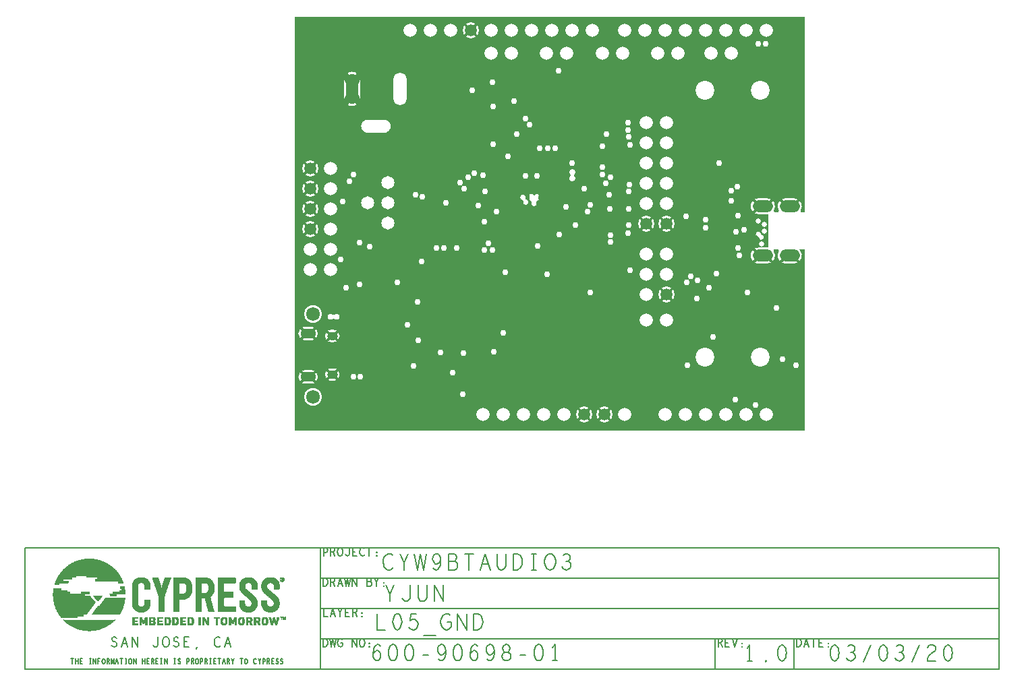
<source format=gbr>
G04 ================== begin FILE IDENTIFICATION RECORD ==================*
G04 Layout Name:  600-90698-01_CYW9BTAUDIO3_REV1.0.brd*
G04 Film Name:    L05*
G04 File Format:  Gerber RS274X*
G04 File Origin:  Cadence Allegro 16.6-2015-S077*
G04 Origin Date:  Tue Mar 03 09:00:00 2020*
G04 *
G04 Layer:  VIA CLASS/L05_SIG*
G04 Layer:  PIN/L05_SIG*
G04 Layer:  ETCH/L05_SIG*
G04 Layer:  DRAWING FORMAT/FAB_FILM*
G04 *
G04 Offset:    (0.00 0.00)*
G04 Mirror:    No*
G04 Mode:      Positive*
G04 Rotation:  0*
G04 FullContactRelief:  No*
G04 UndefLineWidth:     0.00*
G04 ================== end FILE IDENTIFICATION RECORD ====================*
%FSLAX35Y35*MOIN*%
%IR0*IPPOS*OFA0.00000B0.00000*MIA0B0*SFA1.00000B1.00000*%
%ADD16C,.01181*%
%ADD17O,.10039X.05906*%
%ADD13C,.05906*%
%ADD10C,.06772*%
%ADD15O,.05906X.14961*%
%ADD11C,.01969*%
%ADD14O,.05315X.04134*%
%ADD12O,.07677X.04724*%
%ADD18C,.03*%
%ADD19C,.012*%
%ADD20C,.005*%
%ADD21C,.007*%
%ADD22C,.008*%
%ADD23C,.00135*%
%ADD24C,.03008*%
%ADD27C,.02614*%
%ADD29C,.06504*%
%ADD25C,.0654*%
%ADD28C,.0791*%
%ADD31O,.0654X.16186*%
%ADD26C,.09294*%
%ADD30C,.08776*%
G75*
%LPD*%
G75*
G36*
G01X238446Y113921D02*
G03X235218Y120160I-3228J2284D01*
G01X231084D01*
G03Y112250I1J-3955D01*
G01X235218D01*
G03X235556Y112265I-6J3955D01*
G02X235990Y111867I34J-398D01*
G01Y96133D01*
G02X235556Y95735I-400J0D01*
G03X235218Y95750I-344J-3940D01*
G01X231084D01*
G03Y87840I1J-3955D01*
G01X235218D01*
G03X238397Y94147I0J3955D01*
G02X238718Y94784I322J237D01*
G01X240812D01*
G02X241133Y94147I-1J-400D01*
G03X244312Y87840I3179J-2352D01*
G01X248446D01*
G03X251376Y94450I-1J3955D01*
G01X251324Y94507D01*
Y94784D01*
X251755D01*
Y94776D01*
X253901D01*
Y5262D01*
X2004D01*
Y210046D01*
X253901D01*
Y113210D01*
X253074D01*
Y113290D01*
X252000D01*
G02X251674Y113921I1J400D01*
G03X248446Y120160I-3228J2284D01*
G01X244312D01*
G03X241084Y113921I0J-3955D01*
G02X240758Y113290I-327J-231D01*
G01X238772D01*
G02X238446Y113921I1J400D01*
G37*
%LPC*%
G75*
G36*
G01X121152Y118120D02*
G02X118938I-1107J-695D01*
G03X118622Y118732I-339J213D01*
G02X117859Y120449I61J1055D01*
G03Y120700I-156J125D01*
G02X119668Y121745I824J662D01*
G03X119885Y121620I186J73D01*
G02X120208Y121619I158J-1045D01*
G03X120426Y121745I31J198D01*
G02X122235Y120700I985J-383D01*
G03Y120449I156J-126D01*
G02X121469Y118732I-824J-662D01*
G03X121152Y118120I22J-399D01*
G37*
G36*
G01X116112Y119511D02*
G02X114752Y118724I-157J-1298D01*
G03X114432Y119277I-368J156D01*
G02X115792Y120064I157J1298D01*
G03X116112Y119511I368J-156D01*
G37*
G36*
G01X20686Y62427D02*
G03X21316I315J247D01*
G02X21315Y60574I1184J-927D01*
G03X20685I-315J-247D01*
G02X20686Y62427I-1184J927D01*
G37*
G36*
G01X232207Y102517D02*
G03X232558Y102148I399J28D01*
G02X231099Y100758I-155J-1298D01*
G03X230748Y101127I-399J-28D01*
G02X232207Y102517I155J1298D01*
G37*
G36*
G01X139926Y131815D02*
G03Y131185I247J-315D01*
G02X138074I-926J-1185D01*
G03Y131815I-247J315D01*
G02X139926I926J1185D01*
G37*
G36*
G01X6978Y28408D02*
G02Y35136I1J3364D01*
G01X9932D01*
G02Y28408I-1J-3364D01*
G01X6978D01*
G37*
G36*
G01Y49864D02*
G02Y56592I1J3364D01*
G01X9932D01*
G02Y49864I-1J-3364D01*
G01X6978D01*
G37*
G36*
G01X19794Y29884D02*
G02Y36022I0J3069D01*
G01X20974D01*
G02Y29884I0J-3069D01*
G01X19794D01*
G37*
G36*
G01Y48978D02*
G02Y55116I0J3069D01*
G01X20974D01*
G02Y48978I0J-3069D01*
G01X19794D01*
G37*
G36*
G01X37894Y152498D02*
G02Y159038I-1J3270D01*
G01X45964D01*
G02Y152498I1J-3270D01*
G01X37894D01*
G37*
G36*
G01X34072Y169744D02*
G02X26164I-3954J0D01*
G01Y178800D01*
G02X34072I3954J0D01*
G01Y169744D01*
G37*
G54D24*
X231000Y196500D03*
X234500D03*
X249673Y37673D03*
X240000Y66000D03*
X242800Y40500D03*
X229500Y18000D03*
X211600Y137600D03*
X217500Y124000D03*
X220500Y126000D03*
X217673Y119000D03*
X220000Y103500D03*
X220800Y111600D03*
X224000Y104500D03*
X221000Y95500D03*
X221500Y92000D03*
X225600Y73600D03*
X219500Y20500D03*
X205000Y105500D03*
Y109500D03*
X195200Y111200D03*
X197500Y81500D03*
X210280Y83000D03*
X201000Y79500D03*
X200500Y70500D03*
X195500Y78500D03*
X206500Y76000D03*
X208400Y51600D03*
X196000Y37500D03*
X166500Y154000D03*
Y157510D03*
X167000Y150500D03*
X167500Y146500D03*
X167000Y115000D03*
X166800Y123500D03*
X167200Y127000D03*
X167000Y107000D03*
X166600Y103000D03*
X167390Y84610D03*
X156000Y152000D03*
X154000Y135600D03*
Y132000D03*
Y146000D03*
X158000Y130500D03*
X144800Y125000D03*
X155500Y127500D03*
X157200Y122000D03*
X148000Y117000D03*
X157500Y115000D03*
X146500Y113500D03*
X158000Y98500D03*
Y102000D03*
X148000Y73500D03*
X132327Y183327D03*
X127000Y145000D03*
X130500D03*
X139000Y137500D03*
X136000Y116000D03*
X140500Y107000D03*
X132600Y102100D03*
X110227Y168327D03*
X118000Y156500D03*
X116000Y159500D03*
X111500Y152000D03*
X121500Y131327D03*
X123000Y145000D03*
X116000Y131327D03*
X122000Y96673D03*
X126673Y82500D03*
X100000Y165600D03*
X99500Y177500D03*
X95000Y131500D03*
X107327Y141000D03*
X100000Y147000D03*
X101500Y113500D03*
X95800Y123500D03*
X97500Y98000D03*
X95500Y108500D03*
X106000Y83500D03*
X95500Y94500D03*
X99500D03*
X104827Y53500D03*
X100327Y44173D03*
X89500Y173500D03*
X90500Y132700D03*
X87500Y130400D03*
X76500Y118000D03*
X92600Y116400D03*
X85500Y125000D03*
X83500Y128000D03*
X82000Y95500D03*
X85327Y43673D03*
X80000Y34000D03*
X85000Y23260D03*
X65000Y121000D03*
X72000Y95500D03*
X75500D03*
X64500Y89000D03*
X62549Y68951D03*
X63000Y50000D03*
X74000Y44000D03*
X60500Y37327D03*
X52500Y78500D03*
X57500Y57500D03*
X31000Y132000D03*
X29000Y128500D03*
X34000Y98100D03*
X38800Y96300D03*
X33827Y77500D03*
X27323Y75823D03*
X34306Y31812D03*
X30816Y31784D03*
X25500Y118500D03*
X24500Y90000D03*
X61500Y122000D03*
G54D27*
X232403Y97701D03*
X233903Y107150D03*
X231000Y108724D03*
X234000Y104000D03*
G54D29*
X48000Y118040D03*
Y128040D03*
Y108040D03*
X38000Y118040D03*
G54D25*
X234734Y203268D03*
X224734D03*
X234734Y13268D03*
X214734Y203268D03*
X217574Y192000D03*
X214734Y13268D03*
X224734D03*
X204734Y203268D03*
X207574Y192000D03*
X204734Y13268D03*
X194734Y203268D03*
X184734D03*
X191274Y192000D03*
X181274D03*
X185520Y157510D03*
Y137510D03*
Y147510D03*
Y117510D03*
Y127510D03*
X185500Y92500D03*
Y82500D03*
Y60000D03*
X184734Y13268D03*
X194734D03*
X174734Y203268D03*
X164734D03*
X175520Y157510D03*
Y137510D03*
Y147510D03*
Y117510D03*
Y127510D03*
X175500Y92500D03*
Y82500D03*
Y72500D03*
Y60000D03*
X164734Y13268D03*
X148734Y203268D03*
X163774Y192000D03*
X153774D03*
X138734Y203268D03*
X136274Y192000D03*
X134734Y13268D03*
X128734Y203268D03*
X118734D03*
X126274Y192000D03*
X124734Y13268D03*
X114734D03*
X108734Y203268D03*
X98734D03*
Y192000D03*
X108734D03*
X104734Y13268D03*
X94734D03*
X78734Y203268D03*
X68734D03*
X58734D03*
X19480Y134989D03*
Y124989D03*
Y114989D03*
Y104989D03*
Y94989D03*
Y84989D03*
X9480Y94989D03*
Y84989D03*
G54D28*
X185520Y107510D03*
X185500Y72500D03*
X175520Y107510D03*
X154734Y13268D03*
X144734D03*
X88734Y203268D03*
X9480Y134989D03*
Y124989D03*
Y114989D03*
Y104989D03*
G54D31*
X53740Y174272D03*
G54D26*
X232000Y173500D03*
Y41500D03*
X204440Y173500D03*
Y41500D03*
G54D30*
X10817Y62972D03*
Y22028D03*
%LPD*%
G75*
G54D10*
X10817Y22028D03*
Y62972D03*
G54D20*
G01X-108044Y-107585D02*
Y-110085D01*
G01X-108657Y-107585D02*
X-107431D01*
G01X-106404Y-110085D02*
Y-107585D01*
G01X-105284D02*
Y-110085D01*
G01Y-108835D02*
X-106404D01*
G01X-103111Y-110085D02*
X-104177D01*
Y-107585D01*
X-103111D01*
G01X-103537Y-108793D02*
X-104177D01*
G01X-99564Y-107585D02*
X-98924D01*
G01X-99244D02*
Y-110085D01*
G01X-99564D02*
X-98924D01*
G01X-97657D02*
Y-107585D01*
X-96431Y-110085D01*
Y-107585D01*
G01X-95351Y-110085D02*
Y-107585D01*
X-94337D01*
G01X-94711Y-108793D02*
X-95351D01*
G01X-92644Y-110085D02*
X-92857Y-110043D01*
X-93044Y-109877D01*
X-93204Y-109627D01*
X-93311Y-109335D01*
X-93364Y-109002D01*
Y-108668D01*
X-93311Y-108335D01*
X-93204Y-108043D01*
X-93044Y-107793D01*
X-92857Y-107627D01*
X-92644Y-107585D01*
X-92431Y-107627D01*
X-92244Y-107793D01*
X-92084Y-108043D01*
X-91977Y-108335D01*
X-91924Y-108668D01*
Y-109002D01*
X-91977Y-109335D01*
X-92084Y-109627D01*
X-92244Y-109877D01*
X-92431Y-110043D01*
X-92644Y-110085D01*
G01X-90977D02*
Y-107585D01*
X-90311D01*
X-90097Y-107710D01*
X-89964Y-107877D01*
X-89911Y-108210D01*
X-89964Y-108543D01*
X-90124Y-108752D01*
X-90311Y-108877D01*
X-90977D01*
G01X-90311D02*
X-89911Y-110085D01*
G01X-88937D02*
Y-107585D01*
X-88244Y-109668D01*
X-87551Y-107585D01*
Y-110085D01*
G01X-86711D02*
X-86044Y-107585D01*
X-85377Y-110085D01*
G01X-85617Y-109210D02*
X-86471D01*
G01X-83844Y-107585D02*
Y-110085D01*
G01X-84457Y-107585D02*
X-83231D01*
G01X-81964D02*
X-81324D01*
G01X-81644D02*
Y-110085D01*
G01X-81964D02*
X-81324D01*
G01X-79444D02*
X-79657Y-110043D01*
X-79844Y-109877D01*
X-80004Y-109627D01*
X-80111Y-109335D01*
X-80164Y-109002D01*
Y-108668D01*
X-80111Y-108335D01*
X-80004Y-108043D01*
X-79844Y-107793D01*
X-79657Y-107627D01*
X-79444Y-107585D01*
X-79231Y-107627D01*
X-79044Y-107793D01*
X-78884Y-108043D01*
X-78777Y-108335D01*
X-78724Y-108668D01*
Y-109002D01*
X-78777Y-109335D01*
X-78884Y-109627D01*
X-79044Y-109877D01*
X-79231Y-110043D01*
X-79444Y-110085D01*
G01X-77857D02*
Y-107585D01*
X-76631Y-110085D01*
Y-107585D01*
G01X-73404Y-110085D02*
Y-107585D01*
G01X-72284D02*
Y-110085D01*
G01Y-108835D02*
X-73404D01*
G01X-70111Y-110085D02*
X-71177D01*
Y-107585D01*
X-70111D01*
G01X-70537Y-108793D02*
X-71177D01*
G01X-68977Y-110085D02*
Y-107585D01*
X-68311D01*
X-68097Y-107710D01*
X-67964Y-107877D01*
X-67911Y-108210D01*
X-67964Y-108543D01*
X-68124Y-108752D01*
X-68311Y-108877D01*
X-68977D01*
G01X-68311D02*
X-67911Y-110085D01*
G01X-65711D02*
X-66777D01*
Y-107585D01*
X-65711D01*
G01X-66137Y-108793D02*
X-66777D01*
G01X-64364Y-107585D02*
X-63724D01*
G01X-64044D02*
Y-110085D01*
G01X-64364D02*
X-63724D01*
G01X-62457D02*
Y-107585D01*
X-61231Y-110085D01*
Y-107585D01*
G01X-57764D02*
X-57124D01*
G01X-57444D02*
Y-110085D01*
G01X-57764D02*
X-57124D01*
G01X-55804Y-109752D02*
X-55591Y-109960D01*
X-55351Y-110085D01*
X-55137D01*
X-54924Y-109960D01*
X-54764Y-109752D01*
X-54684Y-109460D01*
X-54737Y-109168D01*
X-54871Y-108918D01*
X-55111Y-108752D01*
X-55431Y-108668D01*
X-55617Y-108502D01*
X-55697Y-108210D01*
X-55644Y-107918D01*
X-55511Y-107710D01*
X-55324Y-107585D01*
X-55137D01*
X-54951Y-107668D01*
X-54791Y-107877D01*
G01X-51377Y-110085D02*
Y-107585D01*
X-50737D01*
X-50524Y-107710D01*
X-50364Y-108002D01*
X-50311Y-108335D01*
X-50364Y-108668D01*
X-50497Y-108918D01*
X-50737Y-109043D01*
X-51377D01*
G01X-49177Y-110085D02*
Y-107585D01*
X-48511D01*
X-48297Y-107710D01*
X-48164Y-107877D01*
X-48111Y-108210D01*
X-48164Y-108543D01*
X-48324Y-108752D01*
X-48511Y-108877D01*
X-49177D01*
G01X-48511D02*
X-48111Y-110085D01*
G01X-46444D02*
X-46657Y-110043D01*
X-46844Y-109877D01*
X-47004Y-109627D01*
X-47111Y-109335D01*
X-47164Y-109002D01*
Y-108668D01*
X-47111Y-108335D01*
X-47004Y-108043D01*
X-46844Y-107793D01*
X-46657Y-107627D01*
X-46444Y-107585D01*
X-46231Y-107627D01*
X-46044Y-107793D01*
X-45884Y-108043D01*
X-45777Y-108335D01*
X-45724Y-108668D01*
Y-109002D01*
X-45777Y-109335D01*
X-45884Y-109627D01*
X-46044Y-109877D01*
X-46231Y-110043D01*
X-46444Y-110085D01*
G01X-44777D02*
Y-107585D01*
X-44137D01*
X-43924Y-107710D01*
X-43764Y-108002D01*
X-43711Y-108335D01*
X-43764Y-108668D01*
X-43897Y-108918D01*
X-44137Y-109043D01*
X-44777D01*
G01X-42577Y-110085D02*
Y-107585D01*
X-41911D01*
X-41697Y-107710D01*
X-41564Y-107877D01*
X-41511Y-108210D01*
X-41564Y-108543D01*
X-41724Y-108752D01*
X-41911Y-108877D01*
X-42577D01*
G01X-41911D02*
X-41511Y-110085D01*
G01X-40164Y-107585D02*
X-39524D01*
G01X-39844D02*
Y-110085D01*
G01X-40164D02*
X-39524D01*
G01X-37111D02*
X-38177D01*
Y-107585D01*
X-37111D01*
G01X-37537Y-108793D02*
X-38177D01*
G01X-35444Y-107585D02*
Y-110085D01*
G01X-36057Y-107585D02*
X-34831D01*
G01X-33911Y-110085D02*
X-33244Y-107585D01*
X-32577Y-110085D01*
G01X-32817Y-109210D02*
X-33671D01*
G01X-31577Y-110085D02*
Y-107585D01*
X-30911D01*
X-30697Y-107710D01*
X-30564Y-107877D01*
X-30511Y-108210D01*
X-30564Y-108543D01*
X-30724Y-108752D01*
X-30911Y-108877D01*
X-31577D01*
G01X-30911D02*
X-30511Y-110085D01*
G01X-28844D02*
Y-108960D01*
X-29377Y-107585D01*
G01X-28311D02*
X-28844Y-108960D01*
G01X-24444Y-107585D02*
Y-110085D01*
G01X-25057Y-107585D02*
X-23831D01*
G01X-22244Y-110085D02*
X-22457Y-110043D01*
X-22644Y-109877D01*
X-22804Y-109627D01*
X-22911Y-109335D01*
X-22964Y-109002D01*
Y-108668D01*
X-22911Y-108335D01*
X-22804Y-108043D01*
X-22644Y-107793D01*
X-22457Y-107627D01*
X-22244Y-107585D01*
X-22031Y-107627D01*
X-21844Y-107793D01*
X-21684Y-108043D01*
X-21577Y-108335D01*
X-21524Y-108668D01*
Y-109002D01*
X-21577Y-109335D01*
X-21684Y-109627D01*
X-21844Y-109877D01*
X-22031Y-110043D01*
X-22244Y-110085D01*
G01X-17257Y-107793D02*
X-17417Y-107668D01*
X-17604Y-107585D01*
X-17817D01*
X-18057Y-107710D01*
X-18244Y-107918D01*
X-18377Y-108168D01*
X-18484Y-108585D01*
X-18511Y-108960D01*
X-18457Y-109335D01*
X-18377Y-109585D01*
X-18217Y-109835D01*
X-18031Y-110002D01*
X-17844Y-110085D01*
X-17657D01*
X-17471Y-110002D01*
X-17311Y-109877D01*
X-17177Y-109710D01*
G01X-15644Y-110085D02*
Y-108960D01*
X-16177Y-107585D01*
G01X-15111D02*
X-15644Y-108960D01*
G01X-13977Y-110085D02*
Y-107585D01*
X-13337D01*
X-13124Y-107710D01*
X-12964Y-108002D01*
X-12911Y-108335D01*
X-12964Y-108668D01*
X-13097Y-108918D01*
X-13337Y-109043D01*
X-13977D01*
G01X-11777Y-110085D02*
Y-107585D01*
X-11111D01*
X-10897Y-107710D01*
X-10764Y-107877D01*
X-10711Y-108210D01*
X-10764Y-108543D01*
X-10924Y-108752D01*
X-11111Y-108877D01*
X-11777D01*
G01X-11111D02*
X-10711Y-110085D01*
G01X-8511D02*
X-9577D01*
Y-107585D01*
X-8511D01*
G01X-8937Y-108793D02*
X-9577D01*
G01X-7404Y-109752D02*
X-7191Y-109960D01*
X-6951Y-110085D01*
X-6737D01*
X-6524Y-109960D01*
X-6364Y-109752D01*
X-6284Y-109460D01*
X-6337Y-109168D01*
X-6471Y-108918D01*
X-6711Y-108752D01*
X-7031Y-108668D01*
X-7217Y-108502D01*
X-7297Y-108210D01*
X-7244Y-107918D01*
X-7111Y-107710D01*
X-6924Y-107585D01*
X-6737D01*
X-6551Y-107668D01*
X-6391Y-107877D01*
G01X-5204Y-109752D02*
X-4991Y-109960D01*
X-4751Y-110085D01*
X-4537D01*
X-4324Y-109960D01*
X-4164Y-109752D01*
X-4084Y-109460D01*
X-4137Y-109168D01*
X-4271Y-108918D01*
X-4511Y-108752D01*
X-4831Y-108668D01*
X-5017Y-108502D01*
X-5097Y-108210D01*
X-5044Y-107918D01*
X-4911Y-107710D01*
X-4724Y-107585D01*
X-4537D01*
X-4351Y-107668D01*
X-4191Y-107877D01*
G01X-88719Y-101151D02*
X-88212Y-101568D01*
X-87642Y-101818D01*
X-87136D01*
X-86629Y-101568D01*
X-86249Y-101151D01*
X-86059Y-100568D01*
X-86186Y-99985D01*
X-86502Y-99485D01*
X-87072Y-99151D01*
X-87832Y-98985D01*
X-88276Y-98651D01*
X-88466Y-98068D01*
X-88339Y-97485D01*
X-88022Y-97068D01*
X-87579Y-96818D01*
X-87136D01*
X-86692Y-96985D01*
X-86312Y-97401D01*
G01X-83872Y-101818D02*
X-82289Y-96818D01*
X-80706Y-101818D01*
G01X-81276Y-100068D02*
X-83302D01*
G01X-78646Y-101818D02*
Y-96818D01*
X-75732Y-101818D01*
Y-96818D01*
G01X-68256Y-100818D02*
X-67939Y-101318D01*
X-67559Y-101651D01*
X-67116Y-101818D01*
X-66609Y-101651D01*
X-66229Y-101318D01*
X-65849Y-100818D01*
X-65722Y-100151D01*
Y-96818D01*
G01X-61889Y-101818D02*
X-62396Y-101735D01*
X-62839Y-101401D01*
X-63219Y-100901D01*
X-63472Y-100318D01*
X-63599Y-99651D01*
Y-98985D01*
X-63472Y-98318D01*
X-63219Y-97735D01*
X-62839Y-97235D01*
X-62396Y-96901D01*
X-61889Y-96818D01*
X-61382Y-96901D01*
X-60939Y-97235D01*
X-60559Y-97735D01*
X-60306Y-98318D01*
X-60179Y-98985D01*
Y-99651D01*
X-60306Y-100318D01*
X-60559Y-100901D01*
X-60939Y-101401D01*
X-61382Y-101735D01*
X-61889Y-101818D01*
G01X-58119Y-101151D02*
X-57612Y-101568D01*
X-57042Y-101818D01*
X-56536D01*
X-56029Y-101568D01*
X-55649Y-101151D01*
X-55459Y-100568D01*
X-55586Y-99985D01*
X-55902Y-99485D01*
X-56472Y-99151D01*
X-57232Y-98985D01*
X-57676Y-98651D01*
X-57866Y-98068D01*
X-57739Y-97485D01*
X-57422Y-97068D01*
X-56979Y-96818D01*
X-56536D01*
X-56092Y-96985D01*
X-55712Y-97401D01*
G01X-50422Y-101818D02*
X-52956D01*
Y-96818D01*
X-50422D01*
G01X-51436Y-99235D02*
X-52956D01*
G01X-46716Y-102735D02*
X-46462Y-101651D01*
G01X-34996Y-97235D02*
X-35376Y-96985D01*
X-35819Y-96818D01*
X-36326D01*
X-36896Y-97068D01*
X-37339Y-97485D01*
X-37656Y-97985D01*
X-37909Y-98818D01*
X-37972Y-99568D01*
X-37846Y-100318D01*
X-37656Y-100818D01*
X-37276Y-101318D01*
X-36832Y-101651D01*
X-36389Y-101818D01*
X-35946D01*
X-35502Y-101651D01*
X-35122Y-101401D01*
X-34806Y-101068D01*
G01X-32872Y-101818D02*
X-31289Y-96818D01*
X-29706Y-101818D01*
G01X-30276Y-100068D02*
X-32302D01*
G01X15983Y-101688D02*
Y-97688D01*
X16983D01*
X17383Y-97888D01*
X17683Y-98155D01*
X17933Y-98555D01*
X18133Y-99021D01*
X18183Y-99688D01*
X18133Y-100355D01*
X17933Y-100821D01*
X17683Y-101221D01*
X17383Y-101488D01*
X16983Y-101688D01*
X15983D01*
G01X19183Y-97688D02*
X19883Y-101688D01*
X20683Y-97688D01*
X21483Y-101688D01*
X22183Y-97688D01*
G01X24583Y-99688D02*
X25583D01*
Y-100888D01*
X25283Y-101288D01*
X24933Y-101555D01*
X24433Y-101688D01*
X23933Y-101555D01*
X23583Y-101288D01*
X23283Y-100888D01*
X23083Y-100421D01*
X22983Y-99888D01*
Y-99421D01*
X23083Y-99021D01*
X23283Y-98555D01*
X23583Y-98155D01*
X23883Y-97888D01*
X24283Y-97688D01*
X24633D01*
X25033Y-97821D01*
X25333Y-98088D01*
G01X30333Y-101688D02*
Y-97688D01*
X32633Y-101688D01*
Y-97688D01*
G01X35083Y-101688D02*
X34683Y-101621D01*
X34333Y-101355D01*
X34033Y-100955D01*
X33833Y-100488D01*
X33733Y-99955D01*
Y-99421D01*
X33833Y-98888D01*
X34033Y-98421D01*
X34333Y-98021D01*
X34683Y-97755D01*
X35083Y-97688D01*
X35483Y-97755D01*
X35833Y-98021D01*
X36133Y-98421D01*
X36333Y-98888D01*
X36433Y-99421D01*
Y-99955D01*
X36333Y-100488D01*
X36133Y-100955D01*
X35833Y-101355D01*
X35483Y-101621D01*
X35083Y-101688D01*
G01X38683Y-101821D02*
X38583Y-101755D01*
Y-101621D01*
X38683Y-101555D01*
X38783Y-101621D01*
Y-101755D01*
X38683Y-101821D01*
G01Y-100021D02*
X38583Y-99955D01*
Y-99821D01*
X38683Y-99755D01*
X38783Y-99821D01*
Y-99955D01*
X38683Y-100021D01*
G01X16083Y-82688D02*
Y-86688D01*
X18083D01*
G01X19433D02*
X20683Y-82688D01*
X21933Y-86688D01*
G01X21483Y-85288D02*
X19883D01*
G01X24283Y-86688D02*
Y-84888D01*
X23283Y-82688D01*
G01X25283D02*
X24283Y-84888D01*
G01X28883Y-86688D02*
X26883D01*
Y-82688D01*
X28883D01*
G01X28083Y-84621D02*
X26883D01*
G01X30483Y-86688D02*
Y-82688D01*
X31733D01*
X32133Y-82888D01*
X32383Y-83155D01*
X32483Y-83688D01*
X32383Y-84221D01*
X32083Y-84555D01*
X31733Y-84755D01*
X30483D01*
G01X31733D02*
X32483Y-86688D01*
G01X35083Y-86821D02*
X34983Y-86755D01*
Y-86621D01*
X35083Y-86555D01*
X35183Y-86621D01*
Y-86755D01*
X35083Y-86821D01*
G01Y-85021D02*
X34983Y-84955D01*
Y-84821D01*
X35083Y-84755D01*
X35183Y-84821D01*
Y-84955D01*
X35083Y-85021D01*
G01X15983Y-71688D02*
Y-67688D01*
X16983D01*
X17383Y-67888D01*
X17683Y-68155D01*
X17933Y-68555D01*
X18133Y-69021D01*
X18183Y-69688D01*
X18133Y-70355D01*
X17933Y-70821D01*
X17683Y-71221D01*
X17383Y-71488D01*
X16983Y-71688D01*
X15983D01*
G01X19683D02*
Y-67688D01*
X20933D01*
X21333Y-67888D01*
X21583Y-68155D01*
X21683Y-68688D01*
X21583Y-69221D01*
X21283Y-69555D01*
X20933Y-69755D01*
X19683D01*
G01X20933D02*
X21683Y-71688D01*
G01X23033D02*
X24283Y-67688D01*
X25533Y-71688D01*
G01X25083Y-70288D02*
X23483D01*
G01X26383Y-67688D02*
X27083Y-71688D01*
X27883Y-67688D01*
X28683Y-71688D01*
X29383Y-67688D01*
G01X30333Y-71688D02*
Y-67688D01*
X32633Y-71688D01*
Y-67688D01*
G01X39083Y-69555D02*
X39283Y-69355D01*
X39433Y-69021D01*
X39533Y-68555D01*
X39433Y-68155D01*
X39233Y-67888D01*
X38883Y-67688D01*
X37533D01*
Y-71688D01*
X39183D01*
X39533Y-71421D01*
X39733Y-71021D01*
X39833Y-70555D01*
X39733Y-70088D01*
X39433Y-69688D01*
X39083Y-69555D01*
X37533D01*
G01X42283Y-71688D02*
Y-69888D01*
X41283Y-67688D01*
G01X43283D02*
X42283Y-69888D01*
G01X45883Y-71821D02*
X45783Y-71755D01*
Y-71621D01*
X45883Y-71555D01*
X45983Y-71621D01*
Y-71755D01*
X45883Y-71821D01*
G01Y-70021D02*
X45783Y-69955D01*
Y-69821D01*
X45883Y-69755D01*
X45983Y-69821D01*
Y-69955D01*
X45883Y-70021D01*
G01X16083Y-56688D02*
Y-52688D01*
X17283D01*
X17683Y-52888D01*
X17983Y-53355D01*
X18083Y-53888D01*
X17983Y-54421D01*
X17733Y-54821D01*
X17283Y-55021D01*
X16083D01*
G01X19683Y-56688D02*
Y-52688D01*
X20933D01*
X21333Y-52888D01*
X21583Y-53155D01*
X21683Y-53688D01*
X21583Y-54221D01*
X21283Y-54555D01*
X20933Y-54755D01*
X19683D01*
G01X20933D02*
X21683Y-56688D01*
G01X24283D02*
X23883Y-56621D01*
X23533Y-56355D01*
X23233Y-55955D01*
X23033Y-55488D01*
X22933Y-54955D01*
Y-54421D01*
X23033Y-53888D01*
X23233Y-53421D01*
X23533Y-53021D01*
X23883Y-52755D01*
X24283Y-52688D01*
X24683Y-52755D01*
X25033Y-53021D01*
X25333Y-53421D01*
X25533Y-53888D01*
X25633Y-54421D01*
Y-54955D01*
X25533Y-55488D01*
X25333Y-55955D01*
X25033Y-56355D01*
X24683Y-56621D01*
X24283Y-56688D01*
G01X26883Y-55888D02*
X27133Y-56288D01*
X27433Y-56555D01*
X27783Y-56688D01*
X28183Y-56555D01*
X28483Y-56288D01*
X28783Y-55888D01*
X28883Y-55355D01*
Y-52688D01*
G01X32483Y-56688D02*
X30483D01*
Y-52688D01*
X32483D01*
G01X31683Y-54621D02*
X30483D01*
G01X36183Y-53021D02*
X35883Y-52821D01*
X35533Y-52688D01*
X35133D01*
X34683Y-52888D01*
X34333Y-53221D01*
X34083Y-53621D01*
X33883Y-54288D01*
X33833Y-54888D01*
X33933Y-55488D01*
X34083Y-55888D01*
X34383Y-56288D01*
X34733Y-56555D01*
X35083Y-56688D01*
X35433D01*
X35783Y-56555D01*
X36083Y-56355D01*
X36333Y-56088D01*
G01X38683Y-52688D02*
Y-56688D01*
G01X37533Y-52688D02*
X39833D01*
G01X42283Y-56821D02*
X42183Y-56755D01*
Y-56621D01*
X42283Y-56555D01*
X42383Y-56621D01*
Y-56755D01*
X42283Y-56821D01*
G01Y-55021D02*
X42183Y-54955D01*
Y-54821D01*
X42283Y-54755D01*
X42383Y-54821D01*
Y-54955D01*
X42283Y-55021D01*
G01X211083Y-101688D02*
Y-97688D01*
X212333D01*
X212733Y-97888D01*
X212983Y-98155D01*
X213083Y-98688D01*
X212983Y-99221D01*
X212683Y-99555D01*
X212333Y-99755D01*
X211083D01*
G01X212333D02*
X213083Y-101688D01*
G01X216683D02*
X214683D01*
Y-97688D01*
X216683D01*
G01X215883Y-99621D02*
X214683D01*
G01X218033Y-97688D02*
X219283Y-101688D01*
X220533Y-97688D01*
G01X222883Y-101821D02*
X222783Y-101755D01*
Y-101621D01*
X222883Y-101555D01*
X222983Y-101621D01*
Y-101755D01*
X222883Y-101821D01*
G01Y-100021D02*
X222783Y-99955D01*
Y-99821D01*
X222883Y-99755D01*
X222983Y-99821D01*
Y-99955D01*
X222883Y-100021D01*
G01X249983Y-101688D02*
Y-97688D01*
X250983D01*
X251383Y-97888D01*
X251683Y-98155D01*
X251933Y-98555D01*
X252133Y-99021D01*
X252183Y-99688D01*
X252133Y-100355D01*
X251933Y-100821D01*
X251683Y-101221D01*
X251383Y-101488D01*
X250983Y-101688D01*
X249983D01*
G01X253433D02*
X254683Y-97688D01*
X255933Y-101688D01*
G01X255483Y-100288D02*
X253883D01*
G01X258283Y-97688D02*
Y-101688D01*
G01X257133Y-97688D02*
X259433D01*
G01X262883Y-101688D02*
X260883D01*
Y-97688D01*
X262883D01*
G01X262083Y-99621D02*
X260883D01*
G01X265483Y-101821D02*
X265383Y-101755D01*
Y-101621D01*
X265483Y-101555D01*
X265583Y-101621D01*
Y-101755D01*
X265483Y-101821D01*
G01Y-100021D02*
X265383Y-99955D01*
Y-99821D01*
X265483Y-99755D01*
X265583Y-99821D01*
Y-99955D01*
X265483Y-100021D01*
G54D11*
X4001Y17001D03*
X3001Y150001D03*
Y159001D03*
Y168501D03*
Y177001D03*
Y186001D03*
Y195501D03*
X23500Y7500D03*
X14501Y7501D03*
X23000Y17000D03*
X14001Y17001D03*
X14501Y39001D03*
Y43001D03*
X25501Y37001D03*
Y40501D03*
X14501Y47001D03*
X22501Y76001D03*
X19001D03*
X16001Y73501D03*
Y70501D03*
X23500Y110000D03*
X13001Y150001D03*
X22000Y150000D03*
X13001Y159001D03*
X22000Y159000D03*
X13001Y168501D03*
X22000Y168500D03*
Y177000D03*
X13001Y177001D03*
X22000Y186000D03*
X13001Y186001D03*
X22000Y195500D03*
X13001Y195501D03*
X17001Y209001D03*
X41001Y6501D03*
X30001Y21501D03*
X40001D03*
X26501Y33501D03*
X39501Y33001D03*
Y38501D03*
X36001Y30001D03*
X29001D03*
X36100Y33600D03*
X29100Y33900D03*
X36001Y56001D03*
X27500Y47000D03*
X31000Y50500D03*
X41500Y61000D03*
X40000Y50000D03*
X33000Y65500D03*
X30501Y77501D03*
X37500Y78000D03*
X41001Y84501D03*
X28500Y82000D03*
X35500Y90500D03*
Y95500D03*
X34500Y103500D03*
X34000Y107500D03*
X34500Y111000D03*
X38500Y124000D03*
X36500Y137500D03*
X33001Y138001D03*
X36000Y209000D03*
X27001Y209001D03*
X52501Y6501D03*
X46501Y11001D03*
X48400Y18400D03*
X44670Y36155D03*
X53332Y42847D03*
X52001Y52501D03*
X57501Y48501D03*
X53001Y72001D03*
X49500Y77000D03*
X50501Y91501D03*
X51000Y82000D03*
X56500Y99000D03*
Y113500D03*
X45001Y140501D03*
X58001Y140001D03*
X45501Y209001D03*
X55501D03*
X65001Y6501D03*
X75001D03*
X74501Y23001D03*
X62501Y16001D03*
X72501D03*
X60501Y44001D03*
X76000Y76500D03*
X67501Y84001D03*
X68001Y95501D03*
X67001Y109501D03*
X69501Y112001D03*
X67000Y109500D03*
X73001Y104501D03*
X67501Y121501D03*
X64500Y209000D03*
X75001Y209001D03*
X84000Y6500D03*
X88501Y23001D03*
X81500Y16000D03*
X88501Y36001D03*
X90500Y40000D03*
X82001Y37501D03*
X91001Y47001D03*
X86000Y63000D03*
X91000Y76500D03*
X84501Y95001D03*
X82501Y85501D03*
X79001Y105001D03*
X82501Y104001D03*
X82001Y112501D03*
X85500Y109000D03*
X76501Y130501D03*
X91001Y140501D03*
Y150001D03*
X77000Y150500D03*
X80001Y151501D03*
X91001Y156501D03*
Y161001D03*
X82501Y180501D03*
X82000Y175500D03*
X89000Y166000D03*
X81600Y196800D03*
X85001Y209001D03*
X95500Y35500D03*
X100500Y38000D03*
X99200Y48800D03*
X102001Y88001D03*
X99001Y113001D03*
X97500Y140500D03*
X94000D03*
X103000Y156000D03*
X109000Y152000D03*
X93500Y163500D03*
X98001Y150001D03*
X94000Y159500D03*
X93500Y169000D03*
X104501Y171001D03*
X99501Y182501D03*
X94501Y182001D03*
X94000Y209000D03*
X104001Y209001D03*
X122001Y37001D03*
X123501Y43001D03*
X119500Y55000D03*
X121201Y67601D03*
X123000Y77500D03*
X120501Y161501D03*
X111501D03*
X123501Y157501D03*
X114000Y156000D03*
X124001Y170001D03*
X111501Y171501D03*
X122400Y186400D03*
X123000Y209000D03*
X114001Y209001D03*
X127001Y34501D03*
X138001Y44001D03*
X139000Y57500D03*
X134000Y73500D03*
X131500Y79500D03*
X140001Y92501D03*
X135001D03*
Y85001D03*
X138500Y80000D03*
X135001Y97501D03*
X142800Y101600D03*
X138500Y103000D03*
X130001Y100501D03*
X138501Y116001D03*
X136001Y124501D03*
X132000Y124400D03*
X141501Y145501D03*
X132501Y147001D03*
X135500Y135000D03*
Y161500D03*
X131501Y156001D03*
X137501Y174501D03*
X132800Y170000D03*
X138501Y182501D03*
X141500Y185000D03*
X133001Y209001D03*
X143001D03*
X151500Y38000D03*
X145001Y41501D03*
X160000Y77500D03*
X152801Y88801D03*
Y92401D03*
X158500Y90000D03*
X146400Y85600D03*
X160000Y80500D03*
X144500Y89000D03*
X160000Y87500D03*
X152801Y101601D03*
X153201Y105201D03*
X147000Y109000D03*
X144500Y97000D03*
X145500Y116000D03*
X158500Y118000D03*
X146000Y146500D03*
X147000Y139500D03*
X158500Y134500D03*
X153200Y138800D03*
X158001Y154501D03*
X156001Y159501D03*
X156501Y180501D03*
X157501Y165501D03*
X150501Y170501D03*
X152500Y175500D03*
X152000Y209000D03*
X160501Y209001D03*
X173001Y16501D03*
X170400Y39200D03*
X163500Y43000D03*
X168801Y68801D03*
X165601Y72001D03*
X168501Y80001D03*
Y94501D03*
X161000Y95500D03*
X167001Y136501D03*
X165001Y161001D03*
X176001Y167001D03*
X172001Y175501D03*
X164000Y167200D03*
X167200Y184400D03*
X170501Y209001D03*
X182001Y22001D03*
X190001Y22501D03*
X193501Y43001D03*
Y62001D03*
Y68001D03*
X194000Y108800D03*
Y127500D03*
X191501Y135001D03*
X186501Y166001D03*
X193501Y177001D03*
X179500Y209000D03*
X190501Y209001D03*
X207001Y27501D03*
X207501Y33501D03*
X202501Y60501D03*
X201200Y50800D03*
X202000Y55200D03*
X202500Y65500D03*
X210500Y73500D03*
X201500Y77000D03*
X204500Y78500D03*
Y87000D03*
X199001Y84001D03*
X196000Y95500D03*
X199000Y90000D03*
X196501Y104501D03*
X205001Y112001D03*
X203000Y104000D03*
X198000Y129000D03*
X200500Y126000D03*
X209200Y140000D03*
X195501Y141501D03*
X202001Y135001D03*
X206501Y145501D03*
X208501Y159001D03*
X198000Y185600D03*
X209500Y209000D03*
X200501Y209001D03*
X223001Y28001D03*
X219200Y38800D03*
X219500Y43500D03*
X218400Y34000D03*
X219000Y60000D03*
X219501Y56501D03*
X216800Y50000D03*
X219000Y64500D03*
X218800Y73600D03*
X216800Y76800D03*
X228001Y83501D03*
X221001Y84501D03*
X216800Y80000D03*
X216500Y94500D03*
X218501Y96501D03*
X216501Y110001D03*
X222800Y128800D03*
X219001Y139501D03*
X226501Y147001D03*
X218001Y133501D03*
X222500Y152500D03*
X222001Y164501D03*
X215600Y181600D03*
X219501Y209001D03*
X243001Y7001D03*
X231501Y8001D03*
X240501Y18001D03*
X242001Y13501D03*
X230000Y28750D03*
X239501Y38501D03*
X244400Y46000D03*
X235000Y71000D03*
X233501Y76001D03*
X234001Y64001D03*
X236501Y80001D03*
X237501Y125001D03*
X236001Y130001D03*
X235501Y141501D03*
X240501Y150501D03*
X230001Y156001D03*
X241001Y174501D03*
X242500Y168000D03*
X229501Y209001D03*
X238500Y209000D03*
X243001Y200501D03*
X251501Y18501D03*
X252501Y44001D03*
Y51501D03*
Y56501D03*
X252500Y62500D03*
X252000Y67500D03*
X246500Y63500D03*
X247001Y75001D03*
X247501Y82001D03*
X249501Y124501D03*
Y133501D03*
X251501Y150501D03*
X251001Y168501D03*
X250001Y184001D03*
X250501Y193501D03*
G54D21*
G01X-52483Y-52688D02*
X14583D01*
Y-112688D01*
X-131417D01*
Y-52688D01*
X-50193D01*
G01X14583Y-112688D02*
X349744D01*
Y-52688D01*
X14583D01*
G01Y-97688D02*
X349583D01*
G01X14583Y-82688D02*
X349583D01*
G01X14583Y-67688D02*
X349583D01*
G01X209583Y-112688D02*
Y-97688D01*
G01X248583Y-112688D02*
Y-97688D01*
G54D12*
X8455Y31772D03*
Y53228D03*
G54D22*
G01X40504Y-105245D02*
X41204Y-104311D01*
X41804Y-103778D01*
X42604Y-103511D01*
X43304Y-103778D01*
X43804Y-104311D01*
X44204Y-105111D01*
X44304Y-106045D01*
X44204Y-106845D01*
X43804Y-107645D01*
X43204Y-108311D01*
X42504Y-108578D01*
X41704Y-108311D01*
X41004Y-107512D01*
X40604Y-106311D01*
X40504Y-104978D01*
X40704Y-103245D01*
X41004Y-102311D01*
X41504Y-101378D01*
X42204Y-100711D01*
X42904Y-100578D01*
X43604Y-100845D01*
X44104Y-101511D01*
G01X50404Y-100578D02*
X49604Y-100845D01*
X49004Y-101511D01*
X48604Y-102311D01*
X48304Y-103378D01*
X48204Y-104578D01*
X48304Y-105778D01*
X48604Y-106845D01*
X49004Y-107645D01*
X49604Y-108311D01*
X50404Y-108578D01*
X51204Y-108311D01*
X51804Y-107645D01*
X52204Y-106845D01*
X52504Y-105778D01*
X52604Y-104578D01*
X52504Y-103378D01*
X52204Y-102311D01*
X51804Y-101511D01*
X51204Y-100845D01*
X50404Y-100578D01*
G01X58404D02*
X57604Y-100845D01*
X57004Y-101511D01*
X56604Y-102311D01*
X56304Y-103378D01*
X56204Y-104578D01*
X56304Y-105778D01*
X56604Y-106845D01*
X57004Y-107645D01*
X57604Y-108311D01*
X58404Y-108578D01*
X59204Y-108311D01*
X59804Y-107645D01*
X60204Y-106845D01*
X60504Y-105778D01*
X60604Y-104578D01*
X60504Y-103378D01*
X60204Y-102311D01*
X59804Y-101511D01*
X59204Y-100845D01*
X58404Y-100578D01*
G01X65104Y-105911D02*
X67704D01*
G01X72704Y-107645D02*
X73404Y-108311D01*
X74204Y-108578D01*
X75004Y-108311D01*
X75704Y-107512D01*
X76204Y-106311D01*
X76404Y-105111D01*
Y-103645D01*
X76204Y-102445D01*
X75704Y-101378D01*
X75104Y-100845D01*
X74404Y-100578D01*
X73604Y-100845D01*
X73004Y-101378D01*
X72604Y-102178D01*
X72404Y-103245D01*
X72604Y-104178D01*
X73104Y-105111D01*
X73704Y-105645D01*
X74404Y-105778D01*
X75204Y-105512D01*
X75804Y-104845D01*
X76404Y-103645D01*
G01X82404Y-100578D02*
X81604Y-100845D01*
X81004Y-101511D01*
X80604Y-102311D01*
X80304Y-103378D01*
X80204Y-104578D01*
X80304Y-105778D01*
X80604Y-106845D01*
X81004Y-107645D01*
X81604Y-108311D01*
X82404Y-108578D01*
X83204Y-108311D01*
X83804Y-107645D01*
X84204Y-106845D01*
X84504Y-105778D01*
X84604Y-104578D01*
X84504Y-103378D01*
X84204Y-102311D01*
X83804Y-101511D01*
X83204Y-100845D01*
X82404Y-100578D01*
G01X88504Y-105245D02*
X89204Y-104311D01*
X89804Y-103778D01*
X90604Y-103511D01*
X91304Y-103778D01*
X91804Y-104311D01*
X92204Y-105111D01*
X92304Y-106045D01*
X92204Y-106845D01*
X91804Y-107645D01*
X91204Y-108311D01*
X90504Y-108578D01*
X89704Y-108311D01*
X89004Y-107512D01*
X88604Y-106311D01*
X88504Y-104978D01*
X88704Y-103245D01*
X89004Y-102311D01*
X89504Y-101378D01*
X90204Y-100711D01*
X90904Y-100578D01*
X91604Y-100845D01*
X92104Y-101511D01*
G01X96704Y-107645D02*
X97404Y-108311D01*
X98204Y-108578D01*
X99004Y-108311D01*
X99704Y-107512D01*
X100204Y-106311D01*
X100404Y-105111D01*
Y-103645D01*
X100204Y-102445D01*
X99704Y-101378D01*
X99104Y-100845D01*
X98404Y-100578D01*
X97604Y-100845D01*
X97004Y-101378D01*
X96604Y-102178D01*
X96404Y-103245D01*
X96604Y-104178D01*
X97104Y-105111D01*
X97704Y-105645D01*
X98404Y-105778D01*
X99204Y-105512D01*
X99804Y-104845D01*
X100404Y-103645D01*
G01X106404Y-108578D02*
X107104Y-108445D01*
X107904Y-108045D01*
X108404Y-107378D01*
X108604Y-106445D01*
X108404Y-105512D01*
X107804Y-104711D01*
X106904Y-104311D01*
X105904D01*
X105304Y-104045D01*
X104804Y-103378D01*
X104604Y-102445D01*
X104904Y-101511D01*
X105604Y-100845D01*
X106404Y-100578D01*
X107204Y-100845D01*
X107904Y-101511D01*
X108204Y-102445D01*
X108004Y-103378D01*
X107504Y-104045D01*
X106904Y-104311D01*
X105904D01*
X105004Y-104711D01*
X104404Y-105512D01*
X104204Y-106445D01*
X104404Y-107378D01*
X104904Y-108045D01*
X105704Y-108445D01*
X106404Y-108578D01*
G01X113104Y-105911D02*
X115704D01*
G01X122404Y-100578D02*
X121604Y-100845D01*
X121004Y-101511D01*
X120604Y-102311D01*
X120304Y-103378D01*
X120204Y-104578D01*
X120304Y-105778D01*
X120604Y-106845D01*
X121004Y-107645D01*
X121604Y-108311D01*
X122404Y-108578D01*
X123204Y-108311D01*
X123804Y-107645D01*
X124204Y-106845D01*
X124504Y-105778D01*
X124604Y-104578D01*
X124504Y-103378D01*
X124204Y-102311D01*
X123804Y-101511D01*
X123204Y-100845D01*
X122404Y-100578D01*
G01X130404Y-108578D02*
Y-100578D01*
X129204Y-102178D01*
G01Y-108578D02*
X131604D01*
G01X42500Y-85334D02*
Y-93334D01*
X46500D01*
G01X52500Y-85334D02*
X51700Y-85601D01*
X51100Y-86267D01*
X50700Y-87067D01*
X50400Y-88134D01*
X50300Y-89334D01*
X50400Y-90534D01*
X50700Y-91601D01*
X51100Y-92401D01*
X51700Y-93067D01*
X52500Y-93334D01*
X53300Y-93067D01*
X53900Y-92401D01*
X54300Y-91601D01*
X54600Y-90534D01*
X54700Y-89334D01*
X54600Y-88134D01*
X54300Y-87067D01*
X53900Y-86267D01*
X53300Y-85601D01*
X52500Y-85334D01*
G01X58300Y-92134D02*
X58900Y-92801D01*
X59600Y-93201D01*
X60500Y-93334D01*
X61400Y-93067D01*
X62100Y-92534D01*
X62600Y-91601D01*
X62700Y-90534D01*
X62500Y-89467D01*
X62000Y-88801D01*
X61300Y-88267D01*
X60600Y-88134D01*
X59900Y-88267D01*
X59000Y-88801D01*
X59300Y-85334D01*
X62000D01*
G01X65500Y-96001D02*
X71500D01*
G01X77100Y-89334D02*
X79100D01*
Y-91734D01*
X78500Y-92534D01*
X77800Y-93067D01*
X76800Y-93334D01*
X75800Y-93067D01*
X75100Y-92534D01*
X74500Y-91734D01*
X74100Y-90801D01*
X73900Y-89734D01*
Y-88801D01*
X74100Y-88001D01*
X74500Y-87067D01*
X75100Y-86267D01*
X75700Y-85734D01*
X76500Y-85334D01*
X77200D01*
X78000Y-85601D01*
X78600Y-86134D01*
G01X82200Y-93334D02*
Y-85334D01*
X86800Y-93334D01*
Y-85334D01*
G01X90300Y-93334D02*
Y-85334D01*
X92300D01*
X93100Y-85734D01*
X93700Y-86267D01*
X94200Y-87067D01*
X94600Y-88001D01*
X94700Y-89334D01*
X94600Y-90667D01*
X94200Y-91601D01*
X93700Y-92401D01*
X93100Y-92934D01*
X92300Y-93334D01*
X90300D01*
G01X49004Y-79245D02*
Y-75645D01*
X47004Y-71245D01*
G01X51004D02*
X49004Y-75645D01*
G01X55004Y-77645D02*
X55504Y-78445D01*
X56104Y-78978D01*
X56804Y-79245D01*
X57604Y-78978D01*
X58204Y-78445D01*
X58804Y-77645D01*
X59004Y-76578D01*
Y-71245D01*
G01X62804D02*
Y-76978D01*
X63204Y-78179D01*
X64004Y-78978D01*
X65004Y-79245D01*
X66004Y-78978D01*
X66804Y-78179D01*
X67204Y-76978D01*
Y-71245D01*
G01X70704Y-79245D02*
Y-71245D01*
X75304Y-79245D01*
Y-71245D01*
G01X50200Y-56334D02*
X49600Y-55934D01*
X48900Y-55667D01*
X48100D01*
X47200Y-56067D01*
X46500Y-56734D01*
X46000Y-57534D01*
X45600Y-58867D01*
X45500Y-60067D01*
X45700Y-61267D01*
X46000Y-62067D01*
X46600Y-62867D01*
X47300Y-63400D01*
X48000Y-63667D01*
X48700D01*
X49400Y-63400D01*
X50000Y-63000D01*
X50500Y-62467D01*
G01X56000Y-63667D02*
Y-60067D01*
X54000Y-55667D01*
G01X58000D02*
X56000Y-60067D01*
G01X61000Y-55667D02*
X62400Y-63667D01*
X64000Y-55667D01*
X65600Y-63667D01*
X67000Y-55667D01*
G01X70300Y-62734D02*
X71000Y-63400D01*
X71800Y-63667D01*
X72600Y-63400D01*
X73300Y-62601D01*
X73800Y-61400D01*
X74000Y-60200D01*
Y-58734D01*
X73800Y-57534D01*
X73300Y-56467D01*
X72700Y-55934D01*
X72000Y-55667D01*
X71200Y-55934D01*
X70600Y-56467D01*
X70200Y-57267D01*
X70000Y-58334D01*
X70200Y-59267D01*
X70700Y-60200D01*
X71300Y-60734D01*
X72000Y-60867D01*
X72800Y-60601D01*
X73400Y-59934D01*
X74000Y-58734D01*
G01X80800Y-59400D02*
X81200Y-59000D01*
X81500Y-58334D01*
X81700Y-57400D01*
X81500Y-56600D01*
X81100Y-56067D01*
X80400Y-55667D01*
X77700D01*
Y-63667D01*
X81000D01*
X81700Y-63134D01*
X82100Y-62334D01*
X82300Y-61400D01*
X82100Y-60467D01*
X81500Y-59667D01*
X80800Y-59400D01*
X77700D01*
G01X88000Y-55667D02*
Y-63667D01*
G01X85700Y-55667D02*
X90300D01*
G01X93500Y-63667D02*
X96000Y-55667D01*
X98500Y-63667D01*
G01X97600Y-60867D02*
X94400D01*
G01X101800Y-55667D02*
Y-61400D01*
X102200Y-62601D01*
X103000Y-63400D01*
X104000Y-63667D01*
X105000Y-63400D01*
X105800Y-62601D01*
X106200Y-61400D01*
Y-55667D01*
G01X109800Y-63667D02*
Y-55667D01*
X111800D01*
X112600Y-56067D01*
X113200Y-56600D01*
X113700Y-57400D01*
X114100Y-58334D01*
X114200Y-59667D01*
X114100Y-61000D01*
X113700Y-61934D01*
X113200Y-62734D01*
X112600Y-63267D01*
X111800Y-63667D01*
X109800D01*
G01X118800Y-55667D02*
X121200D01*
G01X120000D02*
Y-63667D01*
G01X118800D02*
X121200D01*
G01X128000D02*
X127200Y-63534D01*
X126500Y-63000D01*
X125900Y-62200D01*
X125500Y-61267D01*
X125300Y-60200D01*
Y-59134D01*
X125500Y-58067D01*
X125900Y-57134D01*
X126500Y-56334D01*
X127200Y-55800D01*
X128000Y-55667D01*
X128800Y-55800D01*
X129500Y-56334D01*
X130100Y-57134D01*
X130500Y-58067D01*
X130700Y-59134D01*
Y-60200D01*
X130500Y-61267D01*
X130100Y-62200D01*
X129500Y-63000D01*
X128800Y-63534D01*
X128000Y-63667D01*
G01X133800Y-62067D02*
X134400Y-63000D01*
X135200Y-63534D01*
X136100Y-63667D01*
X136900Y-63534D01*
X137700Y-62867D01*
X138200Y-62067D01*
X138300Y-61267D01*
X138100Y-60334D01*
X137400Y-59667D01*
X136700Y-59400D01*
X135800D01*
G01X136700D02*
X137300Y-59000D01*
X137800Y-58334D01*
X138000Y-57534D01*
X137800Y-56734D01*
X137300Y-56067D01*
X136400Y-55667D01*
X135500Y-55800D01*
X134600Y-56334D01*
G01X226583Y-108688D02*
Y-100688D01*
X225383Y-102288D01*
G01Y-108688D02*
X227783D01*
G01X234583Y-108955D02*
X234383Y-108821D01*
Y-108555D01*
X234583Y-108421D01*
X234783Y-108555D01*
Y-108821D01*
X234583Y-108955D01*
G01X242583Y-100688D02*
X241783Y-100955D01*
X241183Y-101621D01*
X240783Y-102421D01*
X240483Y-103488D01*
X240383Y-104688D01*
X240483Y-105888D01*
X240783Y-106955D01*
X241183Y-107755D01*
X241783Y-108421D01*
X242583Y-108688D01*
X243383Y-108421D01*
X243983Y-107755D01*
X244383Y-106955D01*
X244683Y-105888D01*
X244783Y-104688D01*
X244683Y-103488D01*
X244383Y-102421D01*
X243983Y-101621D01*
X243383Y-100955D01*
X242583Y-100688D01*
G01X268583D02*
X267783Y-100955D01*
X267183Y-101621D01*
X266783Y-102421D01*
X266483Y-103488D01*
X266383Y-104688D01*
X266483Y-105888D01*
X266783Y-106955D01*
X267183Y-107755D01*
X267783Y-108421D01*
X268583Y-108688D01*
X269383Y-108421D01*
X269983Y-107755D01*
X270383Y-106955D01*
X270683Y-105888D01*
X270783Y-104688D01*
X270683Y-103488D01*
X270383Y-102421D01*
X269983Y-101621D01*
X269383Y-100955D01*
X268583Y-100688D01*
G01X274383Y-107088D02*
X274983Y-108021D01*
X275783Y-108555D01*
X276683Y-108688D01*
X277483Y-108555D01*
X278283Y-107888D01*
X278783Y-107088D01*
X278883Y-106288D01*
X278683Y-105355D01*
X277983Y-104688D01*
X277283Y-104421D01*
X276383D01*
G01X277283D02*
X277883Y-104021D01*
X278383Y-103355D01*
X278583Y-102555D01*
X278383Y-101755D01*
X277883Y-101088D01*
X276983Y-100688D01*
X276083Y-100821D01*
X275183Y-101355D01*
G01X282783Y-108955D02*
X286383Y-100688D01*
G01X292583D02*
X291783Y-100955D01*
X291183Y-101621D01*
X290783Y-102421D01*
X290483Y-103488D01*
X290383Y-104688D01*
X290483Y-105888D01*
X290783Y-106955D01*
X291183Y-107755D01*
X291783Y-108421D01*
X292583Y-108688D01*
X293383Y-108421D01*
X293983Y-107755D01*
X294383Y-106955D01*
X294683Y-105888D01*
X294783Y-104688D01*
X294683Y-103488D01*
X294383Y-102421D01*
X293983Y-101621D01*
X293383Y-100955D01*
X292583Y-100688D01*
G01X298383Y-107088D02*
X298983Y-108021D01*
X299783Y-108555D01*
X300683Y-108688D01*
X301483Y-108555D01*
X302283Y-107888D01*
X302783Y-107088D01*
X302883Y-106288D01*
X302683Y-105355D01*
X301983Y-104688D01*
X301283Y-104421D01*
X300383D01*
G01X301283D02*
X301883Y-104021D01*
X302383Y-103355D01*
X302583Y-102555D01*
X302383Y-101755D01*
X301883Y-101088D01*
X300983Y-100688D01*
X300083Y-100821D01*
X299183Y-101355D01*
G01X306783Y-108955D02*
X310383Y-100688D01*
G01X314683Y-102021D02*
X315283Y-101221D01*
X315983Y-100821D01*
X316783Y-100688D01*
X317783Y-100955D01*
X318483Y-101621D01*
X318683Y-102421D01*
X318583Y-103222D01*
X318183Y-103888D01*
X316183Y-105221D01*
X315283Y-106155D01*
X314683Y-107488D01*
X314483Y-108688D01*
X318683D01*
G01X324583Y-100688D02*
X323783Y-100955D01*
X323183Y-101621D01*
X322783Y-102421D01*
X322483Y-103488D01*
X322383Y-104688D01*
X322483Y-105888D01*
X322783Y-106955D01*
X323183Y-107755D01*
X323783Y-108421D01*
X324583Y-108688D01*
X325383Y-108421D01*
X325983Y-107755D01*
X326383Y-106955D01*
X326683Y-105888D01*
X326783Y-104688D01*
X326683Y-103488D01*
X326383Y-102421D01*
X325983Y-101621D01*
X325383Y-100955D01*
X324583Y-100688D01*
G54D13*
X9480Y104989D03*
Y114989D03*
Y124989D03*
Y134989D03*
X88734Y203268D03*
X144734Y13268D03*
X154734D03*
X175520Y107510D03*
X185500Y72500D03*
X185520Y107510D03*
G54D23*
G01X-117420Y-73513D02*
X-113776D01*
G01X-117556Y-73648D02*
X-113776D01*
G01X-117556Y-73782D02*
X-110670D01*
G01X-117556Y-73917D02*
X-110670D01*
G01X-117556Y-74052D02*
X-110670D01*
G01X-117556Y-74187D02*
X-110670D01*
G01X-117556Y-74322D02*
X-110670D01*
G01X-117556Y-74457D02*
X-110670D01*
G01X-117556Y-74593D02*
X-109320D01*
G01X-117556Y-74728D02*
X-109320D01*
G01X-117556Y-74863D02*
X-109320D01*
G01X-117556Y-74998D02*
X-109320D01*
G01X-117556Y-75132D02*
X-109320D01*
G01X-117691Y-75267D02*
X-109320D01*
G01X-117691Y-75402D02*
X-109320D01*
G01X-117691Y-75537D02*
X-102300D01*
G01X-117691Y-75672D02*
X-102300D01*
G01X-117691Y-75807D02*
X-102300D01*
G01X-117691Y-75943D02*
X-102300D01*
G01X-117691Y-76078D02*
X-102300D01*
G01X-117691Y-76213D02*
X-102300D01*
G01X-117691Y-76348D02*
X-102300D01*
G01X-117691Y-76482D02*
X-99600D01*
G01X-117556Y-76617D02*
X-99465D01*
G01X-117556Y-76752D02*
X-99330D01*
G01X-117556Y-76887D02*
X-99196D01*
G01X-117556Y-77022D02*
X-99061D01*
G01X-117556Y-77157D02*
X-99061D01*
G01X-117556Y-77293D02*
X-98926D01*
G01X-117556Y-77428D02*
X-98791D01*
G01X-117556Y-77563D02*
X-98656D01*
G01X-117556Y-77698D02*
X-98520D01*
G01X-117556Y-77832D02*
X-98385D01*
G01X-117556Y-77967D02*
X-98250D01*
G01X-117556Y-78102D02*
X-98250D01*
G01X-117420Y-78237D02*
X-98115D01*
G01X-117420Y-78372D02*
X-97980D01*
G01X-117420Y-78507D02*
X-97846D01*
G01X-117420Y-78643D02*
X-97711D01*
G01X-117420Y-78778D02*
X-97576D01*
G01X-117420Y-78913D02*
X-97441D01*
G01X-117420Y-79048D02*
X-97306D01*
G01X-117285Y-79182D02*
X-97306D01*
G01X-117285Y-79317D02*
X-97170D01*
G01X-117285Y-79452D02*
X-97035D01*
G01X-117285Y-79587D02*
X-96900D01*
G01X-117285Y-79722D02*
X-97035D01*
G01X-117150Y-79857D02*
X-97170D01*
G01X-117150Y-79993D02*
X-97170D01*
G01X-117150Y-80128D02*
X-97306D01*
G01X-117150Y-80263D02*
X-97441D01*
G01X-117015Y-80398D02*
X-97576D01*
G01X-117015Y-80532D02*
X-97576D01*
G01X-117015Y-80667D02*
X-97711D01*
G01X-117015Y-80802D02*
X-97846D01*
G01X-116880Y-80937D02*
X-97980D01*
G01X-116880Y-81072D02*
X-97980D01*
G01X-116880Y-81207D02*
X-98115D01*
G01X-116746Y-81343D02*
X-98250D01*
G01X-116746Y-81478D02*
X-98385D01*
G01X-116746Y-81613D02*
X-98385D01*
G01X-116611Y-81748D02*
X-98520D01*
G01X-116611Y-81882D02*
X-98656D01*
G01X-116611Y-82017D02*
X-98791D01*
G01X-115935Y-83502D02*
X-99870D01*
G01X-115800Y-83637D02*
X-99870D01*
G01X-115800Y-83772D02*
X-100006D01*
G01X-115665Y-83907D02*
X-100141D01*
G01X-115665Y-84043D02*
X-100276D01*
G01X-115530Y-84178D02*
X-100276D01*
G01X-115530Y-84313D02*
X-100411D01*
G01X-115396Y-84448D02*
X-100546D01*
G01X-115396Y-84582D02*
X-100680D01*
G01X-115261Y-84717D02*
X-100680D01*
G01X-115261Y-84852D02*
X-100815D01*
G01X-115126Y-84987D02*
X-100950D01*
G01X-114991Y-85122D02*
X-100950D01*
G01X-114991Y-85257D02*
X-101085D01*
G01X-114856Y-85393D02*
X-101220D01*
G01X-114856Y-85528D02*
X-102841D01*
G01X-114720Y-85663D02*
X-102976D01*
G01X-114585Y-85798D02*
X-102976D01*
G01X-114585Y-85932D02*
X-102976D01*
G01X-114450Y-86067D02*
X-102976D01*
G01X-114315Y-86202D02*
X-102976D01*
G01X-114180Y-86337D02*
X-102841D01*
G01X-114180Y-86472D02*
X-105811D01*
G01X-114046Y-86607D02*
X-105811D01*
G01X-113911Y-86743D02*
X-105811D01*
G01X-113776Y-86878D02*
X-105811D01*
G01X-113776Y-87013D02*
X-105811D01*
G01X-113641Y-87148D02*
X-105811D01*
G01X-113506Y-87282D02*
X-105811D01*
G01X-112561Y-88228D02*
X-112426D01*
G01X-112561Y-88363D02*
X-87180D01*
G01X-112426Y-88498D02*
X-87315D01*
G01X-112291Y-88632D02*
X-87450D01*
G01X-112156Y-88767D02*
X-87585D01*
G01X-111885Y-88902D02*
X-87720D01*
G01X-111750Y-89037D02*
X-87991D01*
G01X-111615Y-89172D02*
X-88126D01*
G01X-111480Y-89307D02*
X-88261D01*
G01X-111346Y-89443D02*
X-88396D01*
G01X-111211Y-89578D02*
X-88530D01*
G01X-111076Y-89713D02*
X-88665D01*
G01X-110806Y-89848D02*
X-88935D01*
G01X-110670Y-89982D02*
X-89070D01*
G01X-110535Y-90117D02*
X-89206D01*
G01X-116476Y-82152D02*
X-98791D01*
G01X-116476Y-82287D02*
X-98926D01*
G01X-116341Y-82422D02*
X-99061D01*
G01X-116341Y-82557D02*
X-99061D01*
G01X-116341Y-82693D02*
X-99196D01*
G01X-116206Y-82828D02*
X-99330D01*
G01X-116206Y-82963D02*
X-99465D01*
G01X-116070Y-83098D02*
X-99465D01*
G01X-116070Y-83232D02*
X-99600D01*
G01X-115935Y-83367D02*
X-99735D01*
G01X-117420Y-72837D02*
X-113776D01*
G01X-117420Y-72972D02*
X-113776D01*
G01X-117420Y-73107D02*
X-113776D01*
G01X-117420Y-73243D02*
X-113776D01*
G01X-117420Y-73378D02*
X-113776D01*
G01X-116611Y-69732D02*
X-110265D01*
G01X-116611Y-69867D02*
X-110265D01*
G01X-116611Y-70002D02*
X-110400D01*
G01X-116746Y-70137D02*
X-114720D01*
G01X-116746Y-70272D02*
X-114720D01*
G01X-116746Y-70407D02*
X-114720D01*
G01X-116880Y-70543D02*
X-114720D01*
G01X-116880Y-70678D02*
X-114720D01*
G01X-116880Y-70813D02*
X-114720D01*
G01X-113100Y-64063D02*
X-86641D01*
G01X-113235Y-64198D02*
X-86506D01*
G01X-113370Y-64332D02*
X-86370D01*
G01X-113506Y-64467D02*
X-86235D01*
G01X-113641Y-64602D02*
X-86100D01*
G01X-113776Y-64737D02*
X-85965D01*
G01X-113776Y-64872D02*
X-85965D01*
G01X-113911Y-65007D02*
X-85830D01*
G01X-114046Y-65143D02*
X-85696D01*
G01X-114180Y-65278D02*
X-85561D01*
G01X-114180Y-65413D02*
X-85561D01*
G01X-114315Y-65548D02*
X-85426D01*
G01X-114450Y-65682D02*
X-85291D01*
G01X-114585Y-65817D02*
X-85156D01*
G01X-114585Y-65952D02*
X-85156D01*
G01X-114720Y-66087D02*
X-85020D01*
G01X-114856Y-66222D02*
X-84885D01*
G01X-114856Y-66357D02*
X-84885D01*
G01X-114991Y-66493D02*
X-106620D01*
G01X-114991Y-66628D02*
X-106620D01*
G01X-115126Y-66763D02*
X-106620D01*
G01X-115261Y-66898D02*
X-106620D01*
G01X-115261Y-67032D02*
X-106620D01*
G01X-115396Y-67167D02*
X-106485D01*
G01X-115396Y-67302D02*
X-108646D01*
G01X-115530Y-67437D02*
X-108646D01*
G01X-115530Y-67572D02*
X-108646D01*
G01X-115665Y-67707D02*
X-108646D01*
G01X-115665Y-67843D02*
X-108646D01*
G01X-115800Y-67978D02*
X-108646D01*
G01X-115800Y-68113D02*
X-108646D01*
G01X-115935Y-68248D02*
X-112696D01*
G01X-115935Y-68382D02*
X-112696D01*
G01X-116070Y-68517D02*
X-112696D01*
G01X-116070Y-68652D02*
X-112696D01*
G01X-116206Y-68787D02*
X-112696D01*
G01X-116206Y-68922D02*
X-112696D01*
G01X-116341Y-69057D02*
X-112696D01*
G01X-116341Y-69193D02*
X-110265D01*
G01X-116341Y-69328D02*
X-110265D01*
G01X-116476Y-69463D02*
X-110265D01*
G01X-116476Y-69598D02*
X-110265D01*
G01X-110535Y-61632D02*
X-89206D01*
G01X-110670Y-61767D02*
X-89070D01*
G01X-110806Y-61902D02*
X-88935D01*
G01X-111076Y-62037D02*
X-88665D01*
G01X-111211Y-62172D02*
X-88530D01*
G01X-111346Y-62307D02*
X-88396D01*
G01X-111480Y-62443D02*
X-88261D01*
G01X-111615Y-62578D02*
X-88126D01*
G01X-111750Y-62713D02*
X-87856D01*
G01X-111885Y-62848D02*
X-87720D01*
G01X-112156Y-62982D02*
X-87585D01*
G01X-112291Y-63117D02*
X-87450D01*
G01X-112426Y-63252D02*
X-87315D01*
G01X-112561Y-63387D02*
X-87180D01*
G01X-112696Y-63522D02*
X-87046D01*
G01X-112830Y-63657D02*
X-86911D01*
G01X-112830Y-63793D02*
X-86776D01*
G01X-112965Y-63928D02*
X-86641D01*
G01X-106080Y-92548D02*
X-93661D01*
G01X-105676Y-92682D02*
X-94065D01*
G01X-110265Y-90252D02*
X-89476D01*
G01X-110130Y-90387D02*
X-89611D01*
G01X-109996Y-90522D02*
X-89746D01*
G01X-109726Y-90657D02*
X-90015D01*
G01X-109591Y-90793D02*
X-90150D01*
G01X-109320Y-90928D02*
X-90420D01*
G01X-109050Y-91063D02*
X-90691D01*
G01X-108915Y-91198D02*
X-90826D01*
G01X-108646Y-91332D02*
X-91096D01*
G01X-108376Y-91467D02*
X-91365D01*
G01X-108106Y-91602D02*
X-91635D01*
G01X-107835Y-91737D02*
X-91770D01*
G01X-107565Y-91872D02*
X-92041D01*
G01X-107296Y-92007D02*
X-92446D01*
G01X-107026Y-92143D02*
X-92715D01*
G01X-106756Y-92278D02*
X-92985D01*
G01X-106350Y-92413D02*
X-93391D01*
G01X-105270Y-92817D02*
X-94470D01*
G01X-104865Y-92952D02*
X-94876D01*
G01X-104326Y-93087D02*
X-95415D01*
G01X-103785Y-93222D02*
X-95956D01*
G01X-103111Y-93357D02*
X-96630D01*
G01X-102165Y-93493D02*
X-97441D01*
G01X-100546Y-93628D02*
X-99061D01*
G01X-97035Y-83502D02*
X-83806D01*
G01X-97035Y-83637D02*
X-83806D01*
G01X-97170Y-83772D02*
X-83941D01*
G01X-97306Y-83907D02*
X-83941D01*
G01X-97441Y-84043D02*
X-84076D01*
G01X-97441Y-84178D02*
X-84076D01*
G01X-97576Y-84313D02*
X-84211D01*
G01X-97711Y-84448D02*
X-84346D01*
G01X-97846Y-84582D02*
X-84346D01*
G01X-97846Y-84717D02*
X-84480D01*
G01X-97980Y-84852D02*
X-84480D01*
G01X-98115Y-84987D02*
X-84615D01*
G01X-98250Y-85122D02*
X-84750D01*
G01X-98250Y-85257D02*
X-84750D01*
G01X-98385Y-85393D02*
X-84885D01*
G01X-96091Y-78372D02*
X-95011D01*
G01X-96091Y-78507D02*
X-95011D01*
G01X-95956Y-78643D02*
X-95146D01*
G01X-95820Y-78778D02*
X-95280D01*
G01X-95685Y-78913D02*
X-95415D01*
G01X-94470Y-81072D02*
X-82861D01*
G01X-94606Y-81207D02*
X-82861D01*
G01X-94606Y-81343D02*
X-82996D01*
G01X-94741Y-81478D02*
X-82996D01*
G01X-95550Y-81613D02*
X-82996D01*
G01X-95685Y-81748D02*
X-83130D01*
G01X-95820Y-81882D02*
X-83130D01*
G01X-95956Y-82017D02*
X-83130D01*
G01X-95956Y-82152D02*
X-83265D01*
G01X-96091Y-82287D02*
X-83265D01*
G01X-103785Y-74593D02*
X-99870D01*
G01X-103785Y-74728D02*
X-99870D01*
G01X-103785Y-74863D02*
X-99870D01*
G01X-103785Y-74998D02*
X-99870D01*
G01X-103785Y-75132D02*
X-99870D01*
G01X-103785Y-75267D02*
X-99870D01*
G01X-103785Y-75402D02*
X-99870D01*
G01X-97846Y-76482D02*
X-93526D01*
G01X-97711Y-76617D02*
X-93661D01*
G01X-97576Y-76752D02*
X-93796D01*
G01X-97441Y-76887D02*
X-93796D01*
G01X-97306Y-77022D02*
X-93930D01*
G01X-97170Y-77157D02*
X-94065D01*
G01X-97035Y-77293D02*
X-94200D01*
G01X-96900Y-77428D02*
X-94200D01*
G01X-96900Y-77563D02*
X-94335D01*
G01X-96765Y-77698D02*
X-94470D01*
G01X-96630Y-77832D02*
X-94606D01*
G01X-96496Y-77967D02*
X-94606D01*
G01X-96361Y-78102D02*
X-94741D01*
G01X-96226Y-78237D02*
X-94876D01*
G01X-96226Y-82422D02*
X-83400D01*
G01X-96361Y-82557D02*
X-83400D01*
G01X-96361Y-82693D02*
X-83400D01*
G01X-96496Y-82828D02*
X-83535D01*
G01X-96630Y-82963D02*
X-83535D01*
G01X-96630Y-83098D02*
X-83670D01*
G01X-96765Y-83232D02*
X-83670D01*
G01X-96900Y-83367D02*
X-83806D01*
G01X-93526Y-79722D02*
X-82456D01*
G01X-93526Y-79857D02*
X-82591D01*
G01X-93661Y-79993D02*
X-82591D01*
G01X-93796Y-80128D02*
X-82591D01*
G01X-93930Y-80263D02*
X-82591D01*
G01X-93930Y-80398D02*
X-82726D01*
G01X-94065Y-80532D02*
X-82726D01*
G01X-94200Y-80667D02*
X-82726D01*
G01X-94335Y-80802D02*
X-82726D01*
G01X-94335Y-80937D02*
X-82861D01*
G01X-110130Y-61363D02*
X-89611D01*
G01X-110265Y-61498D02*
X-89476D01*
G01X-105676Y-59067D02*
X-94065D01*
G01X-106080Y-59202D02*
X-93661D01*
G01X-106350Y-59337D02*
X-93391D01*
G01X-106756Y-59472D02*
X-92985D01*
G01X-107026Y-59607D02*
X-92715D01*
G01X-107296Y-59743D02*
X-92446D01*
G01X-107565Y-59878D02*
X-92041D01*
G01X-107835Y-60013D02*
X-91770D01*
G01X-108106Y-60148D02*
X-91635D01*
G01X-108376Y-60282D02*
X-91365D01*
G01X-108646Y-60417D02*
X-91096D01*
G01X-108915Y-60552D02*
X-90826D01*
G01X-109050Y-60687D02*
X-90556D01*
G01X-109320Y-60822D02*
X-90420D01*
G01X-109591Y-60957D02*
X-90150D01*
G01X-109726Y-61093D02*
X-90015D01*
G01X-109996Y-61228D02*
X-89746D01*
G01X-95820Y-67302D02*
X-84346D01*
G01X-95820Y-67437D02*
X-84211D01*
G01X-95820Y-67572D02*
X-84076D01*
G01X-95820Y-67707D02*
X-84076D01*
G01X-95820Y-67843D02*
X-83941D01*
G01X-95820Y-67978D02*
X-83941D01*
G01X-95820Y-68113D02*
X-83806D01*
G01X-101085Y-66493D02*
X-84750D01*
G01X-101085Y-66628D02*
X-84615D01*
G01X-101085Y-66763D02*
X-84615D01*
G01X-101085Y-66898D02*
X-84480D01*
G01X-101085Y-67032D02*
X-84480D01*
G01X-101085Y-67167D02*
X-84346D01*
G01X-96765Y-68248D02*
X-83806D01*
G01X-96765Y-68382D02*
X-83670D01*
G01X-96765Y-68517D02*
X-83670D01*
G01X-96765Y-68652D02*
X-83670D01*
G01X-96765Y-68787D02*
X-83535D01*
G01X-96765Y-68922D02*
X-83535D01*
G01X-96765Y-69057D02*
X-83400D01*
G01X-100546Y-58122D02*
X-99061D01*
G01X-102165Y-58257D02*
X-97441D01*
G01X-103111Y-58393D02*
X-96630D01*
G01X-103785Y-58528D02*
X-95956D01*
G01X-104326Y-58663D02*
X-95415D01*
G01X-104865Y-58798D02*
X-94876D01*
G01X-105270Y-58932D02*
X-94470D01*
G01X-78406Y-90252D02*
X-75841D01*
G01X-78406Y-90387D02*
X-75841D01*
G01X-78406Y-90522D02*
X-75841D01*
G01X-78406Y-90657D02*
X-75841D01*
G01X-78406Y-90793D02*
X-75841D01*
G01X-78406Y-90928D02*
X-78270D01*
G01X-87315Y-88228D02*
X-87180D01*
G01X-83806Y-73513D02*
X-82185D01*
G01X-83806Y-73648D02*
X-82185D01*
G01X-84885Y-73782D02*
X-82185D01*
G01X-84885Y-73917D02*
X-82185D01*
G01X-84885Y-74052D02*
X-82185D01*
G01X-84885Y-74187D02*
X-82185D01*
G01X-84885Y-74322D02*
X-82185D01*
G01X-84885Y-74457D02*
X-82185D01*
G01X-87991Y-74593D02*
X-82185D01*
G01X-87991Y-74728D02*
X-82185D01*
G01X-87991Y-74863D02*
X-82185D01*
G01X-87991Y-74998D02*
X-82050D01*
G01X-87991Y-75132D02*
X-82050D01*
G01X-87991Y-75267D02*
X-82050D01*
G01X-87991Y-75402D02*
X-82050D01*
G01X-89746Y-75537D02*
X-86641D01*
G01X-89611Y-75672D02*
X-86641D01*
G01X-89611Y-75807D02*
X-86641D01*
G01X-89611Y-75943D02*
X-86641D01*
G01X-89611Y-76078D02*
X-86641D01*
G01X-89611Y-76213D02*
X-86641D01*
G01X-89611Y-76348D02*
X-86641D01*
G01X-91770Y-77428D02*
X-82185D01*
G01X-91906Y-77563D02*
X-82185D01*
G01X-92041Y-77698D02*
X-82185D01*
G01X-92041Y-77832D02*
X-82185D01*
G01X-92176Y-77967D02*
X-82185D01*
G01X-92311Y-78102D02*
X-82185D01*
G01X-92446Y-78237D02*
X-82185D01*
G01X-92446Y-78372D02*
X-82320D01*
G01X-92580Y-78507D02*
X-82320D01*
G01X-92715Y-78643D02*
X-82320D01*
G01X-92715Y-78778D02*
X-82320D01*
G01X-92850Y-78913D02*
X-82320D01*
G01X-92985Y-79048D02*
X-82320D01*
G01X-93120Y-79182D02*
X-82456D01*
G01X-93120Y-79317D02*
X-82456D01*
G01X-93256Y-79452D02*
X-82456D01*
G01X-93391Y-79587D02*
X-82456D01*
G01X-77056Y-83502D02*
X-71385D01*
G01X-76920Y-83637D02*
X-71520D01*
G01X-78406Y-87013D02*
X-75841D01*
G01X-78406Y-87148D02*
X-75841D01*
G01X-78406Y-87282D02*
X-75841D01*
G01X-78406Y-87417D02*
X-75841D01*
G01X-78406Y-87552D02*
X-75841D01*
G01X-78406Y-87687D02*
X-77596D01*
G01X-78406Y-87822D02*
X-77596D01*
G01X-78406Y-87957D02*
X-77596D01*
G01X-78406Y-88093D02*
X-77596D01*
G01X-78406Y-88228D02*
X-77596D01*
G01X-78406Y-88363D02*
X-77596D01*
G01X-78406Y-88498D02*
X-77596D01*
G01X-78406Y-88632D02*
X-76111D01*
G01X-78406Y-88767D02*
X-76111D01*
G01X-78406Y-88902D02*
X-76111D01*
G01X-78406Y-89037D02*
X-76111D01*
G01X-78406Y-89172D02*
X-76111D01*
G01X-78406Y-89307D02*
X-77596D01*
G01X-78406Y-89443D02*
X-77596D01*
G01X-78406Y-89578D02*
X-77596D01*
G01X-78406Y-89713D02*
X-77596D01*
G01X-78406Y-89848D02*
X-77596D01*
G01X-78406Y-89982D02*
X-77596D01*
G01X-78406Y-90117D02*
X-77596D01*
G01X-78541Y-73513D02*
X-75976D01*
G01X-78541Y-73648D02*
X-75976D01*
G01X-78541Y-73782D02*
X-75976D01*
G01X-78541Y-73917D02*
X-75976D01*
G01X-78541Y-74052D02*
X-75976D01*
G01X-78541Y-74187D02*
X-75976D01*
G01X-78541Y-74322D02*
X-75976D01*
G01X-78541Y-74457D02*
X-75976D01*
G01X-78541Y-74593D02*
X-75976D01*
G01X-78541Y-74728D02*
X-75976D01*
G01X-78541Y-74863D02*
X-75976D01*
G01X-78541Y-74998D02*
X-75976D01*
G01X-78541Y-75132D02*
X-75976D01*
G01X-78541Y-75267D02*
X-75976D01*
G01X-78541Y-75402D02*
X-75976D01*
G01X-78541Y-75537D02*
X-75976D01*
G01X-78541Y-75672D02*
X-75976D01*
G01X-78541Y-75807D02*
X-75976D01*
G01X-78541Y-75943D02*
X-75976D01*
G01X-78541Y-76078D02*
X-75976D01*
G01X-78541Y-76213D02*
X-75976D01*
G01X-78541Y-76348D02*
X-75976D01*
G01X-78541Y-76482D02*
X-75976D01*
G01X-78541Y-76617D02*
X-75976D01*
G01X-78541Y-76752D02*
X-75976D01*
G01X-78541Y-76887D02*
X-75976D01*
G01X-78541Y-77022D02*
X-75976D01*
G01X-78541Y-77157D02*
X-75976D01*
G01X-78541Y-77293D02*
X-75976D01*
G01X-78541Y-77428D02*
X-75976D01*
G01X-78541Y-77563D02*
X-75976D01*
G01X-78541Y-77698D02*
X-75976D01*
G01X-78541Y-77832D02*
X-75976D01*
G01X-78541Y-77967D02*
X-75976D01*
G01X-78541Y-78102D02*
X-75976D01*
G01X-78541Y-78237D02*
X-75976D01*
G01X-78541Y-78372D02*
X-75976D01*
G01X-78541Y-78507D02*
X-75976D01*
G01X-78541Y-78643D02*
X-75976D01*
G01X-78541Y-78778D02*
X-75976D01*
G01X-78541Y-78913D02*
X-75976D01*
G01X-78541Y-79048D02*
X-75976D01*
G01X-78541Y-79182D02*
X-75976D01*
G01X-78541Y-79317D02*
X-75976D01*
G01X-78541Y-79452D02*
X-75976D01*
G01X-78541Y-79587D02*
X-75976D01*
G01X-78541Y-79722D02*
X-75976D01*
G01X-78541Y-79857D02*
X-75976D01*
G01X-78541Y-79993D02*
X-75976D01*
G01X-78541Y-80128D02*
X-75976D01*
G01X-78541Y-80263D02*
X-75976D01*
G01X-78541Y-80398D02*
X-75976D01*
G01X-78541Y-80532D02*
X-75976D01*
G01X-78541Y-80667D02*
X-75841D01*
G01X-78541Y-80802D02*
X-75841D01*
G01X-78541Y-80937D02*
X-75841D01*
G01X-78541Y-81072D02*
X-75706D01*
G01X-78541Y-81207D02*
X-75570D01*
G01X-78406Y-81343D02*
X-75435D01*
G01X-78406Y-81478D02*
X-75300D01*
G01X-78406Y-81613D02*
X-75165D01*
G01X-78406Y-81748D02*
X-74761D01*
G01X-78270Y-81882D02*
X-70170D01*
G01X-78270Y-82017D02*
X-70170D01*
G01X-78135Y-82152D02*
X-70306D01*
G01X-78135Y-82287D02*
X-70306D01*
G01X-78000Y-82422D02*
X-70441D01*
G01X-77865Y-82557D02*
X-70441D01*
G01X-77865Y-82693D02*
X-70576D01*
G01X-77730Y-82828D02*
X-70711D01*
G01X-77596Y-82963D02*
X-70846D01*
G01X-77461Y-83098D02*
X-70846D01*
G01X-77326Y-83232D02*
X-70980D01*
G01X-77191Y-83367D02*
X-71115D01*
G01X-84480Y-72432D02*
X-82456D01*
G01X-84480Y-72567D02*
X-82456D01*
G01X-84480Y-72702D02*
X-82320D01*
G01X-83806Y-72837D02*
X-82320D01*
G01X-83806Y-72972D02*
X-82320D01*
G01X-83806Y-73107D02*
X-82320D01*
G01X-83806Y-73243D02*
X-82320D01*
G01X-83806Y-73378D02*
X-82320D01*
G01X-85561Y-69193D02*
X-83400D01*
G01X-85561Y-69328D02*
X-83400D01*
G01X-85561Y-69463D02*
X-83265D01*
G01X-85561Y-69598D02*
X-83265D01*
G01X-85561Y-69732D02*
X-83130D01*
G01X-85561Y-69867D02*
X-83130D01*
G01X-85426Y-70002D02*
X-83130D01*
G01X-84480Y-71893D02*
X-82591D01*
G01X-84480Y-72028D02*
X-82456D01*
G01X-84480Y-72163D02*
X-82456D01*
G01X-84480Y-72298D02*
X-82456D01*
G01X-78541Y-72432D02*
X-75976D01*
G01X-78541Y-72567D02*
X-75976D01*
G01X-78541Y-72702D02*
X-75976D01*
G01X-78541Y-72837D02*
X-75976D01*
G01X-78541Y-72972D02*
X-75976D01*
G01X-78541Y-73107D02*
X-75976D01*
G01X-78541Y-73243D02*
X-75976D01*
G01X-78541Y-73378D02*
X-75976D01*
G01X-76920Y-68113D02*
X-71520D01*
G01X-77056Y-68248D02*
X-71250D01*
G01X-77191Y-68382D02*
X-71115D01*
G01X-77326Y-68517D02*
X-70980D01*
G01X-77461Y-68652D02*
X-70846D01*
G01X-77596Y-68787D02*
X-70711D01*
G01X-77730Y-68922D02*
X-70711D01*
G01X-77865Y-69057D02*
X-70576D01*
G01X-77865Y-69193D02*
X-70441D01*
G01X-78000Y-69328D02*
X-70441D01*
G01X-78135Y-69463D02*
X-70306D01*
G01X-78135Y-69598D02*
X-70170D01*
G01X-78270Y-69732D02*
X-70170D01*
G01X-78270Y-69867D02*
X-70170D01*
G01X-78406Y-70002D02*
X-74896D01*
G01X-78406Y-70137D02*
X-75165D01*
G01X-78406Y-70272D02*
X-75300D01*
G01X-78406Y-70407D02*
X-75570D01*
G01X-78541Y-70543D02*
X-75570D01*
G01X-78541Y-70678D02*
X-75706D01*
G01X-78541Y-70813D02*
X-75841D01*
G01X-78541Y-70948D02*
X-75841D01*
G01X-78541Y-71082D02*
X-75841D01*
G01X-78541Y-71217D02*
X-75976D01*
G01X-78541Y-71352D02*
X-75976D01*
G01X-78541Y-71487D02*
X-75976D01*
G01X-78541Y-71622D02*
X-75976D01*
G01X-78541Y-71757D02*
X-75976D01*
G01X-78541Y-71893D02*
X-75976D01*
G01X-78541Y-72028D02*
X-75976D01*
G01X-78541Y-72163D02*
X-75976D01*
G01X-78541Y-72298D02*
X-75976D01*
G01X-74761Y-90252D02*
X-74085D01*
G01X-74761Y-90387D02*
X-74085D01*
G01X-74761Y-90522D02*
X-74085D01*
G01X-74761Y-90657D02*
X-74085D01*
G01X-74761Y-90793D02*
X-74085D01*
G01X-62611Y-90252D02*
X-59911D01*
G01X-62611Y-90387D02*
X-59911D01*
G01X-62611Y-90522D02*
X-60046D01*
G01X-62611Y-90657D02*
X-60180D01*
G01X-62611Y-90793D02*
X-60450D01*
G01X-62611Y-90928D02*
X-62476D01*
G01X-72061Y-90252D02*
X-71250D01*
G01X-70035D02*
X-67335D01*
G01X-66256D02*
X-63556D01*
G01X-72061Y-90387D02*
X-71250D01*
G01X-70035D02*
X-67335D01*
G01X-72061Y-90522D02*
X-71250D01*
G01X-70035D02*
X-67470D01*
G01X-72061Y-90657D02*
X-71250D01*
G01X-70035D02*
X-67606D01*
G01X-72061Y-90793D02*
X-71250D01*
G01X-70035D02*
X-67741D01*
G01X-71385Y-90928D02*
X-71250D01*
G01X-66256Y-90387D02*
X-63556D01*
G01X-66256Y-90522D02*
X-63556D01*
G01X-66256Y-90657D02*
X-63556D01*
G01X-66256Y-90793D02*
X-63556D01*
G01X-75570Y-84313D02*
X-72870D01*
G01X-74626Y-84448D02*
X-73815D01*
G01X-74896Y-87013D02*
X-74085D01*
G01X-74761Y-87148D02*
X-73950D01*
G01X-74761Y-87282D02*
X-73950D01*
G01X-74761Y-87417D02*
X-73815D01*
G01X-74761Y-87552D02*
X-73815D01*
G01X-72330D02*
X-71250D01*
G01X-74761Y-87687D02*
X-73680D01*
G01X-72330D02*
X-71250D01*
G01X-74761Y-87822D02*
X-73680D01*
G01X-72465D02*
X-71250D01*
G01X-74761Y-87957D02*
X-73546D01*
G01X-72465D02*
X-71250D01*
G01X-74761Y-88093D02*
X-73546D01*
G01X-72600D02*
X-71250D01*
G01X-74761Y-88228D02*
X-73411D01*
G01X-72600D02*
X-71250D01*
G01X-74761Y-88363D02*
X-73411D01*
G01X-72735D02*
X-71250D01*
G01X-74761Y-88498D02*
X-73276D01*
G01X-72735D02*
X-71250D01*
G01X-74761Y-88632D02*
X-73276D01*
G01X-72870D02*
X-71250D01*
G01X-74761Y-88767D02*
X-74085D01*
G01X-73950D02*
X-73141D01*
G01X-72870D02*
X-72061D01*
G01X-74761Y-88902D02*
X-74085D01*
G01X-73950D02*
X-73141D01*
G01X-72870D02*
X-72196D01*
G01X-74761Y-89037D02*
X-74085D01*
G01X-73815D02*
X-72196D01*
G01X-74761Y-89172D02*
X-74085D01*
G01X-73815D02*
X-72330D01*
G01X-74761Y-89307D02*
X-74085D01*
G01X-73680D02*
X-72330D01*
G01X-74761Y-89443D02*
X-74085D01*
G01X-73680D02*
X-72465D01*
G01X-74761Y-89578D02*
X-74085D01*
G01X-73546D02*
X-72465D01*
G01X-74761Y-89713D02*
X-74085D01*
G01X-73546D02*
X-72600D01*
G01X-74761Y-89848D02*
X-74085D01*
G01X-73411D02*
X-72600D01*
G01X-74761Y-89982D02*
X-74085D01*
G01X-73411D02*
X-72735D01*
G01X-74761Y-90117D02*
X-74085D01*
G01X-73276D02*
X-73141D01*
G01X-76650Y-83772D02*
X-71656D01*
G01X-76515Y-83907D02*
X-71926D01*
G01X-76246Y-84043D02*
X-72196D01*
G01X-75976Y-84178D02*
X-72465D01*
G01X-72330Y-78507D02*
X-69900D01*
G01X-72465Y-78643D02*
X-69765D01*
G01X-72465Y-78778D02*
X-69765D01*
G01X-72465Y-78913D02*
X-69765D01*
G01X-72465Y-79048D02*
X-69765D01*
G01X-72465Y-79182D02*
X-69765D01*
G01X-72465Y-79317D02*
X-69765D01*
G01X-72465Y-79452D02*
X-69765D01*
G01X-72465Y-79587D02*
X-69765D01*
G01X-72465Y-79722D02*
X-69765D01*
G01X-72465Y-79857D02*
X-69765D01*
G01X-72465Y-79993D02*
X-69765D01*
G01X-72465Y-80128D02*
X-69765D01*
G01X-72465Y-80263D02*
X-69765D01*
G01X-72465Y-80398D02*
X-69765D01*
G01X-72465Y-80532D02*
X-69765D01*
G01X-72465Y-80667D02*
X-69765D01*
G01X-72600Y-80802D02*
X-69900D01*
G01X-72600Y-80937D02*
X-69900D01*
G01X-72735Y-81072D02*
X-69900D01*
G01X-72735Y-81207D02*
X-69900D01*
G01X-72870Y-81343D02*
X-69900D01*
G01X-73006Y-81478D02*
X-70035D01*
G01X-73276Y-81613D02*
X-70035D01*
G01X-73546Y-81748D02*
X-70035D01*
G01X-65446Y-83502D02*
X-62880D01*
G01X-65446Y-83637D02*
X-62880D01*
G01X-65446Y-83772D02*
X-62880D01*
G01X-65446Y-83907D02*
X-62880D01*
G01X-65446Y-84043D02*
X-62880D01*
G01X-65446Y-84178D02*
X-62880D01*
G01X-62611Y-87013D02*
X-60585D01*
G01X-62611Y-87148D02*
X-60315D01*
G01X-62611Y-87282D02*
X-60180D01*
G01X-62611Y-87417D02*
X-60046D01*
G01X-62611Y-87552D02*
X-59911D01*
G01X-62611Y-87687D02*
X-61800D01*
G01X-62611Y-87822D02*
X-61800D01*
G01X-62611Y-87957D02*
X-61800D01*
G01X-62611Y-88093D02*
X-61800D01*
G01X-62611Y-88228D02*
X-61800D01*
G01X-62611Y-88363D02*
X-61800D01*
G01X-62611Y-88498D02*
X-61800D01*
G01X-62611Y-88632D02*
X-61800D01*
G01X-62611Y-88767D02*
X-61800D01*
G01X-62611Y-88902D02*
X-61800D01*
G01X-62611Y-89037D02*
X-61800D01*
G01X-62611Y-89172D02*
X-61800D01*
G01X-62611Y-89307D02*
X-61800D01*
G01X-62611Y-89443D02*
X-61800D01*
G01X-62611Y-89578D02*
X-61800D01*
G01X-62611Y-89713D02*
X-61800D01*
G01X-62611Y-89848D02*
X-61800D01*
G01X-62611Y-89982D02*
X-61800D01*
G01X-62611Y-90117D02*
X-61800D01*
G01X-72061Y-87013D02*
X-71250D01*
G01X-70035D02*
X-68011D01*
G01X-72061Y-87148D02*
X-71250D01*
G01X-70035D02*
X-67741D01*
G01X-72196Y-87282D02*
X-71250D01*
G01X-70035D02*
X-67606D01*
G01X-72196Y-87417D02*
X-71250D01*
G01X-70035D02*
X-67470D01*
G01X-70035Y-87552D02*
X-67335D01*
G01X-70035Y-87687D02*
X-69361D01*
G01X-70035Y-87822D02*
X-69361D01*
G01X-70035Y-87957D02*
X-69361D01*
G01X-70035Y-88093D02*
X-69361D01*
G01X-70035Y-88228D02*
X-69361D01*
G01X-70035Y-88363D02*
X-69361D01*
G01X-70035Y-88498D02*
X-69361D01*
G01X-70035Y-88632D02*
X-67470D01*
G01X-71926Y-88767D02*
X-71250D01*
G01X-70035D02*
X-67606D01*
G01X-72061Y-88902D02*
X-71250D01*
G01X-70035D02*
X-67741D01*
G01X-72061Y-89037D02*
X-71250D01*
G01X-70035D02*
X-67470D01*
G01X-72061Y-89172D02*
X-71250D01*
G01X-70035D02*
X-67335D01*
G01X-72061Y-89307D02*
X-71250D01*
G01X-70035D02*
X-69361D01*
G01X-72061Y-89443D02*
X-71250D01*
G01X-70035D02*
X-69361D01*
G01X-72061Y-89578D02*
X-71250D01*
G01X-70035D02*
X-69361D01*
G01X-72061Y-89713D02*
X-71250D01*
G01X-70035D02*
X-69361D01*
G01X-72061Y-89848D02*
X-71250D01*
G01X-70035D02*
X-69361D01*
G01X-72061Y-89982D02*
X-71250D01*
G01X-70035D02*
X-69361D01*
G01X-72061Y-90117D02*
X-71250D01*
G01X-70035D02*
X-69361D01*
G01X-66256Y-87013D02*
X-63556D01*
G01X-66256Y-87148D02*
X-63556D01*
G01X-66256Y-87282D02*
X-63556D01*
G01X-66256Y-87417D02*
X-63556D01*
G01X-66256Y-87552D02*
X-63556D01*
G01X-68280Y-87687D02*
X-67335D01*
G01X-66256D02*
X-65446D01*
G01X-68146Y-87822D02*
X-67200D01*
G01X-66256D02*
X-65446D01*
G01X-68011Y-87957D02*
X-67200D01*
G01X-66256D02*
X-65446D01*
G01X-68011Y-88093D02*
X-67200D01*
G01X-66256D02*
X-65446D01*
G01X-68011Y-88228D02*
X-67200D01*
G01X-66256D02*
X-65446D01*
G01X-68146Y-88363D02*
X-67335D01*
G01X-66256D02*
X-65446D01*
G01X-68280Y-88498D02*
X-67335D01*
G01X-66256D02*
X-65446D01*
G01X-66256Y-88632D02*
X-63826D01*
G01X-66256Y-88767D02*
X-63826D01*
G01X-66256Y-88902D02*
X-63826D01*
G01X-66256Y-89037D02*
X-63826D01*
G01X-66256Y-89172D02*
X-63826D01*
G01X-68280Y-89307D02*
X-67335D01*
G01X-66256D02*
X-65446D01*
G01X-68011Y-89443D02*
X-67200D01*
G01X-66256D02*
X-65446D01*
G01X-68011Y-89578D02*
X-67200D01*
G01X-66256D02*
X-65446D01*
G01X-68011Y-89713D02*
X-67200D01*
G01X-66256D02*
X-65446D01*
G01X-68011Y-89848D02*
X-67200D01*
G01X-66256D02*
X-65446D01*
G01X-68011Y-89982D02*
X-67200D01*
G01X-66256D02*
X-65446D01*
G01X-68146Y-90117D02*
X-67200D01*
G01X-66256D02*
X-65446D01*
G01X-65580Y-76348D02*
X-62611D01*
G01X-65580Y-76482D02*
X-62746D01*
G01X-65580Y-76617D02*
X-62746D01*
G01X-65446Y-76752D02*
X-62746D01*
G01X-65446Y-76887D02*
X-62880D01*
G01X-65446Y-77022D02*
X-62880D01*
G01X-65446Y-77157D02*
X-62880D01*
G01X-65446Y-77293D02*
X-62880D01*
G01X-65446Y-77428D02*
X-62880D01*
G01X-65446Y-77563D02*
X-62880D01*
G01X-65446Y-77698D02*
X-62880D01*
G01X-65446Y-77832D02*
X-62880D01*
G01X-65446Y-77967D02*
X-62880D01*
G01X-65446Y-78102D02*
X-62880D01*
G01X-65446Y-78237D02*
X-62880D01*
G01X-65446Y-78372D02*
X-62880D01*
G01X-65446Y-78507D02*
X-62880D01*
G01X-65446Y-78643D02*
X-62880D01*
G01X-65446Y-78778D02*
X-62880D01*
G01X-65446Y-78913D02*
X-62880D01*
G01X-65446Y-79048D02*
X-62880D01*
G01X-65446Y-79182D02*
X-62880D01*
G01X-65446Y-79317D02*
X-62880D01*
G01X-65446Y-79452D02*
X-62880D01*
G01X-65446Y-79587D02*
X-62880D01*
G01X-65446Y-79722D02*
X-62880D01*
G01X-65446Y-79857D02*
X-62880D01*
G01X-65446Y-79993D02*
X-62880D01*
G01X-65446Y-80128D02*
X-62880D01*
G01X-65446Y-80263D02*
X-62880D01*
G01X-65446Y-80398D02*
X-62880D01*
G01X-65446Y-80532D02*
X-62880D01*
G01X-65446Y-80667D02*
X-62880D01*
G01X-65446Y-80802D02*
X-62880D01*
G01X-65446Y-80937D02*
X-62880D01*
G01X-65446Y-81072D02*
X-62880D01*
G01X-65446Y-81207D02*
X-62880D01*
G01X-65446Y-81343D02*
X-62880D01*
G01X-65446Y-81478D02*
X-62880D01*
G01X-65446Y-81613D02*
X-62880D01*
G01X-65446Y-81748D02*
X-62880D01*
G01X-65446Y-81882D02*
X-62880D01*
G01X-65446Y-82017D02*
X-62880D01*
G01X-65446Y-82152D02*
X-62880D01*
G01X-65446Y-82287D02*
X-62880D01*
G01X-65446Y-82422D02*
X-62880D01*
G01X-65446Y-82557D02*
X-62880D01*
G01X-65446Y-82693D02*
X-62880D01*
G01X-65446Y-82828D02*
X-62880D01*
G01X-65446Y-82963D02*
X-62880D01*
G01X-65446Y-83098D02*
X-62880D01*
G01X-65446Y-83232D02*
X-62880D01*
G01X-65446Y-83367D02*
X-62880D01*
G01X-66526Y-73513D02*
X-61665D01*
G01X-66526Y-73648D02*
X-61800D01*
G01X-66391Y-73782D02*
X-61800D01*
G01X-66391Y-73917D02*
X-61800D01*
G01X-66391Y-74052D02*
X-61935D01*
G01X-66256Y-74187D02*
X-61935D01*
G01X-66256Y-74322D02*
X-61935D01*
G01X-66256Y-74457D02*
X-62070D01*
G01X-66120Y-74593D02*
X-62070D01*
G01X-66120Y-74728D02*
X-62070D01*
G01X-66120Y-74863D02*
X-62206D01*
G01X-65985Y-74998D02*
X-62206D01*
G01X-65985Y-75132D02*
X-62206D01*
G01X-65985Y-75267D02*
X-62341D01*
G01X-65850Y-75402D02*
X-62341D01*
G01X-65850Y-75537D02*
X-62341D01*
G01X-65850Y-75672D02*
X-62476D01*
G01X-65850Y-75807D02*
X-62476D01*
G01X-65715Y-75943D02*
X-62476D01*
G01X-65715Y-76078D02*
X-62611D01*
G01X-65715Y-76213D02*
X-62611D01*
G01X-60991Y-87687D02*
X-59911D01*
G01X-60720Y-87822D02*
X-59776D01*
G01X-60585Y-87957D02*
X-59776D01*
G01X-60585Y-88093D02*
X-59776D01*
G01X-60585Y-88228D02*
X-59776D01*
G01X-60450Y-88363D02*
X-59776D01*
G01X-60450Y-88498D02*
X-59641D01*
G01X-60450Y-88632D02*
X-59641D01*
G01X-60450Y-88767D02*
X-59641D01*
G01X-60450Y-88902D02*
X-59776D01*
G01X-60450Y-89037D02*
X-59641D01*
G01X-60450Y-89172D02*
X-59641D01*
G01X-60450Y-89307D02*
X-59641D01*
G01X-60450Y-89443D02*
X-59776D01*
G01X-60450Y-89578D02*
X-59776D01*
G01X-60585Y-89713D02*
X-59776D01*
G01X-60585Y-89848D02*
X-59776D01*
G01X-60720Y-89982D02*
X-59776D01*
G01X-60856Y-90117D02*
X-59776D01*
G01X-72465Y-72432D02*
X-69765D01*
G01X-72465Y-72567D02*
X-69765D01*
G01X-72465Y-72702D02*
X-69765D01*
G01X-72465Y-72837D02*
X-69765D01*
G01X-72465Y-72972D02*
X-69765D01*
G01X-72465Y-73107D02*
X-69765D01*
G01X-72330Y-73243D02*
X-69900D01*
G01X-74626Y-67302D02*
X-73680D01*
G01X-75570Y-67437D02*
X-72870D01*
G01X-73546Y-70002D02*
X-70035D01*
G01X-73276Y-70137D02*
X-70035D01*
G01X-73006Y-70272D02*
X-69900D01*
G01X-72870Y-70407D02*
X-69900D01*
G01X-72735Y-70543D02*
X-69900D01*
G01X-72735Y-70678D02*
X-69900D01*
G01X-72600Y-70813D02*
X-69900D01*
G01X-72600Y-70948D02*
X-69765D01*
G01X-72465Y-71082D02*
X-69765D01*
G01X-72465Y-71217D02*
X-69765D01*
G01X-72465Y-71352D02*
X-69765D01*
G01X-72465Y-71487D02*
X-69765D01*
G01X-72465Y-71622D02*
X-69765D01*
G01X-72465Y-71757D02*
X-69765D01*
G01X-72465Y-71893D02*
X-69765D01*
G01X-72465Y-72028D02*
X-69765D01*
G01X-72465Y-72163D02*
X-69765D01*
G01X-72465Y-72298D02*
X-69765D01*
G01X-75976Y-67572D02*
X-72465D01*
G01X-76246Y-67707D02*
X-72061D01*
G01X-76515Y-67843D02*
X-71926D01*
G01X-76650Y-67978D02*
X-71656D01*
G01X-66930Y-72432D02*
X-61396D01*
G01X-66796Y-72567D02*
X-61396D01*
G01X-66796Y-72702D02*
X-61396D01*
G01X-66796Y-72837D02*
X-61530D01*
G01X-66661Y-72972D02*
X-61530D01*
G01X-66661Y-73107D02*
X-61530D01*
G01X-66661Y-73243D02*
X-61665D01*
G01X-66526Y-73378D02*
X-61665D01*
G01X-62476Y-67572D02*
X-59641D01*
G01X-62476Y-67707D02*
X-59641D01*
G01X-62611Y-67843D02*
X-59776D01*
G01X-62611Y-67978D02*
X-59776D01*
G01X-62611Y-68113D02*
X-59776D01*
G01X-62746Y-68248D02*
X-59911D01*
G01X-62746Y-68382D02*
X-59911D01*
G01X-62746Y-68517D02*
X-59911D01*
G01X-62880Y-68652D02*
X-60046D01*
G01X-62880Y-68787D02*
X-60046D01*
G01X-62880Y-68922D02*
X-60180D01*
G01X-63015Y-69057D02*
X-60180D01*
G01X-63015Y-69193D02*
X-60180D01*
G01X-63015Y-69328D02*
X-60315D01*
G01X-63150Y-69463D02*
X-60315D01*
G01X-63150Y-69598D02*
X-60315D01*
G01X-63150Y-69732D02*
X-60450D01*
G01X-63285Y-69867D02*
X-60450D01*
G01X-63285Y-70002D02*
X-60450D01*
G01X-63285Y-70137D02*
X-60585D01*
G01X-63420Y-70272D02*
X-60585D01*
G01X-63420Y-70407D02*
X-60585D01*
G01X-63420Y-70543D02*
X-60720D01*
G01X-63556Y-70678D02*
X-60720D01*
G01X-63556Y-70813D02*
X-60856D01*
G01X-63556Y-70948D02*
X-60856D01*
G01X-63691Y-71082D02*
X-60856D01*
G01X-63691Y-71217D02*
X-60991D01*
G01X-63691Y-71352D02*
X-60991D01*
G01X-63691Y-71487D02*
X-60991D01*
G01X-63826Y-71622D02*
X-61126D01*
G01X-63826Y-71757D02*
X-61126D01*
G01X-63826Y-71893D02*
X-61261D01*
G01X-63961Y-72028D02*
X-61261D01*
G01X-63961Y-72163D02*
X-61261D01*
G01X-63961Y-72298D02*
X-61261D01*
G01X-68550Y-67572D02*
X-65850D01*
G01X-68550Y-67707D02*
X-65715D01*
G01X-68550Y-67843D02*
X-65715D01*
G01X-68550Y-67978D02*
X-65715D01*
G01X-68415Y-68113D02*
X-65580D01*
G01X-68415Y-68248D02*
X-65580D01*
G01X-68415Y-68382D02*
X-65580D01*
G01X-68280Y-68517D02*
X-65446D01*
G01X-68280Y-68652D02*
X-65446D01*
G01X-68280Y-68787D02*
X-65446D01*
G01X-68146Y-68922D02*
X-65446D01*
G01X-68146Y-69057D02*
X-65311D01*
G01X-68011Y-69193D02*
X-65311D01*
G01X-68011Y-69328D02*
X-65311D01*
G01X-68011Y-69463D02*
X-65176D01*
G01X-67876Y-69598D02*
X-65176D01*
G01X-67876Y-69732D02*
X-65176D01*
G01X-67876Y-69867D02*
X-65041D01*
G01X-67741Y-70002D02*
X-65041D01*
G01X-67741Y-70137D02*
X-65041D01*
G01X-67741Y-70272D02*
X-64906D01*
G01X-67606Y-70407D02*
X-64906D01*
G01X-67606Y-70543D02*
X-64906D01*
G01X-67470Y-70678D02*
X-64770D01*
G01X-67470Y-70813D02*
X-64770D01*
G01X-67470Y-70948D02*
X-64770D01*
G01X-67335Y-71082D02*
X-64635D01*
G01X-67335Y-71217D02*
X-64635D01*
G01X-67335Y-71352D02*
X-64635D01*
G01X-67200Y-71487D02*
X-64500D01*
G01X-67200Y-71622D02*
X-64500D01*
G01X-67200Y-71757D02*
X-64500D01*
G01X-67065Y-71893D02*
X-64365D01*
G01X-67065Y-72028D02*
X-64365D01*
G01X-66930Y-72163D02*
X-64365D01*
G01X-66930Y-72298D02*
X-64230D01*
G01X-51135Y-90252D02*
X-48435D01*
G01X-54780D02*
X-52215D01*
G01X-51135Y-90387D02*
X-48570D01*
G01X-51135Y-90522D02*
X-48706D01*
G01X-51135Y-90657D02*
X-48841D01*
G01X-51135Y-90793D02*
X-49111D01*
G01X-54780Y-90387D02*
X-52215D01*
G01X-54780Y-90522D02*
X-52215D01*
G01X-54780Y-90657D02*
X-52215D01*
G01X-54780Y-90793D02*
X-52215D01*
G01X-54780Y-90928D02*
X-54646D01*
G01X-58696Y-90252D02*
X-55996D01*
G01X-58696Y-90387D02*
X-56130D01*
G01X-58696Y-90522D02*
X-56130D01*
G01X-58696Y-90657D02*
X-56400D01*
G01X-58696Y-90793D02*
X-56535D01*
G01X-58696Y-90928D02*
X-58561D01*
G01X-43846Y-90252D02*
X-43035D01*
G01X-43846Y-90387D02*
X-43035D01*
G01X-43846Y-90522D02*
X-43035D01*
G01X-43846Y-90657D02*
X-43035D01*
G01X-43846Y-90793D02*
X-43035D01*
G01X-45061Y-90928D02*
X-44926D01*
G01X-43170D02*
X-43035D01*
G01X-45735Y-90252D02*
X-44926D01*
G01X-45735Y-90387D02*
X-44926D01*
G01X-45735Y-90522D02*
X-44926D01*
G01X-45735Y-90657D02*
X-44926D01*
G01X-45735Y-90793D02*
X-44926D01*
G01X-51270Y-87013D02*
X-49246D01*
G01X-51135Y-87148D02*
X-48976D01*
G01X-51135Y-87282D02*
X-48706D01*
G01X-51135Y-87417D02*
X-48570D01*
G01X-51135Y-87552D02*
X-48570D01*
G01X-51135Y-87687D02*
X-50461D01*
G01X-51135Y-87822D02*
X-50461D01*
G01X-51135Y-87957D02*
X-50461D01*
G01X-51135Y-88093D02*
X-50461D01*
G01X-51135Y-88228D02*
X-50461D01*
G01X-51135Y-88363D02*
X-50461D01*
G01X-51135Y-88498D02*
X-50461D01*
G01X-51135Y-88632D02*
X-50461D01*
G01X-51135Y-88767D02*
X-50461D01*
G01X-51135Y-88902D02*
X-50461D01*
G01X-51135Y-89037D02*
X-50461D01*
G01X-51135Y-89172D02*
X-50461D01*
G01X-51135Y-89307D02*
X-50461D01*
G01X-51135Y-89443D02*
X-50461D01*
G01X-51135Y-89578D02*
X-50461D01*
G01X-51135Y-89713D02*
X-50461D01*
G01X-51135Y-89848D02*
X-50461D01*
G01X-51135Y-89982D02*
X-50461D01*
G01X-51135Y-90117D02*
X-50461D01*
G01X-54780Y-87013D02*
X-52215D01*
G01X-54780Y-87148D02*
X-52215D01*
G01X-54780Y-87282D02*
X-52215D01*
G01X-54780Y-87417D02*
X-52215D01*
G01X-54780Y-87552D02*
X-52215D01*
G01X-54780Y-87687D02*
X-53970D01*
G01X-54780Y-87822D02*
X-53970D01*
G01X-54780Y-87957D02*
X-53970D01*
G01X-54780Y-88093D02*
X-53970D01*
G01X-54780Y-88228D02*
X-53970D01*
G01X-54780Y-88363D02*
X-53970D01*
G01X-54780Y-88498D02*
X-53970D01*
G01X-54780Y-88632D02*
X-52485D01*
G01X-54780Y-88767D02*
X-52485D01*
G01X-54780Y-88902D02*
X-52485D01*
G01X-54780Y-89037D02*
X-52485D01*
G01X-54780Y-89172D02*
X-52485D01*
G01X-54780Y-89307D02*
X-53970D01*
G01X-54780Y-89443D02*
X-53970D01*
G01X-54780Y-89578D02*
X-53970D01*
G01X-54780Y-89713D02*
X-53970D01*
G01X-54780Y-89848D02*
X-53970D01*
G01X-54780Y-89982D02*
X-53970D01*
G01X-54780Y-90117D02*
X-53970D01*
G01X-58020Y-83502D02*
X-55320D01*
G01X-58020Y-83637D02*
X-55320D01*
G01X-58020Y-83772D02*
X-55320D01*
G01X-58020Y-83907D02*
X-55320D01*
G01X-58020Y-84043D02*
X-55320D01*
G01X-58020Y-84178D02*
X-55320D01*
G01X-58696Y-87013D02*
X-56670D01*
G01X-58696Y-87148D02*
X-56400D01*
G01X-58696Y-87282D02*
X-56265D01*
G01X-58696Y-87417D02*
X-56130D01*
G01X-58696Y-87552D02*
X-55996D01*
G01X-58696Y-87687D02*
X-57885D01*
G01X-57076D02*
X-55996D01*
G01X-58696Y-87822D02*
X-57885D01*
G01X-56806D02*
X-55861D01*
G01X-58696Y-87957D02*
X-57885D01*
G01X-56670D02*
X-55861D01*
G01X-58696Y-88093D02*
X-57885D01*
G01X-56670D02*
X-55861D01*
G01X-58696Y-88228D02*
X-57885D01*
G01X-56670D02*
X-55861D01*
G01X-58696Y-88363D02*
X-57885D01*
G01X-56535D02*
X-55861D01*
G01X-58696Y-88498D02*
X-57885D01*
G01X-56535D02*
X-55861D01*
G01X-58696Y-88632D02*
X-57885D01*
G01X-56535D02*
X-55861D01*
G01X-58696Y-88767D02*
X-57885D01*
G01X-56535D02*
X-55861D01*
G01X-58696Y-88902D02*
X-57885D01*
G01X-56535D02*
X-55861D01*
G01X-58696Y-89037D02*
X-57885D01*
G01X-56535D02*
X-55861D01*
G01X-58696Y-89172D02*
X-57885D01*
G01X-56535D02*
X-55861D01*
G01X-58696Y-89307D02*
X-57885D01*
G01X-56535D02*
X-55861D01*
G01X-58696Y-89443D02*
X-57885D01*
G01X-56535D02*
X-55861D01*
G01X-58696Y-89578D02*
X-57885D01*
G01X-56670D02*
X-55861D01*
G01X-58696Y-89713D02*
X-57885D01*
G01X-56670D02*
X-55861D01*
G01X-58696Y-89848D02*
X-57885D01*
G01X-56670D02*
X-55861D01*
G01X-58696Y-89982D02*
X-57885D01*
G01X-56806D02*
X-55861D01*
G01X-58696Y-90117D02*
X-57885D01*
G01X-56941D02*
X-55861D01*
G01X-51811Y-73513D02*
X-49246D01*
G01X-51811Y-73648D02*
X-49246D01*
G01X-51811Y-73782D02*
X-49246D01*
G01X-51811Y-73917D02*
X-49246D01*
G01X-51811Y-74052D02*
X-49246D01*
G01X-51946Y-74187D02*
X-49246D01*
G01X-51946Y-74322D02*
X-49246D01*
G01X-51946Y-74457D02*
X-49246D01*
G01X-52080Y-74593D02*
X-49246D01*
G01X-52080Y-74728D02*
X-49246D01*
G01X-52215Y-74863D02*
X-49246D01*
G01X-52350Y-74998D02*
X-49380D01*
G01X-52485Y-75132D02*
X-49380D01*
G01X-52756Y-75267D02*
X-49380D01*
G01X-58020Y-73513D02*
X-55320D01*
G01X-58020Y-73648D02*
X-55320D01*
G01X-58020Y-73782D02*
X-55320D01*
G01X-58020Y-73917D02*
X-55320D01*
G01X-58020Y-74052D02*
X-55320D01*
G01X-58020Y-74187D02*
X-55320D01*
G01X-58020Y-74322D02*
X-55320D01*
G01X-58020Y-74457D02*
X-55320D01*
G01X-58020Y-74593D02*
X-55320D01*
G01X-58020Y-74728D02*
X-55320D01*
G01X-58020Y-74863D02*
X-55320D01*
G01X-58020Y-74998D02*
X-55320D01*
G01X-58020Y-75132D02*
X-55320D01*
G01X-58020Y-75267D02*
X-55320D01*
G01X-58020Y-75402D02*
X-49515D01*
G01X-58020Y-75537D02*
X-49515D01*
G01X-58020Y-75672D02*
X-49650D01*
G01X-58020Y-75807D02*
X-49650D01*
G01X-58020Y-75943D02*
X-49785D01*
G01X-58020Y-76078D02*
X-49785D01*
G01X-58020Y-76213D02*
X-49920D01*
G01X-58020Y-76348D02*
X-50056D01*
G01X-58020Y-76482D02*
X-50191D01*
G01X-58020Y-76617D02*
X-50191D01*
G01X-58020Y-76752D02*
X-50326D01*
G01X-58020Y-76887D02*
X-50461D01*
G01X-58020Y-77022D02*
X-50596D01*
G01X-58020Y-77157D02*
X-50865D01*
G01X-58020Y-77293D02*
X-51000D01*
G01X-58020Y-77428D02*
X-51135D01*
G01X-58020Y-77563D02*
X-51406D01*
G01X-58020Y-77698D02*
X-51676D01*
G01X-58020Y-77832D02*
X-52080D01*
G01X-58020Y-77967D02*
X-52485D01*
G01X-58020Y-78102D02*
X-55320D01*
G01X-58020Y-78237D02*
X-55320D01*
G01X-58020Y-78372D02*
X-55320D01*
G01X-58020Y-78507D02*
X-55320D01*
G01X-58020Y-78643D02*
X-55320D01*
G01X-58020Y-78778D02*
X-55320D01*
G01X-58020Y-78913D02*
X-55320D01*
G01X-58020Y-79048D02*
X-55320D01*
G01X-58020Y-79182D02*
X-55320D01*
G01X-58020Y-79317D02*
X-55320D01*
G01X-58020Y-79452D02*
X-55320D01*
G01X-58020Y-79587D02*
X-55320D01*
G01X-58020Y-79722D02*
X-55320D01*
G01X-58020Y-79857D02*
X-55320D01*
G01X-58020Y-79993D02*
X-55320D01*
G01X-58020Y-80128D02*
X-55320D01*
G01X-58020Y-80263D02*
X-55320D01*
G01X-58020Y-80398D02*
X-55320D01*
G01X-58020Y-80532D02*
X-55320D01*
G01X-58020Y-80667D02*
X-55320D01*
G01X-58020Y-80802D02*
X-55320D01*
G01X-58020Y-80937D02*
X-55320D01*
G01X-58020Y-81072D02*
X-55320D01*
G01X-58020Y-81207D02*
X-55320D01*
G01X-58020Y-81343D02*
X-55320D01*
G01X-58020Y-81478D02*
X-55320D01*
G01X-58020Y-81613D02*
X-55320D01*
G01X-58020Y-81748D02*
X-55320D01*
G01X-58020Y-81882D02*
X-55320D01*
G01X-58020Y-82017D02*
X-55320D01*
G01X-58020Y-82152D02*
X-55320D01*
G01X-58020Y-82287D02*
X-55320D01*
G01X-58020Y-82422D02*
X-55320D01*
G01X-58020Y-82557D02*
X-55320D01*
G01X-58020Y-82693D02*
X-55320D01*
G01X-58020Y-82828D02*
X-55320D01*
G01X-58020Y-82963D02*
X-55320D01*
G01X-58020Y-83098D02*
X-55320D01*
G01X-58020Y-83232D02*
X-55320D01*
G01X-58020Y-83367D02*
X-55320D01*
G01X-43846Y-87013D02*
X-43035D01*
G01X-43846Y-87148D02*
X-42900D01*
G01X-43846Y-87282D02*
X-42900D01*
G01X-43846Y-87417D02*
X-42765D01*
G01X-43846Y-87552D02*
X-42765D01*
G01X-43846Y-87687D02*
X-42630D01*
G01X-43846Y-87822D02*
X-42496D01*
G01X-43846Y-87957D02*
X-42496D01*
G01X-43846Y-88093D02*
X-42361D01*
G01X-43846Y-88228D02*
X-42226D01*
G01X-43846Y-88363D02*
X-42226D01*
G01X-43846Y-88498D02*
X-42091D01*
G01X-43846Y-88632D02*
X-43035D01*
G01X-43846Y-88767D02*
X-43035D01*
G01X-43846Y-88902D02*
X-43035D01*
G01X-43846Y-89037D02*
X-43035D01*
G01X-43846Y-89172D02*
X-43035D01*
G01X-43846Y-89307D02*
X-43035D01*
G01X-43846Y-89443D02*
X-43035D01*
G01X-43846Y-89578D02*
X-43035D01*
G01X-43846Y-89713D02*
X-43035D01*
G01X-43846Y-89848D02*
X-43035D01*
G01X-43846Y-89982D02*
X-43035D01*
G01X-43846Y-90117D02*
X-43035D01*
G01X-47085Y-83502D02*
X-44385D01*
G01X-47085Y-83637D02*
X-44385D01*
G01X-47085Y-83772D02*
X-44385D01*
G01X-47085Y-83907D02*
X-44385D01*
G01X-47085Y-84043D02*
X-44385D01*
G01X-47085Y-84178D02*
X-44520D01*
G01X-45735Y-87013D02*
X-44926D01*
G01X-45735Y-87148D02*
X-44926D01*
G01X-45735Y-87282D02*
X-44926D01*
G01X-45735Y-87417D02*
X-44926D01*
G01X-45735Y-87552D02*
X-44926D01*
G01X-49515Y-87687D02*
X-48435D01*
G01X-45735D02*
X-44926D01*
G01X-49246Y-87822D02*
X-48435D01*
G01X-45735D02*
X-44926D01*
G01X-49246Y-87957D02*
X-48300D01*
G01X-45735D02*
X-44926D01*
G01X-49111Y-88093D02*
X-48300D01*
G01X-45735D02*
X-44926D01*
G01X-49111Y-88228D02*
X-48300D01*
G01X-45735D02*
X-44926D01*
G01X-49111Y-88363D02*
X-48300D01*
G01X-45735D02*
X-44926D01*
G01X-49111Y-88498D02*
X-48300D01*
G01X-45735D02*
X-44926D01*
G01X-49111Y-88632D02*
X-48300D01*
G01X-45735D02*
X-44926D01*
G01X-49111Y-88767D02*
X-48300D01*
G01X-45735D02*
X-44926D01*
G01X-49111Y-88902D02*
X-48300D01*
G01X-45735D02*
X-44926D01*
G01X-49111Y-89037D02*
X-48300D01*
G01X-45735D02*
X-44926D01*
G01X-49111Y-89172D02*
X-48300D01*
G01X-45735D02*
X-44926D01*
G01X-49111Y-89307D02*
X-48300D01*
G01X-45735D02*
X-44926D01*
G01X-49111Y-89443D02*
X-48300D01*
G01X-45735D02*
X-44926D01*
G01X-49111Y-89578D02*
X-48300D01*
G01X-45735D02*
X-44926D01*
G01X-49111Y-89713D02*
X-48300D01*
G01X-45735D02*
X-44926D01*
G01X-49111Y-89848D02*
X-48300D01*
G01X-45735D02*
X-44926D01*
G01X-49246Y-89982D02*
X-48435D01*
G01X-45735D02*
X-44926D01*
G01X-49380Y-90117D02*
X-48435D01*
G01X-45735D02*
X-44926D01*
G01X-47085Y-73513D02*
X-44385D01*
G01X-47085Y-73648D02*
X-44385D01*
G01X-47085Y-73782D02*
X-44385D01*
G01X-47085Y-73917D02*
X-44385D01*
G01X-47085Y-74052D02*
X-44385D01*
G01X-47085Y-74187D02*
X-44385D01*
G01X-47085Y-74322D02*
X-44385D01*
G01X-47085Y-74457D02*
X-44385D01*
G01X-47085Y-74593D02*
X-44385D01*
G01X-47085Y-74728D02*
X-44385D01*
G01X-47085Y-74863D02*
X-44385D01*
G01X-47085Y-74998D02*
X-44250D01*
G01X-47085Y-75132D02*
X-38580D01*
G01X-47085Y-75267D02*
X-38715D01*
G01X-47085Y-75402D02*
X-38715D01*
G01X-47085Y-75537D02*
X-38850D01*
G01X-47085Y-75672D02*
X-38985D01*
G01X-47085Y-75807D02*
X-38985D01*
G01X-47085Y-75943D02*
X-39120D01*
G01X-47085Y-76078D02*
X-39256D01*
G01X-47085Y-76213D02*
X-39391D01*
G01X-47085Y-76348D02*
X-39526D01*
G01X-47085Y-76482D02*
X-39661D01*
G01X-47085Y-76617D02*
X-39796D01*
G01X-47085Y-76752D02*
X-39930D01*
G01X-47085Y-76887D02*
X-40065D01*
G01X-47085Y-77022D02*
X-40065D01*
G01X-47085Y-77157D02*
X-40065D01*
G01X-47085Y-77293D02*
X-40065D01*
G01X-47085Y-77428D02*
X-40065D01*
G01X-47085Y-77563D02*
X-44385D01*
G01X-47085Y-77698D02*
X-44385D01*
G01X-47085Y-77832D02*
X-44385D01*
G01X-47085Y-77967D02*
X-44385D01*
G01X-47085Y-78102D02*
X-44385D01*
G01X-47085Y-78237D02*
X-44385D01*
G01X-47085Y-78372D02*
X-44385D01*
G01X-47085Y-78507D02*
X-44385D01*
G01X-47085Y-78643D02*
X-44385D01*
G01X-47085Y-78778D02*
X-44385D01*
G01X-47085Y-78913D02*
X-44385D01*
G01X-47085Y-79048D02*
X-44385D01*
G01X-47085Y-79182D02*
X-44385D01*
G01X-47085Y-79317D02*
X-44385D01*
G01X-47085Y-79452D02*
X-44385D01*
G01X-47085Y-79587D02*
X-44385D01*
G01X-47085Y-79722D02*
X-44385D01*
G01X-47085Y-79857D02*
X-44385D01*
G01X-47085Y-79993D02*
X-44385D01*
G01X-47085Y-80128D02*
X-44385D01*
G01X-47085Y-80263D02*
X-44385D01*
G01X-47085Y-80398D02*
X-44385D01*
G01X-47085Y-80532D02*
X-44385D01*
G01X-47085Y-80667D02*
X-44385D01*
G01X-47085Y-80802D02*
X-44385D01*
G01X-47085Y-80937D02*
X-44385D01*
G01X-47085Y-81072D02*
X-44385D01*
G01X-47085Y-81207D02*
X-44385D01*
G01X-47085Y-81343D02*
X-44385D01*
G01X-47085Y-81478D02*
X-44385D01*
G01X-47085Y-81613D02*
X-44385D01*
G01X-47085Y-81748D02*
X-44385D01*
G01X-47085Y-81882D02*
X-44385D01*
G01X-47085Y-82017D02*
X-44385D01*
G01X-47085Y-82152D02*
X-44385D01*
G01X-47085Y-82287D02*
X-44385D01*
G01X-47085Y-82422D02*
X-44385D01*
G01X-47085Y-82557D02*
X-44385D01*
G01X-47085Y-82693D02*
X-44385D01*
G01X-47085Y-82828D02*
X-44385D01*
G01X-47085Y-82963D02*
X-44385D01*
G01X-47085Y-83098D02*
X-44385D01*
G01X-47085Y-83232D02*
X-44385D01*
G01X-47085Y-83367D02*
X-44385D01*
G01X-51811Y-72432D02*
X-49246D01*
G01X-51811Y-72567D02*
X-49246D01*
G01X-51811Y-72702D02*
X-49246D01*
G01X-51811Y-72837D02*
X-49246D01*
G01X-51811Y-72972D02*
X-49246D01*
G01X-51811Y-73107D02*
X-49246D01*
G01X-51811Y-73243D02*
X-49246D01*
G01X-51811Y-73378D02*
X-49246D01*
G01X-58020Y-72432D02*
X-55320D01*
G01X-58020Y-72567D02*
X-55320D01*
G01X-58020Y-72702D02*
X-55320D01*
G01X-58020Y-72837D02*
X-55320D01*
G01X-58020Y-72972D02*
X-55320D01*
G01X-58020Y-73107D02*
X-55320D01*
G01X-58020Y-73243D02*
X-55320D01*
G01X-58020Y-73378D02*
X-55320D01*
G01X-52350Y-70543D02*
X-49380D01*
G01X-52215Y-70678D02*
X-49246D01*
G01X-52080Y-70813D02*
X-49246D01*
G01X-51946Y-70948D02*
X-49246D01*
G01X-51946Y-71082D02*
X-49246D01*
G01X-51946Y-71217D02*
X-49246D01*
G01X-51811Y-71352D02*
X-49246D01*
G01X-51811Y-71487D02*
X-49246D01*
G01X-51811Y-71622D02*
X-49246D01*
G01X-51811Y-71757D02*
X-49246D01*
G01X-51811Y-71893D02*
X-49246D01*
G01X-51811Y-72028D02*
X-49246D01*
G01X-51811Y-72163D02*
X-49246D01*
G01X-51811Y-72298D02*
X-49246D01*
G01X-53026Y-70137D02*
X-49515D01*
G01X-52620Y-70272D02*
X-49380D01*
G01X-52485Y-70407D02*
X-49380D01*
G01X-57750Y-67437D02*
X-53161D01*
G01X-58020Y-67572D02*
X-52215D01*
G01X-58020Y-67707D02*
X-51811D01*
G01X-58020Y-67843D02*
X-51541D01*
G01X-58020Y-67978D02*
X-51270D01*
G01X-58020Y-68113D02*
X-51000D01*
G01X-58020Y-68248D02*
X-50865D01*
G01X-58020Y-68382D02*
X-50730D01*
G01X-58020Y-68517D02*
X-50596D01*
G01X-58020Y-68652D02*
X-50461D01*
G01X-58020Y-68787D02*
X-50326D01*
G01X-58020Y-68922D02*
X-50191D01*
G01X-58020Y-69057D02*
X-50056D01*
G01X-58020Y-69193D02*
X-49920D01*
G01X-58020Y-69328D02*
X-49920D01*
G01X-58020Y-69463D02*
X-49785D01*
G01X-58020Y-69598D02*
X-49650D01*
G01X-58020Y-69732D02*
X-49650D01*
G01X-58020Y-69867D02*
X-49515D01*
G01X-58020Y-70002D02*
X-49515D01*
G01X-58020Y-70137D02*
X-55185D01*
G01X-58020Y-70272D02*
X-55320D01*
G01X-58020Y-70407D02*
X-55320D01*
G01X-58020Y-70543D02*
X-55320D01*
G01X-58020Y-70678D02*
X-55320D01*
G01X-58020Y-70813D02*
X-55320D01*
G01X-58020Y-70948D02*
X-55320D01*
G01X-58020Y-71082D02*
X-55320D01*
G01X-58020Y-71217D02*
X-55320D01*
G01X-58020Y-71352D02*
X-55320D01*
G01X-58020Y-71487D02*
X-55320D01*
G01X-58020Y-71622D02*
X-55320D01*
G01X-58020Y-71757D02*
X-55320D01*
G01X-58020Y-71893D02*
X-55320D01*
G01X-58020Y-72028D02*
X-55320D01*
G01X-58020Y-72163D02*
X-55320D01*
G01X-58020Y-72298D02*
X-55320D01*
G01X-47085Y-72432D02*
X-44385D01*
G01X-47085Y-72567D02*
X-44385D01*
G01X-47085Y-72702D02*
X-44385D01*
G01X-47085Y-72837D02*
X-44385D01*
G01X-47085Y-72972D02*
X-44385D01*
G01X-47085Y-73107D02*
X-44385D01*
G01X-47085Y-73243D02*
X-44385D01*
G01X-47085Y-73378D02*
X-44385D01*
G01X-46950Y-67437D02*
X-42226D01*
G01X-47085Y-67572D02*
X-41415D01*
G01X-47085Y-67707D02*
X-40876D01*
G01X-47085Y-67843D02*
X-40606D01*
G01X-47085Y-67978D02*
X-40335D01*
G01X-47085Y-68113D02*
X-40200D01*
G01X-47085Y-68248D02*
X-39930D01*
G01X-47085Y-68382D02*
X-39796D01*
G01X-47085Y-68517D02*
X-39661D01*
G01X-47085Y-68652D02*
X-39526D01*
G01X-47085Y-68787D02*
X-39391D01*
G01X-47085Y-68922D02*
X-39256D01*
G01X-47085Y-69057D02*
X-39120D01*
G01X-47085Y-69193D02*
X-39120D01*
G01X-47085Y-69328D02*
X-38985D01*
G01X-47085Y-69463D02*
X-38850D01*
G01X-47085Y-69598D02*
X-38850D01*
G01X-47085Y-69732D02*
X-38715D01*
G01X-47085Y-69867D02*
X-38715D01*
G01X-47085Y-70002D02*
X-38580D01*
G01X-47085Y-70137D02*
X-44385D01*
G01X-47085Y-70272D02*
X-44385D01*
G01X-47085Y-70407D02*
X-44385D01*
G01X-47085Y-70543D02*
X-44385D01*
G01X-47085Y-70678D02*
X-44385D01*
G01X-47085Y-70813D02*
X-44385D01*
G01X-47085Y-70948D02*
X-44385D01*
G01X-47085Y-71082D02*
X-44385D01*
G01X-47085Y-71217D02*
X-44385D01*
G01X-47085Y-71352D02*
X-44385D01*
G01X-47085Y-71487D02*
X-44385D01*
G01X-47085Y-71622D02*
X-44385D01*
G01X-47085Y-71757D02*
X-44385D01*
G01X-47085Y-71893D02*
X-44385D01*
G01X-47085Y-72028D02*
X-44385D01*
G01X-47085Y-72163D02*
X-44385D01*
G01X-47085Y-72298D02*
X-44385D01*
G01X-41820Y-90252D02*
X-40741D01*
G01X-41820Y-90387D02*
X-40741D01*
G01X-41685Y-90522D02*
X-40741D01*
G01X-41550Y-90657D02*
X-40741D01*
G01X-41550Y-90793D02*
X-40741D01*
G01X-40876Y-90928D02*
X-40741D01*
G01X-34530Y-90252D02*
X-33315D01*
G01X-33180D02*
X-31965D01*
G01X-30750D02*
X-29941D01*
G01X-34396Y-90387D02*
X-32100D01*
G01X-30750D02*
X-29941D01*
G01X-34261Y-90522D02*
X-32235D01*
G01X-30750D02*
X-29941D01*
G01X-34126Y-90657D02*
X-32370D01*
G01X-30750D02*
X-29941D01*
G01X-33991Y-90793D02*
X-32506D01*
G01X-30750D02*
X-29941D01*
G01X-33585Y-90928D02*
X-32911D01*
G01X-30750D02*
X-30615D01*
G01X-37230Y-90252D02*
X-36420D01*
G01X-37230Y-90387D02*
X-36420D01*
G01X-37230Y-90522D02*
X-36420D01*
G01X-37230Y-90657D02*
X-36420D01*
G01X-37230Y-90793D02*
X-36420D01*
G01X-27915Y-90252D02*
X-27106D01*
G01X-27915Y-90387D02*
X-27106D01*
G01X-27915Y-90522D02*
X-27106D01*
G01X-27915Y-90657D02*
X-27106D01*
G01X-27915Y-90793D02*
X-27106D01*
G01X-27915Y-90928D02*
X-27780D01*
G01X-41011Y-83502D02*
X-38446D01*
G01X-41011Y-83637D02*
X-38446D01*
G01X-41011Y-83772D02*
X-38311D01*
G01X-41011Y-83907D02*
X-38311D01*
G01X-40876Y-84043D02*
X-38311D01*
G01X-40876Y-84178D02*
X-38311D01*
G01X-41550Y-87013D02*
X-40741D01*
G01X-41550Y-87148D02*
X-40741D01*
G01X-41550Y-87282D02*
X-40741D01*
G01X-41550Y-87417D02*
X-40741D01*
G01X-41550Y-87552D02*
X-40741D01*
G01X-41550Y-87687D02*
X-40741D01*
G01X-41550Y-87822D02*
X-40741D01*
G01X-41550Y-87957D02*
X-40741D01*
G01X-41550Y-88093D02*
X-40741D01*
G01X-41550Y-88228D02*
X-40741D01*
G01X-41550Y-88363D02*
X-40741D01*
G01X-41550Y-88498D02*
X-40741D01*
G01X-42900Y-88632D02*
X-41956D01*
G01X-41550D02*
X-40741D01*
G01X-42765Y-88767D02*
X-41956D01*
G01X-41550D02*
X-40741D01*
G01X-42765Y-88902D02*
X-41820D01*
G01X-41550D02*
X-40741D01*
G01X-42630Y-89037D02*
X-41685D01*
G01X-41550D02*
X-40741D01*
G01X-42630Y-89172D02*
X-41685D01*
G01X-41550D02*
X-40741D01*
G01X-42496Y-89307D02*
X-40741D01*
G01X-42361Y-89443D02*
X-40741D01*
G01X-42361Y-89578D02*
X-40741D01*
G01X-42226Y-89713D02*
X-40741D01*
G01X-42091Y-89848D02*
X-40741D01*
G01X-42091Y-89982D02*
X-40741D01*
G01X-41956Y-90117D02*
X-40741D01*
G01X-40876Y-73513D02*
X-38311D01*
G01X-40876Y-73648D02*
X-38311D01*
G01X-40876Y-73782D02*
X-38311D01*
G01X-41011Y-73917D02*
X-38311D01*
G01X-41011Y-74052D02*
X-38311D01*
G01X-41011Y-74187D02*
X-38311D01*
G01X-41146Y-74322D02*
X-38311D01*
G01X-41280Y-74457D02*
X-38446D01*
G01X-41415Y-74593D02*
X-38446D01*
G01X-41550Y-74728D02*
X-38446D01*
G01X-41685Y-74863D02*
X-38580D01*
G01X-42091Y-74998D02*
X-38580D01*
G01X-42765Y-77563D02*
X-39930D01*
G01X-42630Y-77698D02*
X-39930D01*
G01X-42630Y-77832D02*
X-39930D01*
G01X-42496Y-77967D02*
X-39930D01*
G01X-42496Y-78102D02*
X-39796D01*
G01X-42496Y-78237D02*
X-39796D01*
G01X-42496Y-78372D02*
X-39796D01*
G01X-42361Y-78507D02*
X-39796D01*
G01X-42361Y-78643D02*
X-39661D01*
G01X-42361Y-78778D02*
X-39661D01*
G01X-42361Y-78913D02*
X-39661D01*
G01X-42226Y-79048D02*
X-39661D01*
G01X-42226Y-79182D02*
X-39526D01*
G01X-42226Y-79317D02*
X-39526D01*
G01X-42091Y-79452D02*
X-39526D01*
G01X-42091Y-79587D02*
X-39391D01*
G01X-42091Y-79722D02*
X-39391D01*
G01X-42091Y-79857D02*
X-39391D01*
G01X-41956Y-79993D02*
X-39391D01*
G01X-41956Y-80128D02*
X-39256D01*
G01X-41956Y-80263D02*
X-39256D01*
G01X-41956Y-80398D02*
X-39256D01*
G01X-41820Y-80532D02*
X-39120D01*
G01X-41820Y-80667D02*
X-39120D01*
G01X-41820Y-80802D02*
X-39120D01*
G01X-41685Y-80937D02*
X-39120D01*
G01X-41685Y-81072D02*
X-38985D01*
G01X-41685Y-81207D02*
X-38985D01*
G01X-41685Y-81343D02*
X-38985D01*
G01X-41550Y-81478D02*
X-38985D01*
G01X-41550Y-81613D02*
X-38850D01*
G01X-41550Y-81748D02*
X-38850D01*
G01X-41550Y-81882D02*
X-38850D01*
G01X-41415Y-82017D02*
X-38850D01*
G01X-41415Y-82152D02*
X-38715D01*
G01X-41415Y-82287D02*
X-38715D01*
G01X-41415Y-82422D02*
X-38715D01*
G01X-41280Y-82557D02*
X-38715D01*
G01X-41280Y-82693D02*
X-38580D01*
G01X-41280Y-82828D02*
X-38580D01*
G01X-41146Y-82963D02*
X-38580D01*
G01X-41146Y-83098D02*
X-38580D01*
G01X-41146Y-83232D02*
X-38446D01*
G01X-41146Y-83367D02*
X-38446D01*
G01X-33856Y-87013D02*
X-32641D01*
G01X-30750D02*
X-29941D01*
G01X-34126Y-87148D02*
X-32370D01*
G01X-30750D02*
X-29941D01*
G01X-28050D02*
X-27106D01*
G01X-34261Y-87282D02*
X-32235D01*
G01X-30750D02*
X-29806D01*
G01X-28050D02*
X-27106D01*
G01X-34396Y-87417D02*
X-32100D01*
G01X-30750D02*
X-29806D01*
G01X-28185D02*
X-27106D01*
G01X-34530Y-87552D02*
X-31965D01*
G01X-30750D02*
X-29670D01*
G01X-28185D02*
X-27106D01*
G01X-34530Y-87687D02*
X-33585D01*
G01X-32911D02*
X-31965D01*
G01X-30750D02*
X-29670D01*
G01X-28320D02*
X-27106D01*
G01X-34665Y-87822D02*
X-33720D01*
G01X-32776D02*
X-31830D01*
G01X-30750D02*
X-29535D01*
G01X-28320D02*
X-27106D01*
G01X-34665Y-87957D02*
X-33856D01*
G01X-32641D02*
X-31830D01*
G01X-30750D02*
X-29535D01*
G01X-28456D02*
X-27106D01*
G01X-34665Y-88093D02*
X-33856D01*
G01X-32641D02*
X-31830D01*
G01X-30750D02*
X-29400D01*
G01X-28456D02*
X-27106D01*
G01X-34665Y-88228D02*
X-33856D01*
G01X-32641D02*
X-31830D01*
G01X-30750D02*
X-29400D01*
G01X-28591D02*
X-27106D01*
G01X-34665Y-88363D02*
X-33856D01*
G01X-32506D02*
X-31830D01*
G01X-30750D02*
X-29265D01*
G01X-28591D02*
X-27106D01*
G01X-34665Y-88498D02*
X-33991D01*
G01X-32506D02*
X-31830D01*
G01X-30750D02*
X-29265D01*
G01X-28726D02*
X-27106D01*
G01X-34665Y-88632D02*
X-33991D01*
G01X-32506D02*
X-31830D01*
G01X-30750D02*
X-29130D01*
G01X-28726D02*
X-27106D01*
G01X-34665Y-88767D02*
X-33991D01*
G01X-32506D02*
X-31830D01*
G01X-30750D02*
X-29130D01*
G01X-28861D02*
X-28050D01*
G01X-34665Y-88902D02*
X-33991D01*
G01X-32506D02*
X-31830D01*
G01X-30750D02*
X-29941D01*
G01X-29806D02*
X-28996D01*
G01X-28861D02*
X-28050D01*
G01X-34665Y-89037D02*
X-33991D01*
G01X-32506D02*
X-31830D01*
G01X-30750D02*
X-29941D01*
G01X-29806D02*
X-28185D01*
G01X-34665Y-89172D02*
X-33991D01*
G01X-32506D02*
X-31830D01*
G01X-30750D02*
X-29941D01*
G01X-29670D02*
X-28185D01*
G01X-34665Y-89307D02*
X-33991D01*
G01X-32506D02*
X-31830D01*
G01X-30750D02*
X-29941D01*
G01X-29670D02*
X-28320D01*
G01X-34665Y-89443D02*
X-33991D01*
G01X-32506D02*
X-31830D01*
G01X-30750D02*
X-29941D01*
G01X-29535D02*
X-28320D01*
G01X-34665Y-89578D02*
X-33856D01*
G01X-32641D02*
X-31830D01*
G01X-30750D02*
X-29941D01*
G01X-29535D02*
X-28456D01*
G01X-34665Y-89713D02*
X-33856D01*
G01X-32641D02*
X-31830D01*
G01X-30750D02*
X-29941D01*
G01X-29400D02*
X-28456D01*
G01X-34665Y-89848D02*
X-33856D01*
G01X-32641D02*
X-31830D01*
G01X-30750D02*
X-29941D01*
G01X-29400D02*
X-28591D01*
G01X-34665Y-89982D02*
X-33856D01*
G01X-32641D02*
X-31830D01*
G01X-30750D02*
X-29941D01*
G01X-29265D02*
X-28591D01*
G01X-34530Y-90117D02*
X-33720D01*
G01X-32776D02*
X-31830D01*
G01X-30750D02*
X-29941D01*
G01X-36015Y-83502D02*
X-27646D01*
G01X-36015Y-83637D02*
X-27646D01*
G01X-36015Y-83772D02*
X-27646D01*
G01X-36015Y-83907D02*
X-27646D01*
G01X-36015Y-84043D02*
X-27646D01*
G01X-36015Y-84178D02*
X-27780D01*
G01X-38311Y-87013D02*
X-35476D01*
G01X-38311Y-87148D02*
X-35476D01*
G01X-38311Y-87282D02*
X-35476D01*
G01X-38311Y-87417D02*
X-35476D01*
G01X-38311Y-87552D02*
X-35476D01*
G01X-37230Y-87687D02*
X-36420D01*
G01X-37230Y-87822D02*
X-36420D01*
G01X-37230Y-87957D02*
X-36420D01*
G01X-37230Y-88093D02*
X-36420D01*
G01X-37230Y-88228D02*
X-36420D01*
G01X-37230Y-88363D02*
X-36420D01*
G01X-37230Y-88498D02*
X-36420D01*
G01X-37230Y-88632D02*
X-36420D01*
G01X-37230Y-88767D02*
X-36420D01*
G01X-37230Y-88902D02*
X-36420D01*
G01X-37230Y-89037D02*
X-36420D01*
G01X-37230Y-89172D02*
X-36420D01*
G01X-37230Y-89307D02*
X-36420D01*
G01X-37230Y-89443D02*
X-36420D01*
G01X-37230Y-89578D02*
X-36420D01*
G01X-37230Y-89713D02*
X-36420D01*
G01X-37230Y-89848D02*
X-36420D01*
G01X-37230Y-89982D02*
X-36420D01*
G01X-37230Y-90117D02*
X-36420D01*
G01X-36015Y-73513D02*
X-33450D01*
G01X-36015Y-73648D02*
X-33450D01*
G01X-36015Y-73782D02*
X-33450D01*
G01X-36015Y-73917D02*
X-33450D01*
G01X-36015Y-74052D02*
X-33450D01*
G01X-36015Y-74187D02*
X-33450D01*
G01X-36015Y-74322D02*
X-33450D01*
G01X-36015Y-74457D02*
X-33315D01*
G01X-36015Y-74593D02*
X-28861D01*
G01X-36015Y-74728D02*
X-28861D01*
G01X-36015Y-74863D02*
X-28726D01*
G01X-36015Y-74998D02*
X-28726D01*
G01X-36015Y-75132D02*
X-28726D01*
G01X-36015Y-75267D02*
X-28726D01*
G01X-36015Y-75402D02*
X-28726D01*
G01X-36015Y-75537D02*
X-28726D01*
G01X-36015Y-75672D02*
X-28726D01*
G01X-36015Y-75807D02*
X-28726D01*
G01X-36015Y-75943D02*
X-28726D01*
G01X-36015Y-76078D02*
X-28726D01*
G01X-36015Y-76213D02*
X-28726D01*
G01X-36015Y-76348D02*
X-28726D01*
G01X-36015Y-76482D02*
X-28726D01*
G01X-36015Y-76617D02*
X-28726D01*
G01X-36015Y-76752D02*
X-28726D01*
G01X-36015Y-76887D02*
X-28726D01*
G01X-36015Y-77022D02*
X-28726D01*
G01X-36015Y-77157D02*
X-28861D01*
G01X-36015Y-77293D02*
X-33315D01*
G01X-36015Y-77428D02*
X-33450D01*
G01X-36015Y-77563D02*
X-33450D01*
G01X-36015Y-77698D02*
X-33450D01*
G01X-36015Y-77832D02*
X-33450D01*
G01X-36015Y-77967D02*
X-33450D01*
G01X-36015Y-78102D02*
X-33450D01*
G01X-36015Y-78237D02*
X-33450D01*
G01X-36015Y-78372D02*
X-33450D01*
G01X-36015Y-78507D02*
X-33450D01*
G01X-36015Y-78643D02*
X-33450D01*
G01X-36015Y-78778D02*
X-33450D01*
G01X-36015Y-78913D02*
X-33450D01*
G01X-36015Y-79048D02*
X-33450D01*
G01X-36015Y-79182D02*
X-33450D01*
G01X-36015Y-79317D02*
X-33450D01*
G01X-36015Y-79452D02*
X-33450D01*
G01X-36015Y-79587D02*
X-33450D01*
G01X-36015Y-79722D02*
X-33450D01*
G01X-36015Y-79857D02*
X-33450D01*
G01X-36015Y-79993D02*
X-33450D01*
G01X-36015Y-80128D02*
X-33450D01*
G01X-36015Y-80263D02*
X-33450D01*
G01X-36015Y-80398D02*
X-33450D01*
G01X-36015Y-80532D02*
X-33450D01*
G01X-36015Y-80667D02*
X-33450D01*
G01X-36015Y-80802D02*
X-33450D01*
G01X-36015Y-80937D02*
X-33450D01*
G01X-36015Y-81072D02*
X-33450D01*
G01X-36015Y-81207D02*
X-33450D01*
G01X-36015Y-81343D02*
X-33450D01*
G01X-36015Y-81478D02*
X-33450D01*
G01X-36015Y-81613D02*
X-33315D01*
G01X-36015Y-81748D02*
X-27780D01*
G01X-36015Y-81882D02*
X-27646D01*
G01X-36015Y-82017D02*
X-27646D01*
G01X-36015Y-82152D02*
X-27646D01*
G01X-36015Y-82287D02*
X-27646D01*
G01X-36015Y-82422D02*
X-27646D01*
G01X-36015Y-82557D02*
X-27646D01*
G01X-36015Y-82693D02*
X-27646D01*
G01X-36015Y-82828D02*
X-27646D01*
G01X-36015Y-82963D02*
X-27646D01*
G01X-36015Y-83098D02*
X-27646D01*
G01X-36015Y-83232D02*
X-27646D01*
G01X-36015Y-83367D02*
X-27646D01*
G01X-27915Y-87013D02*
X-27106D01*
G01X-26161Y-88093D02*
X-25350D01*
G01X-26161Y-88228D02*
X-25350D01*
G01X-26161Y-88363D02*
X-25350D01*
G01X-26161Y-88498D02*
X-25350D01*
G01X-26161Y-88632D02*
X-25350D01*
G01X-27915Y-88767D02*
X-27106D01*
G01X-26161D02*
X-25350D01*
G01X-27915Y-88902D02*
X-27106D01*
G01X-26161D02*
X-25350D01*
G01X-27915Y-89037D02*
X-27106D01*
G01X-26161D02*
X-25350D01*
G01X-27915Y-89172D02*
X-27106D01*
G01X-26161D02*
X-25350D01*
G01X-27915Y-89307D02*
X-27106D01*
G01X-26161D02*
X-25350D01*
G01X-27915Y-89443D02*
X-27106D01*
G01X-26161D02*
X-25350D01*
G01X-27915Y-89578D02*
X-27106D01*
G01X-26161D02*
X-25350D01*
G01X-27915Y-89713D02*
X-27106D01*
G01X-26161D02*
X-25350D01*
G01X-27915Y-89848D02*
X-27106D01*
G01X-27915Y-89982D02*
X-27106D01*
G01X-27915Y-90117D02*
X-27106D01*
G01X-40876Y-72432D02*
X-38311D01*
G01X-40876Y-72567D02*
X-38311D01*
G01X-40876Y-72702D02*
X-38311D01*
G01X-40876Y-72837D02*
X-38311D01*
G01X-40876Y-72972D02*
X-38311D01*
G01X-40876Y-73107D02*
X-38311D01*
G01X-40876Y-73243D02*
X-38311D01*
G01X-40876Y-73378D02*
X-38311D01*
G01X-41820Y-70137D02*
X-38580D01*
G01X-41550Y-70272D02*
X-38446D01*
G01X-41415Y-70407D02*
X-38446D01*
G01X-41280Y-70543D02*
X-38446D01*
G01X-41146Y-70678D02*
X-38311D01*
G01X-41011Y-70813D02*
X-38311D01*
G01X-41011Y-70948D02*
X-38311D01*
G01X-41011Y-71082D02*
X-38311D01*
G01X-40876Y-71217D02*
X-38311D01*
G01X-40876Y-71352D02*
X-38311D01*
G01X-40876Y-71487D02*
X-38311D01*
G01X-40876Y-71622D02*
X-38311D01*
G01X-40876Y-71757D02*
X-38311D01*
G01X-40876Y-71893D02*
X-38311D01*
G01X-40876Y-72028D02*
X-38311D01*
G01X-40876Y-72163D02*
X-38311D01*
G01X-40876Y-72298D02*
X-38311D01*
G01X-36015Y-72432D02*
X-33450D01*
G01X-36015Y-72567D02*
X-33450D01*
G01X-36015Y-72702D02*
X-33450D01*
G01X-36015Y-72837D02*
X-33450D01*
G01X-36015Y-72972D02*
X-33450D01*
G01X-36015Y-73107D02*
X-33450D01*
G01X-36015Y-73243D02*
X-33450D01*
G01X-36015Y-73378D02*
X-33450D01*
G01X-36015Y-67572D02*
X-27780D01*
G01X-36015Y-67707D02*
X-27646D01*
G01X-36015Y-67843D02*
X-27646D01*
G01X-36015Y-67978D02*
X-27646D01*
G01X-36015Y-68113D02*
X-27646D01*
G01X-36015Y-68248D02*
X-27646D01*
G01X-36015Y-68382D02*
X-27646D01*
G01X-36015Y-68517D02*
X-27646D01*
G01X-36015Y-68652D02*
X-27646D01*
G01X-36015Y-68787D02*
X-27646D01*
G01X-36015Y-68922D02*
X-27646D01*
G01X-36015Y-69057D02*
X-27646D01*
G01X-36015Y-69193D02*
X-27646D01*
G01X-36015Y-69328D02*
X-27646D01*
G01X-36015Y-69463D02*
X-27646D01*
G01X-36015Y-69598D02*
X-27646D01*
G01X-36015Y-69732D02*
X-27646D01*
G01X-36015Y-69867D02*
X-27646D01*
G01X-36015Y-70002D02*
X-27780D01*
G01X-36015Y-70137D02*
X-33315D01*
G01X-36015Y-70272D02*
X-33450D01*
G01X-36015Y-70407D02*
X-33450D01*
G01X-36015Y-70543D02*
X-33450D01*
G01X-36015Y-70678D02*
X-33450D01*
G01X-36015Y-70813D02*
X-33450D01*
G01X-36015Y-70948D02*
X-33450D01*
G01X-36015Y-71082D02*
X-33450D01*
G01X-36015Y-71217D02*
X-33450D01*
G01X-36015Y-71352D02*
X-33450D01*
G01X-36015Y-71487D02*
X-33450D01*
G01X-36015Y-71622D02*
X-33450D01*
G01X-36015Y-71757D02*
X-33450D01*
G01X-36015Y-71893D02*
X-33450D01*
G01X-36015Y-72028D02*
X-33450D01*
G01X-36015Y-72163D02*
X-33450D01*
G01X-36015Y-72298D02*
X-33450D01*
G01X-24541Y-90252D02*
X-23326D01*
G01X-22111D02*
X-21435D01*
G01X-20356D02*
X-19546D01*
G01X-18330D02*
X-17520D01*
G01X-22111Y-90387D02*
X-21435D01*
G01X-20356D02*
X-19411D01*
G01X-18330D02*
X-17520D01*
G01X-22111Y-90522D02*
X-21435D01*
G01X-20220D02*
X-19411D01*
G01X-18330D02*
X-17520D01*
G01X-22111Y-90657D02*
X-21435D01*
G01X-20220D02*
X-19276D01*
G01X-18330D02*
X-17520D01*
G01X-22111Y-90793D02*
X-21435D01*
G01X-20085D02*
X-19276D01*
G01X-18330D02*
X-17520D01*
G01X-25891Y-90252D02*
X-24811D01*
G01X-25891Y-90387D02*
X-23461D01*
G01X-25756Y-90522D02*
X-23596D01*
G01X-25620Y-90657D02*
X-23730D01*
G01X-25350Y-90793D02*
X-24000D01*
G01X-24946Y-90928D02*
X-24270D01*
G01X-10096Y-90252D02*
X-9015D01*
G01X-14280D02*
X-13200D01*
G01X-12930D02*
X-11715D01*
G01X-10096Y-90387D02*
X-9150D01*
G01X-10096Y-90522D02*
X-9150D01*
G01X-9961Y-90657D02*
X-9150D01*
G01X-9961Y-90793D02*
X-9285D01*
G01X-9420Y-90928D02*
X-9285D01*
G01X-14280Y-90387D02*
X-11850D01*
G01X-14146Y-90522D02*
X-11985D01*
G01X-14011Y-90657D02*
X-12120D01*
G01X-13741Y-90793D02*
X-12391D01*
G01X-13470Y-90928D02*
X-12661D01*
G01X-16441Y-90252D02*
X-15630D01*
G01X-16441Y-90387D02*
X-15496D01*
G01X-16306Y-90522D02*
X-15496D01*
G01X-16306Y-90657D02*
X-15361D01*
G01X-16170Y-90793D02*
X-15361D01*
G01X-16170Y-90928D02*
X-16035D01*
G01X-24135Y-83502D02*
X-18330D01*
G01X-24000Y-83637D02*
X-18600D01*
G01X-23730Y-83772D02*
X-18735D01*
G01X-23596Y-83907D02*
X-19006D01*
G01X-23326Y-84043D02*
X-19141D01*
G01X-22920Y-84178D02*
X-19546D01*
G01X-22515Y-84313D02*
X-19950D01*
G01X-21706Y-84448D02*
X-20761D01*
G01X-22246Y-87013D02*
X-20085D01*
G01X-18330D02*
X-16170D01*
G01X-22111Y-87148D02*
X-19815D01*
G01X-18330D02*
X-15900D01*
G01X-22111Y-87282D02*
X-19680D01*
G01X-18330D02*
X-15765D01*
G01X-22111Y-87417D02*
X-19546D01*
G01X-18330D02*
X-15630D01*
G01X-22111Y-87552D02*
X-19411D01*
G01X-18330D02*
X-15630D01*
G01X-24270Y-87687D02*
X-23326D01*
G01X-22111D02*
X-21435D01*
G01X-20356D02*
X-19411D01*
G01X-18330D02*
X-17520D01*
G01X-24135Y-87822D02*
X-23326D01*
G01X-22111D02*
X-21435D01*
G01X-20220D02*
X-19411D01*
G01X-18330D02*
X-17520D01*
G01X-24000Y-87957D02*
X-23191D01*
G01X-22111D02*
X-21435D01*
G01X-20085D02*
X-19276D01*
G01X-18330D02*
X-17520D01*
G01X-24000Y-88093D02*
X-23191D01*
G01X-22111D02*
X-21435D01*
G01X-20085D02*
X-19276D01*
G01X-18330D02*
X-17520D01*
G01X-24000Y-88228D02*
X-23191D01*
G01X-22111D02*
X-21435D01*
G01X-20085D02*
X-19276D01*
G01X-18330D02*
X-17520D01*
G01X-24000Y-88363D02*
X-23191D01*
G01X-22111D02*
X-21435D01*
G01X-20085D02*
X-19276D01*
G01X-18330D02*
X-17520D01*
G01X-24000Y-88498D02*
X-23191D01*
G01X-22111D02*
X-21435D01*
G01X-20220D02*
X-19411D01*
G01X-18330D02*
X-17520D01*
G01X-24000Y-88632D02*
X-23191D01*
G01X-22111D02*
X-21435D01*
G01X-20356D02*
X-19411D01*
G01X-18330D02*
X-17520D01*
G01X-24000Y-88767D02*
X-23191D01*
G01X-22111D02*
X-19546D01*
G01X-18330D02*
X-15630D01*
G01X-24000Y-88902D02*
X-23191D01*
G01X-22111D02*
X-19546D01*
G01X-18330D02*
X-15630D01*
G01X-24000Y-89037D02*
X-23191D01*
G01X-22111D02*
X-19680D01*
G01X-18330D02*
X-15765D01*
G01X-24000Y-89172D02*
X-23191D01*
G01X-22111D02*
X-19950D01*
G01X-18330D02*
X-16035D01*
G01X-24000Y-89307D02*
X-23191D01*
G01X-22111D02*
X-19950D01*
G01X-18330D02*
X-16035D01*
G01X-24000Y-89443D02*
X-23191D01*
G01X-22111D02*
X-21435D01*
G01X-20761D02*
X-19950D01*
G01X-18330D02*
X-17520D01*
G01X-24000Y-89578D02*
X-23191D01*
G01X-22111D02*
X-21435D01*
G01X-20761D02*
X-19815D01*
G01X-18330D02*
X-17520D01*
G01X-24000Y-89713D02*
X-23191D01*
G01X-22111D02*
X-21435D01*
G01X-20626D02*
X-19815D01*
G01X-18330D02*
X-17520D01*
G01X-24000Y-89848D02*
X-23191D01*
G01X-22111D02*
X-21435D01*
G01X-20626D02*
X-19680D01*
G01X-18330D02*
X-17520D01*
G01X-24135Y-89982D02*
X-23326D01*
G01X-22111D02*
X-21435D01*
G01X-20491D02*
X-19680D01*
G01X-18330D02*
X-17520D01*
G01X-24270Y-90117D02*
X-23326D01*
G01X-22111D02*
X-21435D01*
G01X-20491D02*
X-19546D01*
G01X-18330D02*
X-17520D01*
G01X-25215Y-87013D02*
X-24000D01*
G01X-25485Y-87148D02*
X-23865D01*
G01X-25620Y-87282D02*
X-23596D01*
G01X-25756Y-87417D02*
X-23461D01*
G01X-25891Y-87552D02*
X-23461D01*
G01X-26026Y-87687D02*
X-24946D01*
G01X-26026Y-87822D02*
X-25215D01*
G01X-26026Y-87957D02*
X-25215D01*
G01X-26026Y-89848D02*
X-25215D01*
G01X-26026Y-89982D02*
X-25215D01*
G01X-26026Y-90117D02*
X-25080D01*
G01X-24811Y-74322D02*
X-21030D01*
G01X-24676Y-74457D02*
X-20896D01*
G01X-24541Y-74593D02*
X-20626D01*
G01X-24541Y-74728D02*
X-20491D01*
G01X-24406Y-74863D02*
X-20356D01*
G01X-24270Y-74998D02*
X-20220D01*
G01X-24135Y-75132D02*
X-20085D01*
G01X-24000Y-75267D02*
X-19950D01*
G01X-23730Y-75402D02*
X-19680D01*
G01X-23596Y-75537D02*
X-19546D01*
G01X-23461Y-75672D02*
X-19411D01*
G01X-23326Y-75807D02*
X-19276D01*
G01X-23191Y-75943D02*
X-19141D01*
G01X-23056Y-76078D02*
X-19006D01*
G01X-22785Y-76213D02*
X-18870D01*
G01X-22650Y-76348D02*
X-18600D01*
G01X-22515Y-76482D02*
X-18465D01*
G01X-22380Y-76617D02*
X-18330D01*
G01X-22246Y-76752D02*
X-18196D01*
G01X-22111Y-76887D02*
X-18061D01*
G01X-21841Y-77022D02*
X-17926D01*
G01X-21706Y-77157D02*
X-17791D01*
G01X-21570Y-77293D02*
X-17791D01*
G01X-21435Y-77428D02*
X-17656D01*
G01X-21300Y-77563D02*
X-17520D01*
G01X-21165Y-77698D02*
X-17520D01*
G01X-21030Y-77832D02*
X-17385D01*
G01X-20761Y-77967D02*
X-17385D01*
G01X-20626Y-78102D02*
X-17250D01*
G01X-20491Y-78237D02*
X-17250D01*
G01X-20356Y-78372D02*
X-17115D01*
G01X-20220Y-78507D02*
X-17115D01*
G01X-20085Y-78643D02*
X-17115D01*
G01X-19950Y-78778D02*
X-16980D01*
G01X-19815Y-78913D02*
X-16980D01*
G01X-19680Y-79048D02*
X-16980D01*
G01X-19680Y-79182D02*
X-16980D01*
G01X-19680Y-79317D02*
X-16846D01*
G01X-19546Y-79452D02*
X-16846D01*
G01X-19546Y-79587D02*
X-16846D01*
G01X-19546Y-79722D02*
X-16846D01*
G01X-19546Y-79857D02*
X-16846D01*
G01X-19546Y-79993D02*
X-16846D01*
G01X-19546Y-80128D02*
X-16846D01*
G01X-19546Y-80263D02*
X-16846D01*
G01X-19546Y-80398D02*
X-16846D01*
G01X-19546Y-80532D02*
X-16846D01*
G01X-19546Y-80667D02*
X-16846D01*
G01X-19546Y-80802D02*
X-16846D01*
G01X-19680Y-80937D02*
X-16846D01*
G01X-19680Y-81072D02*
X-16846D01*
G01X-19815Y-81207D02*
X-16980D01*
G01X-19950Y-81343D02*
X-16980D01*
G01X-20085Y-81478D02*
X-16980D01*
G01X-20220Y-81613D02*
X-16980D01*
G01X-20626Y-81748D02*
X-17115D01*
G01X-24811Y-82693D02*
X-17656D01*
G01X-24811Y-82828D02*
X-17656D01*
G01X-24676Y-82963D02*
X-17791D01*
G01X-24541Y-83098D02*
X-17926D01*
G01X-24406Y-83232D02*
X-18061D01*
G01X-24270Y-83367D02*
X-18196D01*
G01X-25215Y-73513D02*
X-21976D01*
G01X-25215Y-73648D02*
X-21706D01*
G01X-25080Y-73782D02*
X-21570D01*
G01X-25080Y-73917D02*
X-21435D01*
G01X-24946Y-74052D02*
X-21300D01*
G01X-24946Y-74187D02*
X-21165D01*
G01X-25620Y-78913D02*
X-23056D01*
G01X-25620Y-79048D02*
X-23056D01*
G01X-25620Y-79182D02*
X-23056D01*
G01X-25620Y-79317D02*
X-23056D01*
G01X-25620Y-79452D02*
X-23056D01*
G01X-25620Y-79587D02*
X-23056D01*
G01X-25620Y-79722D02*
X-23056D01*
G01X-25620Y-79857D02*
X-23056D01*
G01X-25620Y-79993D02*
X-23056D01*
G01X-25620Y-80128D02*
X-23056D01*
G01X-25620Y-80263D02*
X-23056D01*
G01X-25620Y-80398D02*
X-22920D01*
G01X-25620Y-80532D02*
X-22920D01*
G01X-25620Y-80667D02*
X-22920D01*
G01X-25620Y-80802D02*
X-22920D01*
G01X-25620Y-80937D02*
X-22785D01*
G01X-25620Y-81072D02*
X-22785D01*
G01X-25485Y-81207D02*
X-22650D01*
G01X-25485Y-81343D02*
X-22515D01*
G01X-25485Y-81478D02*
X-22380D01*
G01X-25485Y-81613D02*
X-22111D01*
G01X-25350Y-81748D02*
X-21841D01*
G01X-25350Y-81882D02*
X-17115D01*
G01X-25215Y-82017D02*
X-17250D01*
G01X-25215Y-82152D02*
X-17250D01*
G01X-25080Y-82287D02*
X-17385D01*
G01X-25080Y-82422D02*
X-17385D01*
G01X-24946Y-82557D02*
X-17520D01*
G01X-13200Y-83502D02*
X-7396D01*
G01X-13065Y-83637D02*
X-7665D01*
G01X-12796Y-83772D02*
X-7800D01*
G01X-12661Y-83907D02*
X-8070D01*
G01X-11580Y-84313D02*
X-9015D01*
G01X-10770Y-84448D02*
X-9826D01*
G01X-11041Y-87013D02*
X-10096D01*
G01X-10906Y-87148D02*
X-10096D01*
G01X-10906Y-87282D02*
X-10096D01*
G01X-10906Y-87417D02*
X-10096D01*
G01X-10770Y-87552D02*
X-10096D01*
G01X-10770Y-87687D02*
X-9961D01*
G01X-10770Y-87822D02*
X-9961D01*
G01X-10770Y-87957D02*
X-9961D01*
G01X-10635Y-88093D02*
X-9961D01*
G01X-10635Y-88228D02*
X-9826D01*
G01X-9285D02*
X-7935D01*
G01X-10635Y-88363D02*
X-9826D01*
G01X-9285D02*
X-7800D01*
G01X-10635Y-88498D02*
X-9826D01*
G01X-9285D02*
X-7800D01*
G01X-10500Y-88632D02*
X-9826D01*
G01X-9285D02*
X-8611D01*
G01X-10500Y-88767D02*
X-9691D01*
G01X-9420D02*
X-8611D01*
G01X-10500Y-88902D02*
X-9691D01*
G01X-9420D02*
X-8611D01*
G01X-10500Y-89037D02*
X-9691D01*
G01X-9420D02*
X-8746D01*
G01X-10365Y-89172D02*
X-9691D01*
G01X-9556D02*
X-8746D01*
G01X-10365Y-89307D02*
X-8746D01*
G01X-10365Y-89443D02*
X-8880D01*
G01X-10230Y-89578D02*
X-8880D01*
G01X-10230Y-89713D02*
X-8880D01*
G01X-10230Y-89848D02*
X-9015D01*
G01X-10230Y-89982D02*
X-9015D01*
G01X-10096Y-90117D02*
X-9015D01*
G01X-12391Y-84043D02*
X-8206D01*
G01X-12120Y-84178D02*
X-8611D01*
G01X-13606Y-87013D02*
X-12526D01*
G01X-13876Y-87148D02*
X-12256D01*
G01X-14011Y-87282D02*
X-11985D01*
G01X-14146Y-87417D02*
X-11850D01*
G01X-14280Y-87552D02*
X-11850D01*
G01X-14415Y-87687D02*
X-13335D01*
G01X-12796D02*
X-11715D01*
G01X-14415Y-87822D02*
X-13606D01*
G01X-12526D02*
X-11715D01*
G01X-14415Y-87957D02*
X-13606D01*
G01X-12526D02*
X-11715D01*
G01X-14550Y-88093D02*
X-13741D01*
G01X-12391D02*
X-11580D01*
G01X-14550Y-88228D02*
X-13741D01*
G01X-12391D02*
X-11580D01*
G01X-14550Y-88363D02*
X-13741D01*
G01X-12391D02*
X-11580D01*
G01X-14550Y-88498D02*
X-13741D01*
G01X-12391D02*
X-11580D01*
G01X-14550Y-88632D02*
X-13741D01*
G01X-12391D02*
X-11580D01*
G01X-14550Y-88767D02*
X-13741D01*
G01X-12391D02*
X-11580D01*
G01X-14550Y-88902D02*
X-13741D01*
G01X-12391D02*
X-11580D01*
G01X-14550Y-89037D02*
X-13741D01*
G01X-12391D02*
X-11580D01*
G01X-14550Y-89172D02*
X-13741D01*
G01X-12391D02*
X-11580D01*
G01X-14550Y-89307D02*
X-13741D01*
G01X-12391D02*
X-11580D01*
G01X-14550Y-89443D02*
X-13741D01*
G01X-12391D02*
X-11580D01*
G01X-14550Y-89578D02*
X-13741D01*
G01X-12391D02*
X-11580D01*
G01X-14550Y-89713D02*
X-13741D01*
G01X-12391D02*
X-11580D01*
G01X-14550Y-89848D02*
X-13741D01*
G01X-12391D02*
X-11580D01*
G01X-14415Y-89982D02*
X-13606D01*
G01X-12526D02*
X-11715D01*
G01X-14415Y-90117D02*
X-13470D01*
G01X-12661D02*
X-11715D01*
G01X-16441Y-87687D02*
X-15496D01*
G01X-16306Y-87822D02*
X-15496D01*
G01X-16306Y-87957D02*
X-15496D01*
G01X-16170Y-88093D02*
X-15361D01*
G01X-16170Y-88228D02*
X-15361D01*
G01X-16306Y-88363D02*
X-15496D01*
G01X-16306Y-88498D02*
X-15496D01*
G01X-16441Y-88632D02*
X-15496D01*
G01X-16846Y-89443D02*
X-16035D01*
G01X-16846Y-89578D02*
X-15900D01*
G01X-16711Y-89713D02*
X-15900D01*
G01X-16711Y-89848D02*
X-15765D01*
G01X-16576Y-89982D02*
X-15765D01*
G01X-16576Y-90117D02*
X-15630D01*
G01X-11715Y-76348D02*
X-7665D01*
G01X-11580Y-76482D02*
X-7530D01*
G01X-11446Y-76617D02*
X-7396D01*
G01X-11311Y-76752D02*
X-7261D01*
G01X-11176Y-76887D02*
X-7126D01*
G01X-11041Y-77022D02*
X-6991D01*
G01X-10770Y-77157D02*
X-6856D01*
G01X-10635Y-77293D02*
X-6856D01*
G01X-10500Y-77428D02*
X-6720D01*
G01X-10365Y-77563D02*
X-6585D01*
G01X-10230Y-77698D02*
X-6585D01*
G01X-10096Y-77832D02*
X-6450D01*
G01X-9826Y-77967D02*
X-6450D01*
G01X-9691Y-78102D02*
X-6315D01*
G01X-9556Y-78237D02*
X-6315D01*
G01X-9420Y-78372D02*
X-6180D01*
G01X-9285Y-78507D02*
X-6180D01*
G01X-14280Y-73513D02*
X-11041D01*
G01X-14280Y-73648D02*
X-10906D01*
G01X-14146Y-73782D02*
X-10635D01*
G01X-14146Y-73917D02*
X-10500D01*
G01X-14011Y-74052D02*
X-10365D01*
G01X-14011Y-74187D02*
X-10230D01*
G01X-13876Y-74322D02*
X-10096D01*
G01X-13741Y-74457D02*
X-9961D01*
G01X-13741Y-74593D02*
X-9691D01*
G01X-13606Y-74728D02*
X-9556D01*
G01X-13470Y-74863D02*
X-9420D01*
G01X-13335Y-74998D02*
X-9285D01*
G01X-13200Y-75132D02*
X-9150D01*
G01X-13065Y-75267D02*
X-9015D01*
G01X-12796Y-75402D02*
X-8880D01*
G01X-12661Y-75537D02*
X-8611D01*
G01X-12526Y-75672D02*
X-8476D01*
G01X-12391Y-75807D02*
X-8341D01*
G01X-12256Y-75943D02*
X-8206D01*
G01X-12120Y-76078D02*
X-8070D01*
G01X-11985Y-76213D02*
X-7935D01*
G01X-14685Y-78913D02*
X-12120D01*
G01X-14685Y-79048D02*
X-12120D01*
G01X-14685Y-79182D02*
X-12120D01*
G01X-14685Y-79317D02*
X-12120D01*
G01X-14685Y-79452D02*
X-12120D01*
G01X-14685Y-79587D02*
X-12120D01*
G01X-14685Y-79722D02*
X-12120D01*
G01X-14685Y-79857D02*
X-12120D01*
G01X-14685Y-79993D02*
X-12120D01*
G01X-14685Y-80128D02*
X-12120D01*
G01X-9420Y-81613D02*
X-6180D01*
G01X-9691Y-81748D02*
X-6180D01*
G01X-14685Y-80263D02*
X-12120D01*
G01X-14685Y-80398D02*
X-12120D01*
G01X-14685Y-80532D02*
X-11985D01*
G01X-14685Y-80667D02*
X-11985D01*
G01X-14685Y-80802D02*
X-11985D01*
G01X-14685Y-80937D02*
X-11850D01*
G01X-14685Y-81072D02*
X-11850D01*
G01X-14550Y-81207D02*
X-11715D01*
G01X-14550Y-81343D02*
X-11580D01*
G01X-14550Y-81478D02*
X-11446D01*
G01X-14550Y-81613D02*
X-11176D01*
G01X-14415Y-81748D02*
X-10906D01*
G01X-14415Y-81882D02*
X-6180D01*
G01X-14280Y-82017D02*
X-6315D01*
G01X-14280Y-82152D02*
X-6315D01*
G01X-14146Y-82287D02*
X-6450D01*
G01X-14146Y-82422D02*
X-6450D01*
G01X-14011Y-82557D02*
X-6585D01*
G01X-13876Y-82693D02*
X-6720D01*
G01X-13876Y-82828D02*
X-6720D01*
G01X-13741Y-82963D02*
X-6856D01*
G01X-13606Y-83098D02*
X-6991D01*
G01X-13470Y-83232D02*
X-7126D01*
G01X-13335Y-83367D02*
X-7261D01*
G01X-19546Y-72432D02*
X-16846D01*
G01X-19546Y-72567D02*
X-16846D01*
G01X-19546Y-72702D02*
X-16846D01*
G01X-19411Y-72837D02*
X-16846D01*
G01X-19411Y-72972D02*
X-16980D01*
G01X-25620Y-72432D02*
X-22785D01*
G01X-25485Y-72567D02*
X-22785D01*
G01X-25485Y-72702D02*
X-22650D01*
G01X-25485Y-72837D02*
X-22650D01*
G01X-25485Y-72972D02*
X-22515D01*
G01X-25350Y-73107D02*
X-22380D01*
G01X-25350Y-73243D02*
X-22246D01*
G01X-25350Y-73378D02*
X-22111D01*
G01X-21706Y-67302D02*
X-20761D01*
G01X-22515Y-67437D02*
X-19950D01*
G01X-22920Y-67572D02*
X-19546D01*
G01X-23326Y-67707D02*
X-19141D01*
G01X-23596Y-67843D02*
X-18870D01*
G01X-23730Y-67978D02*
X-18735D01*
G01X-24000Y-68113D02*
X-18465D01*
G01X-24135Y-68248D02*
X-18330D01*
G01X-24270Y-68382D02*
X-18196D01*
G01X-24406Y-68517D02*
X-18061D01*
G01X-24541Y-68652D02*
X-17926D01*
G01X-24676Y-68787D02*
X-17791D01*
G01X-24811Y-68922D02*
X-17656D01*
G01X-24811Y-69057D02*
X-17656D01*
G01X-20626Y-70002D02*
X-17115D01*
G01X-20220Y-70137D02*
X-16980D01*
G01X-20085Y-70272D02*
X-16980D01*
G01X-19950Y-70407D02*
X-16980D01*
G01X-19815Y-70543D02*
X-16980D01*
G01X-19680Y-70678D02*
X-16846D01*
G01X-19680Y-70813D02*
X-16846D01*
G01X-19546Y-70948D02*
X-16846D01*
G01X-19546Y-71082D02*
X-16846D01*
G01X-19546Y-71217D02*
X-16846D01*
G01X-19546Y-71352D02*
X-16846D01*
G01X-19546Y-71487D02*
X-16846D01*
G01X-19546Y-71622D02*
X-16846D01*
G01X-19546Y-71757D02*
X-16846D01*
G01X-19546Y-71893D02*
X-16846D01*
G01X-19546Y-72028D02*
X-16846D01*
G01X-19546Y-72163D02*
X-16846D01*
G01X-19546Y-72298D02*
X-16846D01*
G01X-24946Y-69193D02*
X-17520D01*
G01X-25080Y-69328D02*
X-17385D01*
G01X-25080Y-69463D02*
X-17385D01*
G01X-25215Y-69598D02*
X-17250D01*
G01X-25215Y-69732D02*
X-17250D01*
G01X-25350Y-69867D02*
X-17115D01*
G01X-25350Y-70002D02*
X-21841D01*
G01X-25485Y-70137D02*
X-22246D01*
G01X-25485Y-70272D02*
X-22380D01*
G01X-25485Y-70407D02*
X-22515D01*
G01X-25485Y-70543D02*
X-22650D01*
G01X-25620Y-70678D02*
X-22785D01*
G01X-25620Y-70813D02*
X-22785D01*
G01X-25620Y-70948D02*
X-22920D01*
G01X-25620Y-71082D02*
X-22920D01*
G01X-25620Y-71217D02*
X-22920D01*
G01X-25620Y-71352D02*
X-22920D01*
G01X-25620Y-71487D02*
X-23056D01*
G01X-25620Y-71622D02*
X-22920D01*
G01X-25620Y-71757D02*
X-22920D01*
G01X-25620Y-71893D02*
X-22920D01*
G01X-25620Y-72028D02*
X-22920D01*
G01X-25620Y-72163D02*
X-22920D01*
G01X-25620Y-72298D02*
X-22920D01*
G01X-14685Y-72432D02*
X-11850D01*
G01X-14685Y-72567D02*
X-11850D01*
G01X-14550Y-72702D02*
X-11715D01*
G01X-14550Y-72837D02*
X-11715D01*
G01X-14550Y-72972D02*
X-11580D01*
G01X-14550Y-73107D02*
X-11446D01*
G01X-14415Y-73243D02*
X-11311D01*
G01X-14415Y-73378D02*
X-11176D01*
G01X-10770Y-67302D02*
X-9826D01*
G01X-11580Y-67437D02*
X-9015D01*
G01X-9691Y-70002D02*
X-6180D01*
G01X-11985Y-67572D02*
X-8611D01*
G01X-12391Y-67707D02*
X-8206D01*
G01X-12661Y-67843D02*
X-7935D01*
G01X-12796Y-67978D02*
X-7800D01*
G01X-13065Y-68113D02*
X-7530D01*
G01X-13200Y-68248D02*
X-7396D01*
G01X-13335Y-68382D02*
X-7261D01*
G01X-13470Y-68517D02*
X-7126D01*
G01X-13606Y-68652D02*
X-6991D01*
G01X-13741Y-68787D02*
X-6856D01*
G01X-13876Y-68922D02*
X-6720D01*
G01X-14011Y-69057D02*
X-6720D01*
G01X-14011Y-69193D02*
X-6585D01*
G01X-14146Y-69328D02*
X-6450D01*
G01X-14146Y-69463D02*
X-6450D01*
G01X-14280Y-69598D02*
X-6315D01*
G01X-14280Y-69732D02*
X-6315D01*
G01X-14415Y-69867D02*
X-6180D01*
G01X-14415Y-70002D02*
X-10906D01*
G01X-9420Y-70137D02*
X-6180D01*
G01X-14550D02*
X-11311D01*
G01X-14550Y-70272D02*
X-11446D01*
G01X-14550Y-70407D02*
X-11580D01*
G01X-14550Y-70543D02*
X-11715D01*
G01X-14685Y-70678D02*
X-11850D01*
G01X-14685Y-70813D02*
X-11850D01*
G01X-14685Y-70948D02*
X-11985D01*
G01X-14685Y-71082D02*
X-11985D01*
G01X-14685Y-71217D02*
X-11985D01*
G01X-14685Y-71352D02*
X-12120D01*
G01X-14685Y-71487D02*
X-12120D01*
G01X-14685Y-71622D02*
X-12120D01*
G01X-14685Y-71757D02*
X-12120D01*
G01X-14685Y-71893D02*
X-11985D01*
G01X-14685Y-72028D02*
X-11985D01*
G01X-14685Y-72163D02*
X-11985D01*
G01X-14685Y-72298D02*
X-11985D01*
G01X-8070Y-90252D02*
X-6991D01*
G01X-7935Y-90387D02*
X-6991D01*
G01X-7935Y-90522D02*
X-7126D01*
G01X-7935Y-90657D02*
X-7126D01*
G01X-7800Y-90793D02*
X-7126D01*
G01X-8880Y-87013D02*
X-8206D01*
G01X-8880Y-87148D02*
X-8206D01*
G01X-8880Y-87282D02*
X-8206D01*
G01X-9015Y-87417D02*
X-8070D01*
G01X-9015Y-87552D02*
X-8070D01*
G01X-9015Y-87687D02*
X-8070D01*
G01X-9150Y-87822D02*
X-8070D01*
G01X-9150Y-87957D02*
X-7935D01*
G01X-9150Y-88093D02*
X-7935D01*
G01X-6991Y-87013D02*
X-6180D01*
G01X-6991Y-87148D02*
X-6180D01*
G01X-6991Y-87282D02*
X-6180D01*
G01X-6991Y-87417D02*
X-6180D01*
G01X-7126Y-87552D02*
X-6315D01*
G01X-7126Y-87687D02*
X-6315D01*
G01X-7126Y-87822D02*
X-6315D01*
G01X-7126Y-87957D02*
X-6315D01*
G01X-7261Y-88093D02*
X-6450D01*
G01X-7261Y-88228D02*
X-6450D01*
G01X-7261Y-88363D02*
X-6450D01*
G01X-7261Y-88498D02*
X-6585D01*
G01X-8476Y-88632D02*
X-7800D01*
G01X-7396D02*
X-6585D01*
G01X-8476Y-88767D02*
X-7665D01*
G01X-7396D02*
X-6585D01*
G01X-8476Y-88902D02*
X-7665D01*
G01X-7396D02*
X-6585D01*
G01X-8341Y-89037D02*
X-7665D01*
G01X-7396D02*
X-6720D01*
G01X-8341Y-89172D02*
X-7665D01*
G01X-7530D02*
X-6720D01*
G01X-8341Y-89307D02*
X-6720D01*
G01X-8341Y-89443D02*
X-6720D01*
G01X-8206Y-89578D02*
X-6856D01*
G01X-8206Y-89713D02*
X-6856D01*
G01X-8206Y-89848D02*
X-6856D01*
G01X-8070Y-89982D02*
X-6856D01*
G01X-8070Y-90117D02*
X-6991D01*
G01X-9150Y-78643D02*
X-6180D01*
G01X-9015Y-78778D02*
X-6046D01*
G01X-8880Y-78913D02*
X-6046D01*
G01X-8880Y-79048D02*
X-6046D01*
G01X-8746Y-79182D02*
X-6046D01*
G01X-8746Y-79317D02*
X-5911D01*
G01X-8611Y-79452D02*
X-5911D01*
G01X-8611Y-79587D02*
X-5911D01*
G01X-8611Y-79722D02*
X-5911D01*
G01X-8611Y-79857D02*
X-5911D01*
G01X-8611Y-79993D02*
X-5911D01*
G01X-8611Y-80128D02*
X-5911D01*
G01X-8746Y-80937D02*
X-5911D01*
G01X-8746Y-81072D02*
X-6046D01*
G01X-8880Y-81207D02*
X-6046D01*
G01X-9015Y-81343D02*
X-6046D01*
G01X-9150Y-81478D02*
X-6046D01*
G01X-8611Y-80263D02*
X-5911D01*
G01X-8611Y-80398D02*
X-5911D01*
G01X-8611Y-80532D02*
X-5911D01*
G01X-8611Y-80667D02*
X-5911D01*
G01X-8611Y-80802D02*
X-5911D01*
G01X-4156Y-86878D02*
X-3750D01*
G01X-3211D02*
X-2941D01*
G01X-4156Y-87013D02*
X-3750D01*
G01X-3211D02*
X-2941D01*
G01X-4156Y-87148D02*
X-3750D01*
G01X-3346D02*
X-2941D01*
G01X-4156Y-87282D02*
X-3615D01*
G01X-3346D02*
X-3211D01*
G01X-3076D02*
X-2941D01*
G01X-4156Y-87417D02*
X-3885D01*
G01X-3750D02*
X-3615D01*
G01X-3346D02*
X-3211D01*
G01X-3076D02*
X-2941D01*
G01X-4156Y-87552D02*
X-3885D01*
G01X-3750D02*
X-3211D01*
G01X-3076D02*
X-2941D01*
G01X-4156Y-87687D02*
X-3885D01*
G01X-3750D02*
X-3346D01*
G01X-3076D02*
X-2941D01*
G01X-4156Y-87822D02*
X-3885D01*
G01X-3615D02*
X-3346D01*
G01X-3076D02*
X-2941D01*
G01X-4156Y-87957D02*
X-3885D01*
G01X-3615D02*
X-3480D01*
G01X-3076D02*
X-2941D01*
G01X-5370Y-86878D02*
X-4426D01*
G01X-5235Y-87013D02*
X-4426D01*
G01X-4965Y-87148D02*
X-4696D01*
G01X-4965Y-87282D02*
X-4696D01*
G01X-4965Y-87417D02*
X-4696D01*
G01X-4965Y-87552D02*
X-4696D01*
G01X-4965Y-87687D02*
X-4696D01*
G01X-4965Y-87822D02*
X-4696D01*
G01X-4965Y-87957D02*
X-4696D01*
G01X-8611Y-72432D02*
X-5911D01*
G01X-8611Y-72567D02*
X-5911D01*
G01X-8611Y-72702D02*
X-5911D01*
G01X-8611Y-72837D02*
X-5911D01*
G01X-8476Y-72972D02*
X-6046D01*
G01X-9150Y-70272D02*
X-6046D01*
G01X-9015Y-70407D02*
X-6046D01*
G01X-8880Y-70543D02*
X-6046D01*
G01X-8746Y-70678D02*
X-6046D01*
G01X-8746Y-70813D02*
X-5911D01*
G01X-8611Y-70948D02*
X-5911D01*
G01X-8611Y-71082D02*
X-5911D01*
G01X-8611Y-71217D02*
X-5911D01*
G01X-8611Y-71352D02*
X-5911D01*
G01X-8611Y-71487D02*
X-5911D01*
G01X-8611Y-71622D02*
X-5911D01*
G01X-8611Y-71757D02*
X-5911D01*
G01X-8611Y-71893D02*
X-5911D01*
G01X-8611Y-72028D02*
X-5911D01*
G01X-8611Y-72163D02*
X-5911D01*
G01X-8611Y-72298D02*
X-5911D01*
G01X-4291Y-67572D02*
X-3885D01*
G01X-4156Y-67707D02*
X-3750D01*
G01X-4020Y-67843D02*
X-3615D01*
G01X-4426Y-67978D02*
X-4156D01*
G01X-3885D02*
X-3615D01*
G01X-4291Y-68113D02*
X-4156D01*
G01X-3885D02*
X-3480D01*
G01X-3885Y-68248D02*
X-3480D01*
G01X-3750Y-68382D02*
X-3480D01*
G01X-4561Y-68517D02*
X-4426D01*
G01X-3885D02*
X-3480D01*
G01X-4561Y-68652D02*
X-4291D01*
G01X-3885D02*
X-3615D01*
G01X-4426Y-68787D02*
X-4156D01*
G01X-3885D02*
X-3615D01*
G01X-4291Y-68922D02*
X-4156D01*
G01X-4020D02*
X-3750D01*
G01X-4156Y-69057D02*
X-3750D01*
G01X-4830Y-67302D02*
X-4426D01*
G01X-5100Y-67437D02*
X-4020D01*
G01X-5370Y-67572D02*
X-4830D01*
G01X-5506Y-67707D02*
X-5100D01*
G01X-5506Y-67843D02*
X-5235D01*
G01X-4965D02*
X-4291D01*
G01X-5641Y-67978D02*
X-5370D01*
G01X-4965D02*
X-4830D01*
G01X-5641Y-68113D02*
X-5370D01*
G01X-4965D02*
X-4830D01*
G01X-5641Y-68248D02*
X-5370D01*
G01X-4965D02*
X-4156D01*
G01X-5641Y-68382D02*
X-5370D01*
G01X-4965D02*
X-4291D01*
G01X-5641Y-68517D02*
X-5370D01*
G01X-4965D02*
X-4830D01*
G01X-5641Y-68652D02*
X-5370D01*
G01X-4965D02*
X-4830D01*
G01X-5641Y-68787D02*
X-5235D01*
G01X-4965D02*
X-4830D01*
G01X-5506Y-68922D02*
X-5235D01*
G01X-4965D02*
X-4830D01*
G01X-5370Y-69057D02*
X-4965D01*
G01X-5235Y-69193D02*
X-3885D01*
G01X-4965Y-69328D02*
X-4156D01*
G54D14*
X20384Y32953D03*
Y52047D03*
G54D15*
X30118Y174272D03*
G54D16*
X114589Y115850D03*
X226580Y107937D03*
X230903Y99276D03*
X233903Y110299D03*
X230903Y105575D03*
G54D17*
X233151Y91795D03*
X246379D03*
X233151Y116205D03*
X246379D03*
G54D18*
G01X25963Y165589D02*
X30118Y174272D01*
G01X25963Y182955D02*
X30118Y174272D01*
G01D02*
X34273Y182955D01*
G01X30118Y174272D02*
X34273Y165589D01*
G54D19*
G01X3414Y28208D02*
X8455Y31772D01*
G01X3414Y35336D02*
X8455Y31772D01*
G01X3414Y49664D02*
X8455Y53228D01*
G01X3414Y56792D02*
X8455Y53228D01*
G01X6342Y111851D02*
X9480Y114989D01*
G01X6342Y101851D02*
X9480Y104989D01*
G01X6342Y108127D02*
X9480Y104989D01*
G01X6342Y121851D02*
X9480Y124989D01*
G01X6342Y128127D02*
X9480Y124989D01*
G01X6342Y118127D02*
X9480Y114989D01*
G01X6342Y131851D02*
X9480Y134989D01*
G01X6342Y138127D02*
X9480Y134989D01*
G01X8455Y31772D02*
X13496Y28208D01*
G01X16524Y29684D02*
X20384Y32953D01*
G01D02*
X24244Y36222D01*
G01X16524D02*
X20384Y32953D01*
G01D02*
X24244Y29684D01*
G01X8455Y31772D02*
X13496Y35336D01*
G01X16524Y48778D02*
X20384Y52047D01*
G01D02*
X24244Y55316D01*
G01X16524D02*
X20384Y52047D01*
G01D02*
X24244Y48778D01*
G01X8455Y53228D02*
X13496Y56792D01*
G01X8455Y53228D02*
X13496Y49664D01*
G01X9480Y114989D02*
X12618Y111851D01*
G01X9480Y104989D02*
X12618Y108127D01*
G01X9480Y104989D02*
X12618Y101851D01*
G01X9480Y124989D02*
X12618Y128127D01*
G01X9480Y124989D02*
X12618Y121851D01*
G01X9480Y114989D02*
X12618Y118127D01*
G01X9480Y134989D02*
X12618Y138127D01*
G01X9480Y134989D02*
X12618Y131851D01*
G01X85596Y200130D02*
X88734Y203268D01*
G01D02*
X91872Y206406D01*
G01X85596D02*
X88734Y203268D01*
G01D02*
X91872Y200130D01*
G01X141596Y10130D02*
X144734Y13268D01*
G01X141596Y16406D02*
X144734Y13268D01*
G01X151596Y10130D02*
X154734Y13268D01*
G01D02*
X157872Y10130D01*
G01X144734Y13268D02*
X147872Y10130D01*
G01X154734Y13268D02*
X157872Y16406D01*
G01X151596D02*
X154734Y13268D01*
G01X144734D02*
X147872Y16406D01*
G01X172382Y104372D02*
X175520Y107510D01*
G01D02*
X178658Y110648D01*
G01X172382D02*
X175520Y107510D01*
G01D02*
X178658Y104372D01*
G01X182362Y69362D02*
X185500Y72500D01*
G01D02*
X188638Y75638D01*
G01X182362D02*
X185500Y72500D01*
G01D02*
X188638Y69362D01*
G01X182382Y104372D02*
X185520Y107510D01*
G01D02*
X188658Y110648D01*
G01X182382D02*
X185520Y107510D01*
G01D02*
X188658Y104372D01*
G01X226929Y87640D02*
X233151Y91795D01*
G01X226929Y112050D02*
X233151Y116205D01*
G01X226929Y95950D02*
X233151Y91795D01*
G01X226929Y120360D02*
X233151Y116205D01*
G01X240157Y87640D02*
X246379Y91795D01*
G01X233151D02*
X239373Y87640D01*
G01X240157Y120360D02*
X246379Y116205D01*
G01X233151D02*
X239373Y120360D01*
G01X246379Y91795D02*
X252601Y87640D01*
G01X246379Y116205D02*
X252601Y120360D01*
M02*

</source>
